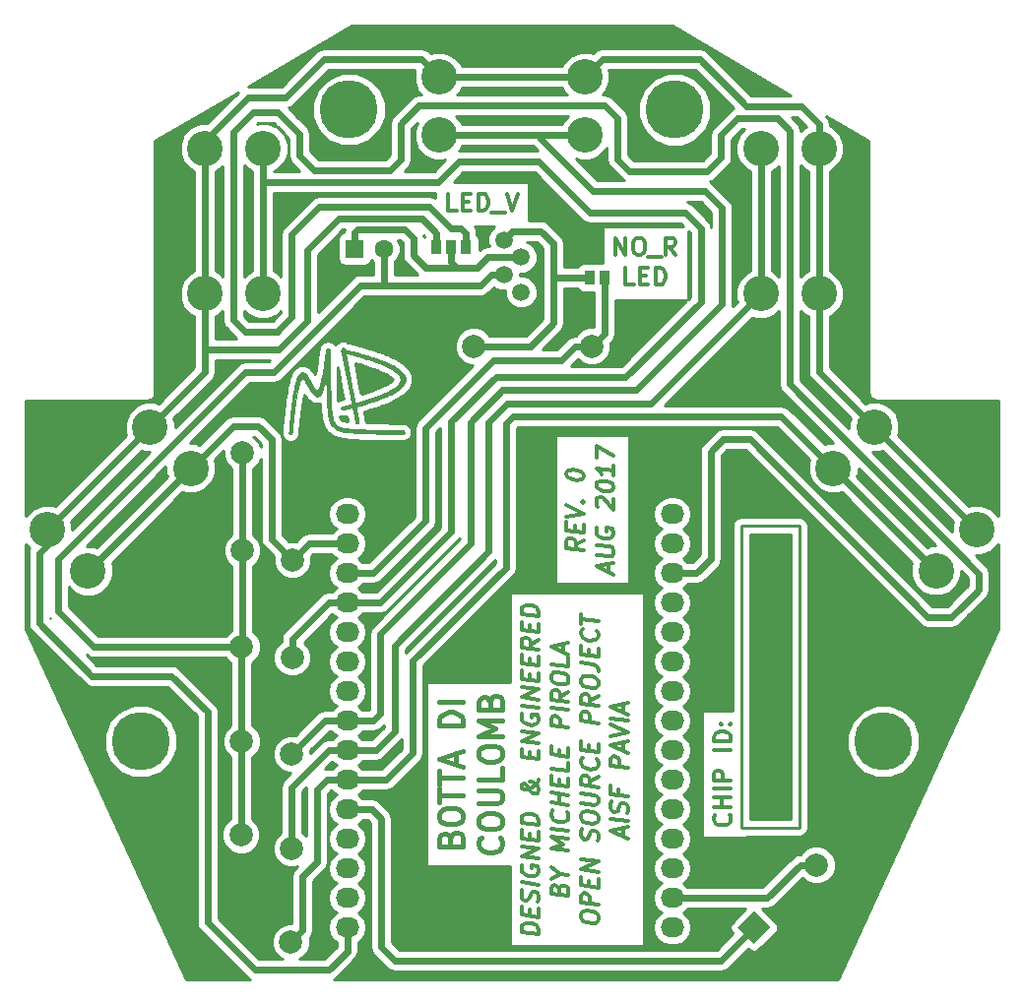
<source format=gbr>
G04 #@! TF.GenerationSoftware,KiCad,Pcbnew,no-vcs-found-91ed3e2~59~ubuntu17.04.1*
G04 #@! TF.CreationDate,2017-08-22T00:07:29+02:00*
G04 #@! TF.ProjectId,telecomando,74656C65636F6D616E646F2E6B696361,0*
G04 #@! TF.SameCoordinates,Original*
G04 #@! TF.FileFunction,Copper,L1,Top,Signal*
G04 #@! TF.FilePolarity,Positive*
%FSLAX46Y46*%
G04 Gerber Fmt 4.6, Leading zero omitted, Abs format (unit mm)*
G04 Created by KiCad (PCBNEW no-vcs-found-91ed3e2~59~ubuntu17.04.1) date Tue Aug 22 00:07:29 2017*
%MOMM*%
%LPD*%
G01*
G04 APERTURE LIST*
%ADD10C,0.300000*%
%ADD11C,0.400000*%
%ADD12C,0.010000*%
%ADD13C,1.998980*%
%ADD14C,3.048000*%
%ADD15O,2.032000X1.727200*%
%ADD16R,1.600000X1.600000*%
%ADD17C,1.600000*%
%ADD18R,0.970000X1.270000*%
%ADD19C,2.000000*%
%ADD20C,0.100000*%
%ADD21C,1.500000*%
%ADD22C,5.000000*%
%ADD23C,0.250000*%
%ADD24C,0.600000*%
%ADD25C,0.254000*%
G04 APERTURE END LIST*
D10*
X170655714Y-123784285D02*
X170727142Y-123855714D01*
X170798571Y-124070000D01*
X170798571Y-124212857D01*
X170727142Y-124427142D01*
X170584285Y-124570000D01*
X170441428Y-124641428D01*
X170155714Y-124712857D01*
X169941428Y-124712857D01*
X169655714Y-124641428D01*
X169512857Y-124570000D01*
X169370000Y-124427142D01*
X169298571Y-124212857D01*
X169298571Y-124070000D01*
X169370000Y-123855714D01*
X169441428Y-123784285D01*
X170798571Y-123141428D02*
X169298571Y-123141428D01*
X170012857Y-123141428D02*
X170012857Y-122284285D01*
X170798571Y-122284285D02*
X169298571Y-122284285D01*
X170798571Y-121570000D02*
X169298571Y-121570000D01*
X170798571Y-120855714D02*
X169298571Y-120855714D01*
X169298571Y-120284285D01*
X169370000Y-120141428D01*
X169441428Y-120070000D01*
X169584285Y-119998571D01*
X169798571Y-119998571D01*
X169941428Y-120070000D01*
X170012857Y-120141428D01*
X170084285Y-120284285D01*
X170084285Y-120855714D01*
X170798571Y-118212857D02*
X169298571Y-118212857D01*
X170798571Y-117498571D02*
X169298571Y-117498571D01*
X169298571Y-117141428D01*
X169370000Y-116927142D01*
X169512857Y-116784285D01*
X169655714Y-116712857D01*
X169941428Y-116641428D01*
X170155714Y-116641428D01*
X170441428Y-116712857D01*
X170584285Y-116784285D01*
X170727142Y-116927142D01*
X170798571Y-117141428D01*
X170798571Y-117498571D01*
X170655714Y-115998571D02*
X170727142Y-115927142D01*
X170798571Y-115998571D01*
X170727142Y-116070000D01*
X170655714Y-115998571D01*
X170798571Y-115998571D01*
X169870000Y-115998571D02*
X169941428Y-115927142D01*
X170012857Y-115998571D01*
X169941428Y-116070000D01*
X169870000Y-115998571D01*
X170012857Y-115998571D01*
X160884285Y-75673571D02*
X160884285Y-74173571D01*
X161741428Y-75673571D01*
X161741428Y-74173571D01*
X162741428Y-74173571D02*
X163027142Y-74173571D01*
X163170000Y-74245000D01*
X163312857Y-74387857D01*
X163384285Y-74673571D01*
X163384285Y-75173571D01*
X163312857Y-75459285D01*
X163170000Y-75602142D01*
X163027142Y-75673571D01*
X162741428Y-75673571D01*
X162598571Y-75602142D01*
X162455714Y-75459285D01*
X162384285Y-75173571D01*
X162384285Y-74673571D01*
X162455714Y-74387857D01*
X162598571Y-74245000D01*
X162741428Y-74173571D01*
X163670000Y-75816428D02*
X164812857Y-75816428D01*
X166027142Y-75673571D02*
X165527142Y-74959285D01*
X165170000Y-75673571D02*
X165170000Y-74173571D01*
X165741428Y-74173571D01*
X165884285Y-74245000D01*
X165955714Y-74316428D01*
X166027142Y-74459285D01*
X166027142Y-74673571D01*
X165955714Y-74816428D01*
X165884285Y-74887857D01*
X165741428Y-74959285D01*
X165170000Y-74959285D01*
X162455714Y-78223571D02*
X161741428Y-78223571D01*
X161741428Y-76723571D01*
X162955714Y-77437857D02*
X163455714Y-77437857D01*
X163670000Y-78223571D02*
X162955714Y-78223571D01*
X162955714Y-76723571D01*
X163670000Y-76723571D01*
X164312857Y-78223571D02*
X164312857Y-76723571D01*
X164670000Y-76723571D01*
X164884285Y-76795000D01*
X165027142Y-76937857D01*
X165098571Y-77080714D01*
X165170000Y-77366428D01*
X165170000Y-77580714D01*
X165098571Y-77866428D01*
X165027142Y-78009285D01*
X164884285Y-78152142D01*
X164670000Y-78223571D01*
X164312857Y-78223571D01*
X158153571Y-100169196D02*
X157439285Y-100579910D01*
X158153571Y-101026339D02*
X156653571Y-100838839D01*
X156653571Y-100267410D01*
X156725000Y-100133482D01*
X156796428Y-100070982D01*
X156939285Y-100017410D01*
X157153571Y-100044196D01*
X157296428Y-100133482D01*
X157367857Y-100213839D01*
X157439285Y-100365625D01*
X157439285Y-100937053D01*
X157367857Y-99428125D02*
X157367857Y-98928125D01*
X158153571Y-98812053D02*
X158153571Y-99526339D01*
X156653571Y-99338839D01*
X156653571Y-98624553D01*
X156653571Y-98195982D02*
X158153571Y-97883482D01*
X156653571Y-97195982D01*
X158010714Y-96865625D02*
X158082142Y-96803125D01*
X158153571Y-96883482D01*
X158082142Y-96945982D01*
X158010714Y-96865625D01*
X158153571Y-96883482D01*
X156653571Y-94553125D02*
X156653571Y-94410267D01*
X156725000Y-94276339D01*
X156796428Y-94213839D01*
X156939285Y-94160267D01*
X157225000Y-94124553D01*
X157582142Y-94169196D01*
X157867857Y-94276339D01*
X158010714Y-94365625D01*
X158082142Y-94445982D01*
X158153571Y-94597767D01*
X158153571Y-94740625D01*
X158082142Y-94874553D01*
X158010714Y-94937053D01*
X157867857Y-94990625D01*
X157582142Y-95026339D01*
X157225000Y-94981696D01*
X156939285Y-94874553D01*
X156796428Y-94785267D01*
X156725000Y-94704910D01*
X156653571Y-94553125D01*
X160275000Y-102937053D02*
X160275000Y-102222767D01*
X160703571Y-103133482D02*
X159203571Y-102445982D01*
X160703571Y-102133482D01*
X159203571Y-101445982D02*
X160417857Y-101597767D01*
X160560714Y-101544196D01*
X160632142Y-101481696D01*
X160703571Y-101347767D01*
X160703571Y-101062053D01*
X160632142Y-100910267D01*
X160560714Y-100829910D01*
X160417857Y-100740625D01*
X159203571Y-100588839D01*
X159275000Y-99097767D02*
X159203571Y-99231696D01*
X159203571Y-99445982D01*
X159275000Y-99669196D01*
X159417857Y-99829910D01*
X159560714Y-99919196D01*
X159846428Y-100026339D01*
X160060714Y-100053125D01*
X160346428Y-100017410D01*
X160489285Y-99963839D01*
X160632142Y-99838839D01*
X160703571Y-99633482D01*
X160703571Y-99490625D01*
X160632142Y-99267410D01*
X160560714Y-99187053D01*
X160060714Y-99124553D01*
X160060714Y-99410267D01*
X159346428Y-97320982D02*
X159275000Y-97240625D01*
X159203571Y-97088839D01*
X159203571Y-96731696D01*
X159275000Y-96597767D01*
X159346428Y-96535267D01*
X159489285Y-96481696D01*
X159632142Y-96499553D01*
X159846428Y-96597767D01*
X160703571Y-97562053D01*
X160703571Y-96633482D01*
X159203571Y-95517410D02*
X159203571Y-95374553D01*
X159275000Y-95240625D01*
X159346428Y-95178125D01*
X159489285Y-95124553D01*
X159775000Y-95088839D01*
X160132142Y-95133482D01*
X160417857Y-95240625D01*
X160560714Y-95329910D01*
X160632142Y-95410267D01*
X160703571Y-95562053D01*
X160703571Y-95704910D01*
X160632142Y-95838839D01*
X160560714Y-95901339D01*
X160417857Y-95954910D01*
X160132142Y-95990625D01*
X159775000Y-95945982D01*
X159489285Y-95838839D01*
X159346428Y-95749553D01*
X159275000Y-95669196D01*
X159203571Y-95517410D01*
X160703571Y-93776339D02*
X160703571Y-94633482D01*
X160703571Y-94204910D02*
X159203571Y-94017410D01*
X159417857Y-94187053D01*
X159560714Y-94347767D01*
X159632142Y-94499553D01*
X159203571Y-93088839D02*
X159203571Y-92088839D01*
X160703571Y-92919196D01*
X147211428Y-71858571D02*
X146497142Y-71858571D01*
X146497142Y-70358571D01*
X147711428Y-71072857D02*
X148211428Y-71072857D01*
X148425714Y-71858571D02*
X147711428Y-71858571D01*
X147711428Y-70358571D01*
X148425714Y-70358571D01*
X149068571Y-71858571D02*
X149068571Y-70358571D01*
X149425714Y-70358571D01*
X149640000Y-70430000D01*
X149782857Y-70572857D01*
X149854285Y-70715714D01*
X149925714Y-71001428D01*
X149925714Y-71215714D01*
X149854285Y-71501428D01*
X149782857Y-71644285D01*
X149640000Y-71787142D01*
X149425714Y-71858571D01*
X149068571Y-71858571D01*
X150211428Y-72001428D02*
X151354285Y-72001428D01*
X151497142Y-70358571D02*
X151997142Y-71858571D01*
X152497142Y-70358571D01*
X154273571Y-134090625D02*
X152773571Y-133903125D01*
X152773571Y-133545982D01*
X152845000Y-133340625D01*
X152987857Y-133215625D01*
X153130714Y-133162053D01*
X153416428Y-133126339D01*
X153630714Y-133153125D01*
X153916428Y-133260267D01*
X154059285Y-133349553D01*
X154202142Y-133510267D01*
X154273571Y-133733482D01*
X154273571Y-134090625D01*
X153487857Y-132492410D02*
X153487857Y-131992410D01*
X154273571Y-131876339D02*
X154273571Y-132590625D01*
X152773571Y-132403125D01*
X152773571Y-131688839D01*
X154202142Y-131295982D02*
X154273571Y-131090625D01*
X154273571Y-130733482D01*
X154202142Y-130581696D01*
X154130714Y-130501339D01*
X153987857Y-130412053D01*
X153845000Y-130394196D01*
X153702142Y-130447767D01*
X153630714Y-130510267D01*
X153559285Y-130644196D01*
X153487857Y-130920982D01*
X153416428Y-131054910D01*
X153345000Y-131117410D01*
X153202142Y-131170982D01*
X153059285Y-131153125D01*
X152916428Y-131063839D01*
X152845000Y-130983482D01*
X152773571Y-130831696D01*
X152773571Y-130474553D01*
X152845000Y-130269196D01*
X154273571Y-129804910D02*
X152773571Y-129617410D01*
X152845000Y-128126339D02*
X152773571Y-128260267D01*
X152773571Y-128474553D01*
X152845000Y-128697767D01*
X152987857Y-128858482D01*
X153130714Y-128947767D01*
X153416428Y-129054910D01*
X153630714Y-129081696D01*
X153916428Y-129045982D01*
X154059285Y-128992410D01*
X154202142Y-128867410D01*
X154273571Y-128662053D01*
X154273571Y-128519196D01*
X154202142Y-128295982D01*
X154130714Y-128215625D01*
X153630714Y-128153125D01*
X153630714Y-128438839D01*
X154273571Y-127590625D02*
X152773571Y-127403125D01*
X154273571Y-126733482D01*
X152773571Y-126545982D01*
X153487857Y-125920982D02*
X153487857Y-125420982D01*
X154273571Y-125304910D02*
X154273571Y-126019196D01*
X152773571Y-125831696D01*
X152773571Y-125117410D01*
X154273571Y-124662053D02*
X152773571Y-124474553D01*
X152773571Y-124117410D01*
X152845000Y-123912053D01*
X152987857Y-123787053D01*
X153130714Y-123733482D01*
X153416428Y-123697767D01*
X153630714Y-123724553D01*
X153916428Y-123831696D01*
X154059285Y-123920982D01*
X154202142Y-124081696D01*
X154273571Y-124304910D01*
X154273571Y-124662053D01*
X154273571Y-120804910D02*
X154273571Y-120876339D01*
X154202142Y-121010267D01*
X153987857Y-121197767D01*
X153559285Y-121501339D01*
X153345000Y-121617410D01*
X153130714Y-121662053D01*
X152987857Y-121644196D01*
X152845000Y-121554910D01*
X152773571Y-121403125D01*
X152773571Y-121331696D01*
X152845000Y-121197767D01*
X152987857Y-121144196D01*
X153059285Y-121153125D01*
X153202142Y-121242410D01*
X153273571Y-121322767D01*
X153559285Y-121787053D01*
X153630714Y-121867410D01*
X153773571Y-121956696D01*
X153987857Y-121983482D01*
X154130714Y-121929910D01*
X154202142Y-121867410D01*
X154273571Y-121733482D01*
X154273571Y-121519196D01*
X154202142Y-121367410D01*
X154130714Y-121287053D01*
X153845000Y-121037053D01*
X153630714Y-120938839D01*
X153487857Y-120920982D01*
X153487857Y-118920982D02*
X153487857Y-118420982D01*
X154273571Y-118304910D02*
X154273571Y-119019196D01*
X152773571Y-118831696D01*
X152773571Y-118117410D01*
X154273571Y-117662053D02*
X152773571Y-117474553D01*
X154273571Y-116804910D01*
X152773571Y-116617410D01*
X152845000Y-115126339D02*
X152773571Y-115260267D01*
X152773571Y-115474553D01*
X152845000Y-115697767D01*
X152987857Y-115858482D01*
X153130714Y-115947767D01*
X153416428Y-116054910D01*
X153630714Y-116081696D01*
X153916428Y-116045982D01*
X154059285Y-115992410D01*
X154202142Y-115867410D01*
X154273571Y-115662053D01*
X154273571Y-115519196D01*
X154202142Y-115295982D01*
X154130714Y-115215625D01*
X153630714Y-115153125D01*
X153630714Y-115438839D01*
X154273571Y-114590625D02*
X152773571Y-114403125D01*
X154273571Y-113876339D02*
X152773571Y-113688839D01*
X154273571Y-113019196D01*
X152773571Y-112831696D01*
X153487857Y-112206696D02*
X153487857Y-111706696D01*
X154273571Y-111590625D02*
X154273571Y-112304910D01*
X152773571Y-112117410D01*
X152773571Y-111403125D01*
X153487857Y-110849553D02*
X153487857Y-110349553D01*
X154273571Y-110233482D02*
X154273571Y-110947767D01*
X152773571Y-110760267D01*
X152773571Y-110045982D01*
X154273571Y-108733482D02*
X153559285Y-109144196D01*
X154273571Y-109590625D02*
X152773571Y-109403125D01*
X152773571Y-108831696D01*
X152845000Y-108697767D01*
X152916428Y-108635267D01*
X153059285Y-108581696D01*
X153273571Y-108608482D01*
X153416428Y-108697767D01*
X153487857Y-108778125D01*
X153559285Y-108929910D01*
X153559285Y-109501339D01*
X153487857Y-107992410D02*
X153487857Y-107492410D01*
X154273571Y-107376339D02*
X154273571Y-108090625D01*
X152773571Y-107903125D01*
X152773571Y-107188839D01*
X154273571Y-106733482D02*
X152773571Y-106545982D01*
X152773571Y-106188839D01*
X152845000Y-105983482D01*
X152987857Y-105858482D01*
X153130714Y-105804910D01*
X153416428Y-105769196D01*
X153630714Y-105795982D01*
X153916428Y-105903125D01*
X154059285Y-105992410D01*
X154202142Y-106153125D01*
X154273571Y-106376339D01*
X154273571Y-106733482D01*
X156037857Y-130206696D02*
X156109285Y-130001339D01*
X156180714Y-129938839D01*
X156323571Y-129885267D01*
X156537857Y-129912053D01*
X156680714Y-130001339D01*
X156752142Y-130081696D01*
X156823571Y-130233482D01*
X156823571Y-130804910D01*
X155323571Y-130617410D01*
X155323571Y-130117410D01*
X155395000Y-129983482D01*
X155466428Y-129920982D01*
X155609285Y-129867410D01*
X155752142Y-129885267D01*
X155895000Y-129974553D01*
X155966428Y-130054910D01*
X156037857Y-130206696D01*
X156037857Y-130706696D01*
X156109285Y-128929910D02*
X156823571Y-129019196D01*
X155323571Y-129331696D02*
X156109285Y-128929910D01*
X155323571Y-128331696D01*
X156823571Y-126876339D02*
X155323571Y-126688839D01*
X156395000Y-126322767D01*
X155323571Y-125688839D01*
X156823571Y-125876339D01*
X156823571Y-125162053D02*
X155323571Y-124974553D01*
X156680714Y-123572767D02*
X156752142Y-123653125D01*
X156823571Y-123876339D01*
X156823571Y-124019196D01*
X156752142Y-124224553D01*
X156609285Y-124349553D01*
X156466428Y-124403125D01*
X156180714Y-124438839D01*
X155966428Y-124412053D01*
X155680714Y-124304910D01*
X155537857Y-124215625D01*
X155395000Y-124054910D01*
X155323571Y-123831696D01*
X155323571Y-123688839D01*
X155395000Y-123483482D01*
X155466428Y-123420982D01*
X156823571Y-122947767D02*
X155323571Y-122760267D01*
X156037857Y-122849553D02*
X156037857Y-121992410D01*
X156823571Y-122090625D02*
X155323571Y-121903125D01*
X156037857Y-121278125D02*
X156037857Y-120778125D01*
X156823571Y-120662053D02*
X156823571Y-121376339D01*
X155323571Y-121188839D01*
X155323571Y-120474553D01*
X156823571Y-119304910D02*
X156823571Y-120019196D01*
X155323571Y-119831696D01*
X156037857Y-118706696D02*
X156037857Y-118206696D01*
X156823571Y-118090625D02*
X156823571Y-118804910D01*
X155323571Y-118617410D01*
X155323571Y-117903125D01*
X156823571Y-116304910D02*
X155323571Y-116117410D01*
X155323571Y-115545982D01*
X155395000Y-115412053D01*
X155466428Y-115349553D01*
X155609285Y-115295982D01*
X155823571Y-115322767D01*
X155966428Y-115412053D01*
X156037857Y-115492410D01*
X156109285Y-115644196D01*
X156109285Y-116215625D01*
X156823571Y-114804910D02*
X155323571Y-114617410D01*
X156823571Y-113233482D02*
X156109285Y-113644196D01*
X156823571Y-114090625D02*
X155323571Y-113903125D01*
X155323571Y-113331696D01*
X155395000Y-113197767D01*
X155466428Y-113135267D01*
X155609285Y-113081696D01*
X155823571Y-113108482D01*
X155966428Y-113197767D01*
X156037857Y-113278125D01*
X156109285Y-113429910D01*
X156109285Y-114001339D01*
X155323571Y-112117410D02*
X155323571Y-111831696D01*
X155395000Y-111697767D01*
X155537857Y-111572767D01*
X155823571Y-111537053D01*
X156323571Y-111599553D01*
X156609285Y-111706696D01*
X156752142Y-111867410D01*
X156823571Y-112019196D01*
X156823571Y-112304910D01*
X156752142Y-112438839D01*
X156609285Y-112563839D01*
X156323571Y-112599553D01*
X155823571Y-112537053D01*
X155537857Y-112429910D01*
X155395000Y-112269196D01*
X155323571Y-112117410D01*
X156823571Y-110304910D02*
X156823571Y-111019196D01*
X155323571Y-110831696D01*
X156395000Y-109822767D02*
X156395000Y-109108482D01*
X156823571Y-110019196D02*
X155323571Y-109331696D01*
X156823571Y-109019196D01*
X157873571Y-132653125D02*
X157873571Y-132367410D01*
X157945000Y-132233482D01*
X158087857Y-132108482D01*
X158373571Y-132072767D01*
X158873571Y-132135267D01*
X159159285Y-132242410D01*
X159302142Y-132403125D01*
X159373571Y-132554910D01*
X159373571Y-132840625D01*
X159302142Y-132974553D01*
X159159285Y-133099553D01*
X158873571Y-133135267D01*
X158373571Y-133072767D01*
X158087857Y-132965625D01*
X157945000Y-132804910D01*
X157873571Y-132653125D01*
X159373571Y-131554910D02*
X157873571Y-131367410D01*
X157873571Y-130795982D01*
X157945000Y-130662053D01*
X158016428Y-130599553D01*
X158159285Y-130545982D01*
X158373571Y-130572767D01*
X158516428Y-130662053D01*
X158587857Y-130742410D01*
X158659285Y-130894196D01*
X158659285Y-131465625D01*
X158587857Y-129956696D02*
X158587857Y-129456696D01*
X159373571Y-129340625D02*
X159373571Y-130054910D01*
X157873571Y-129867410D01*
X157873571Y-129153125D01*
X159373571Y-128697767D02*
X157873571Y-128510267D01*
X159373571Y-127840625D01*
X157873571Y-127653125D01*
X159302142Y-126045982D02*
X159373571Y-125840625D01*
X159373571Y-125483482D01*
X159302142Y-125331696D01*
X159230714Y-125251339D01*
X159087857Y-125162053D01*
X158945000Y-125144196D01*
X158802142Y-125197767D01*
X158730714Y-125260267D01*
X158659285Y-125394196D01*
X158587857Y-125670982D01*
X158516428Y-125804910D01*
X158445000Y-125867410D01*
X158302142Y-125920982D01*
X158159285Y-125903125D01*
X158016428Y-125813839D01*
X157945000Y-125733482D01*
X157873571Y-125581696D01*
X157873571Y-125224553D01*
X157945000Y-125019196D01*
X157873571Y-124081696D02*
X157873571Y-123795982D01*
X157945000Y-123662053D01*
X158087857Y-123537053D01*
X158373571Y-123501339D01*
X158873571Y-123563839D01*
X159159285Y-123670982D01*
X159302142Y-123831696D01*
X159373571Y-123983482D01*
X159373571Y-124269196D01*
X159302142Y-124403125D01*
X159159285Y-124528125D01*
X158873571Y-124563839D01*
X158373571Y-124501339D01*
X158087857Y-124394196D01*
X157945000Y-124233482D01*
X157873571Y-124081696D01*
X157873571Y-122795982D02*
X159087857Y-122947767D01*
X159230714Y-122894196D01*
X159302142Y-122831696D01*
X159373571Y-122697767D01*
X159373571Y-122412053D01*
X159302142Y-122260267D01*
X159230714Y-122179910D01*
X159087857Y-122090625D01*
X157873571Y-121938839D01*
X159373571Y-120554910D02*
X158659285Y-120965625D01*
X159373571Y-121412053D02*
X157873571Y-121224553D01*
X157873571Y-120653125D01*
X157945000Y-120519196D01*
X158016428Y-120456696D01*
X158159285Y-120403125D01*
X158373571Y-120429910D01*
X158516428Y-120519196D01*
X158587857Y-120599553D01*
X158659285Y-120751339D01*
X158659285Y-121322767D01*
X159230714Y-119037053D02*
X159302142Y-119117410D01*
X159373571Y-119340625D01*
X159373571Y-119483482D01*
X159302142Y-119688839D01*
X159159285Y-119813839D01*
X159016428Y-119867410D01*
X158730714Y-119903125D01*
X158516428Y-119876339D01*
X158230714Y-119769196D01*
X158087857Y-119679910D01*
X157945000Y-119519196D01*
X157873571Y-119295982D01*
X157873571Y-119153125D01*
X157945000Y-118947767D01*
X158016428Y-118885267D01*
X158587857Y-118313839D02*
X158587857Y-117813839D01*
X159373571Y-117697767D02*
X159373571Y-118412053D01*
X157873571Y-118224553D01*
X157873571Y-117510267D01*
X159373571Y-115912053D02*
X157873571Y-115724553D01*
X157873571Y-115153125D01*
X157945000Y-115019196D01*
X158016428Y-114956696D01*
X158159285Y-114903125D01*
X158373571Y-114929910D01*
X158516428Y-115019196D01*
X158587857Y-115099553D01*
X158659285Y-115251339D01*
X158659285Y-115822767D01*
X159373571Y-113554910D02*
X158659285Y-113965625D01*
X159373571Y-114412053D02*
X157873571Y-114224553D01*
X157873571Y-113653125D01*
X157945000Y-113519196D01*
X158016428Y-113456696D01*
X158159285Y-113403125D01*
X158373571Y-113429910D01*
X158516428Y-113519196D01*
X158587857Y-113599553D01*
X158659285Y-113751339D01*
X158659285Y-114322767D01*
X157873571Y-112438839D02*
X157873571Y-112153125D01*
X157945000Y-112019196D01*
X158087857Y-111894196D01*
X158373571Y-111858482D01*
X158873571Y-111920982D01*
X159159285Y-112028125D01*
X159302142Y-112188839D01*
X159373571Y-112340625D01*
X159373571Y-112626339D01*
X159302142Y-112760267D01*
X159159285Y-112885267D01*
X158873571Y-112920982D01*
X158373571Y-112858482D01*
X158087857Y-112751339D01*
X157945000Y-112590625D01*
X157873571Y-112438839D01*
X157873571Y-110724553D02*
X158945000Y-110858482D01*
X159159285Y-110956696D01*
X159302142Y-111117410D01*
X159373571Y-111340625D01*
X159373571Y-111483482D01*
X158587857Y-110099553D02*
X158587857Y-109599553D01*
X159373571Y-109483482D02*
X159373571Y-110197767D01*
X157873571Y-110010267D01*
X157873571Y-109295982D01*
X159230714Y-107965625D02*
X159302142Y-108045982D01*
X159373571Y-108269196D01*
X159373571Y-108412053D01*
X159302142Y-108617410D01*
X159159285Y-108742410D01*
X159016428Y-108795982D01*
X158730714Y-108831696D01*
X158516428Y-108804910D01*
X158230714Y-108697767D01*
X158087857Y-108608482D01*
X157945000Y-108447767D01*
X157873571Y-108224553D01*
X157873571Y-108081696D01*
X157945000Y-107876339D01*
X158016428Y-107813839D01*
X157873571Y-107367410D02*
X157873571Y-106510267D01*
X159373571Y-107126339D02*
X157873571Y-106938839D01*
X161495000Y-125644196D02*
X161495000Y-124929910D01*
X161923571Y-125840625D02*
X160423571Y-125153125D01*
X161923571Y-124840625D01*
X161923571Y-124340625D02*
X160423571Y-124153125D01*
X161852142Y-123688839D02*
X161923571Y-123483482D01*
X161923571Y-123126339D01*
X161852142Y-122974553D01*
X161780714Y-122894196D01*
X161637857Y-122804910D01*
X161495000Y-122787053D01*
X161352142Y-122840625D01*
X161280714Y-122903125D01*
X161209285Y-123037053D01*
X161137857Y-123313839D01*
X161066428Y-123447767D01*
X160995000Y-123510267D01*
X160852142Y-123563839D01*
X160709285Y-123545982D01*
X160566428Y-123456696D01*
X160495000Y-123376339D01*
X160423571Y-123224553D01*
X160423571Y-122867410D01*
X160495000Y-122662053D01*
X161137857Y-121599553D02*
X161137857Y-122099553D01*
X161923571Y-122197767D02*
X160423571Y-122010267D01*
X160423571Y-121295982D01*
X161923571Y-119769196D02*
X160423571Y-119581696D01*
X160423571Y-119010267D01*
X160495000Y-118876339D01*
X160566428Y-118813839D01*
X160709285Y-118760267D01*
X160923571Y-118787053D01*
X161066428Y-118876339D01*
X161137857Y-118956696D01*
X161209285Y-119108482D01*
X161209285Y-119679910D01*
X161495000Y-118287053D02*
X161495000Y-117572767D01*
X161923571Y-118483482D02*
X160423571Y-117795982D01*
X161923571Y-117483482D01*
X160423571Y-117010267D02*
X161923571Y-116697767D01*
X160423571Y-116010267D01*
X161923571Y-115697767D02*
X160423571Y-115510267D01*
X161495000Y-115001339D02*
X161495000Y-114287053D01*
X161923571Y-115197767D02*
X160423571Y-114510267D01*
X161923571Y-114197767D01*
D11*
X146667142Y-125833809D02*
X146762380Y-125548095D01*
X146857619Y-125452857D01*
X147048095Y-125357619D01*
X147333809Y-125357619D01*
X147524285Y-125452857D01*
X147619523Y-125548095D01*
X147714761Y-125738571D01*
X147714761Y-126500476D01*
X145714761Y-126500476D01*
X145714761Y-125833809D01*
X145810000Y-125643333D01*
X145905238Y-125548095D01*
X146095714Y-125452857D01*
X146286190Y-125452857D01*
X146476666Y-125548095D01*
X146571904Y-125643333D01*
X146667142Y-125833809D01*
X146667142Y-126500476D01*
X145714761Y-124119523D02*
X145714761Y-123738571D01*
X145810000Y-123548095D01*
X146000476Y-123357619D01*
X146381428Y-123262380D01*
X147048095Y-123262380D01*
X147429047Y-123357619D01*
X147619523Y-123548095D01*
X147714761Y-123738571D01*
X147714761Y-124119523D01*
X147619523Y-124310000D01*
X147429047Y-124500476D01*
X147048095Y-124595714D01*
X146381428Y-124595714D01*
X146000476Y-124500476D01*
X145810000Y-124310000D01*
X145714761Y-124119523D01*
X145714761Y-122690952D02*
X145714761Y-121548095D01*
X147714761Y-122119523D02*
X145714761Y-122119523D01*
X145714761Y-121167142D02*
X145714761Y-120024285D01*
X147714761Y-120595714D02*
X145714761Y-120595714D01*
X147143333Y-119452857D02*
X147143333Y-118500476D01*
X147714761Y-119643333D02*
X145714761Y-118976666D01*
X147714761Y-118310000D01*
X147714761Y-116119523D02*
X145714761Y-116119523D01*
X145714761Y-115643333D01*
X145810000Y-115357619D01*
X146000476Y-115167142D01*
X146190952Y-115071904D01*
X146571904Y-114976666D01*
X146857619Y-114976666D01*
X147238571Y-115071904D01*
X147429047Y-115167142D01*
X147619523Y-115357619D01*
X147714761Y-115643333D01*
X147714761Y-116119523D01*
X147714761Y-114119523D02*
X145714761Y-114119523D01*
X150924285Y-125786190D02*
X151019523Y-125881428D01*
X151114761Y-126167142D01*
X151114761Y-126357619D01*
X151019523Y-126643333D01*
X150829047Y-126833809D01*
X150638571Y-126929047D01*
X150257619Y-127024285D01*
X149971904Y-127024285D01*
X149590952Y-126929047D01*
X149400476Y-126833809D01*
X149210000Y-126643333D01*
X149114761Y-126357619D01*
X149114761Y-126167142D01*
X149210000Y-125881428D01*
X149305238Y-125786190D01*
X149114761Y-124548095D02*
X149114761Y-124167142D01*
X149210000Y-123976666D01*
X149400476Y-123786190D01*
X149781428Y-123690952D01*
X150448095Y-123690952D01*
X150829047Y-123786190D01*
X151019523Y-123976666D01*
X151114761Y-124167142D01*
X151114761Y-124548095D01*
X151019523Y-124738571D01*
X150829047Y-124929047D01*
X150448095Y-125024285D01*
X149781428Y-125024285D01*
X149400476Y-124929047D01*
X149210000Y-124738571D01*
X149114761Y-124548095D01*
X149114761Y-122833809D02*
X150733809Y-122833809D01*
X150924285Y-122738571D01*
X151019523Y-122643333D01*
X151114761Y-122452857D01*
X151114761Y-122071904D01*
X151019523Y-121881428D01*
X150924285Y-121786190D01*
X150733809Y-121690952D01*
X149114761Y-121690952D01*
X151114761Y-119786190D02*
X151114761Y-120738571D01*
X149114761Y-120738571D01*
X149114761Y-118738571D02*
X149114761Y-118357619D01*
X149210000Y-118167142D01*
X149400476Y-117976666D01*
X149781428Y-117881428D01*
X150448095Y-117881428D01*
X150829047Y-117976666D01*
X151019523Y-118167142D01*
X151114761Y-118357619D01*
X151114761Y-118738571D01*
X151019523Y-118929047D01*
X150829047Y-119119523D01*
X150448095Y-119214761D01*
X149781428Y-119214761D01*
X149400476Y-119119523D01*
X149210000Y-118929047D01*
X149114761Y-118738571D01*
X151114761Y-117024285D02*
X149114761Y-117024285D01*
X150543333Y-116357619D01*
X149114761Y-115690952D01*
X151114761Y-115690952D01*
X150067142Y-114071904D02*
X150162380Y-113786190D01*
X150257619Y-113690952D01*
X150448095Y-113595714D01*
X150733809Y-113595714D01*
X150924285Y-113690952D01*
X151019523Y-113786190D01*
X151114761Y-113976666D01*
X151114761Y-114738571D01*
X149114761Y-114738571D01*
X149114761Y-114071904D01*
X149210000Y-113881428D01*
X149305238Y-113786190D01*
X149495714Y-113690952D01*
X149686190Y-113690952D01*
X149876666Y-113786190D01*
X149971904Y-113881428D01*
X150067142Y-114071904D01*
X150067142Y-114738571D01*
D12*
G36*
X137481065Y-83649410D02*
X137513006Y-83662167D01*
X137534865Y-83685739D01*
X137558961Y-83721161D01*
X137562896Y-83728015D01*
X137589727Y-83776319D01*
X138167858Y-83923660D01*
X138639658Y-84047266D01*
X139086437Y-84171208D01*
X139507825Y-84295359D01*
X139903453Y-84419599D01*
X140272950Y-84543802D01*
X140615945Y-84667845D01*
X140932069Y-84791605D01*
X141220951Y-84914958D01*
X141430165Y-85012281D01*
X141675723Y-85136478D01*
X141894461Y-85258318D01*
X142087301Y-85378526D01*
X142255163Y-85497823D01*
X142398971Y-85616932D01*
X142519644Y-85736576D01*
X142618105Y-85857478D01*
X142695275Y-85980361D01*
X142715800Y-86020587D01*
X142755766Y-86110480D01*
X142781430Y-86187843D01*
X142795292Y-86262438D01*
X142799848Y-86344026D01*
X142799879Y-86349195D01*
X142786734Y-86479458D01*
X142746989Y-86612268D01*
X142681660Y-86746120D01*
X142591761Y-86879509D01*
X142478309Y-87010927D01*
X142342320Y-87138869D01*
X142184810Y-87261829D01*
X142183750Y-87262586D01*
X142089204Y-87326143D01*
X141973779Y-87397359D01*
X141842504Y-87473512D01*
X141700410Y-87551880D01*
X141552527Y-87629743D01*
X141403886Y-87704377D01*
X141259517Y-87773061D01*
X141148329Y-87822826D01*
X140892995Y-87928811D01*
X140611521Y-88037179D01*
X140305527Y-88147380D01*
X139976630Y-88258862D01*
X139626448Y-88371074D01*
X139256600Y-88483465D01*
X138930907Y-88577895D01*
X138818944Y-88609738D01*
X138730951Y-88635077D01*
X138664040Y-88655014D01*
X138615325Y-88670649D01*
X138581918Y-88683081D01*
X138560933Y-88693411D01*
X138549483Y-88702740D01*
X138544680Y-88712167D01*
X138543638Y-88722793D01*
X138543627Y-88725493D01*
X138546144Y-88747752D01*
X138553297Y-88793991D01*
X138564488Y-88860771D01*
X138579119Y-88944655D01*
X138596592Y-89042207D01*
X138616310Y-89149987D01*
X138633506Y-89242370D01*
X138665363Y-89412279D01*
X138692355Y-89556934D01*
X138714732Y-89678520D01*
X138732741Y-89779221D01*
X138746633Y-89861223D01*
X138756656Y-89926711D01*
X138763059Y-89977870D01*
X138766090Y-90016885D01*
X138765999Y-90045941D01*
X138763035Y-90067224D01*
X138757446Y-90082918D01*
X138749481Y-90095208D01*
X138739389Y-90106281D01*
X138732668Y-90112997D01*
X138687016Y-90141012D01*
X138632687Y-90149118D01*
X138579666Y-90137362D01*
X138543406Y-90112128D01*
X138535131Y-90101127D01*
X138526780Y-90084479D01*
X138517805Y-90059826D01*
X138507660Y-90024814D01*
X138495795Y-89977087D01*
X138481664Y-89914289D01*
X138464720Y-89834064D01*
X138444414Y-89734057D01*
X138420200Y-89611911D01*
X138391529Y-89465271D01*
X138383656Y-89424793D01*
X138256905Y-88772583D01*
X138222326Y-88777069D01*
X138198827Y-88781607D01*
X138152760Y-88791748D01*
X138088664Y-88806446D01*
X138011081Y-88824655D01*
X137924551Y-88845328D01*
X137894671Y-88852546D01*
X137790544Y-88877337D01*
X137707853Y-88895790D01*
X137641078Y-88908817D01*
X137584700Y-88917330D01*
X137533201Y-88922242D01*
X137481061Y-88924465D01*
X137457395Y-88924818D01*
X137391990Y-88924980D01*
X137348473Y-88923331D01*
X137320828Y-88918757D01*
X137303039Y-88910143D01*
X137289091Y-88896375D01*
X137286434Y-88893152D01*
X137264166Y-88846759D01*
X137262349Y-88795031D01*
X137280897Y-88749031D01*
X137287613Y-88740876D01*
X137300761Y-88729121D01*
X137319364Y-88717597D01*
X137346102Y-88705481D01*
X137383653Y-88691952D01*
X137434695Y-88676185D01*
X137501909Y-88657360D01*
X137587971Y-88634653D01*
X137695563Y-88607242D01*
X137827362Y-88574306D01*
X137842335Y-88570588D01*
X137957953Y-88541422D01*
X138048226Y-88517540D01*
X138115098Y-88498346D01*
X138160510Y-88483248D01*
X138186405Y-88471651D01*
X138194725Y-88462962D01*
X138194726Y-88462876D01*
X138192131Y-88447151D01*
X138184532Y-88405480D01*
X138172207Y-88339325D01*
X138155436Y-88250147D01*
X138134496Y-88139408D01*
X138109667Y-88008570D01*
X138081226Y-87859094D01*
X138049454Y-87692441D01*
X138014627Y-87510074D01*
X137977025Y-87313454D01*
X137936926Y-87104043D01*
X137894609Y-86883302D01*
X137850353Y-86652693D01*
X137804436Y-86413678D01*
X137769180Y-86230319D01*
X137357547Y-84090330D01*
X137656753Y-84090330D01*
X137657425Y-84103857D01*
X137663276Y-84143767D01*
X137674118Y-84209049D01*
X137689764Y-84298695D01*
X137710028Y-84411694D01*
X137734723Y-84547038D01*
X137763661Y-84703716D01*
X137796655Y-84880721D01*
X137833518Y-85077041D01*
X137874064Y-85291668D01*
X137918104Y-85523592D01*
X137965453Y-85771805D01*
X138015923Y-86035295D01*
X138050479Y-86215138D01*
X138105606Y-86501712D01*
X138155704Y-86762129D01*
X138201017Y-86997637D01*
X138241791Y-87209489D01*
X138278273Y-87398933D01*
X138310709Y-87567220D01*
X138339345Y-87715601D01*
X138364427Y-87845327D01*
X138386201Y-87957647D01*
X138404914Y-88053812D01*
X138420810Y-88135073D01*
X138434137Y-88202680D01*
X138445141Y-88257883D01*
X138454067Y-88301934D01*
X138461161Y-88336081D01*
X138466671Y-88361576D01*
X138470841Y-88379670D01*
X138473918Y-88391612D01*
X138476148Y-88398653D01*
X138477778Y-88402044D01*
X138479053Y-88403034D01*
X138480219Y-88402875D01*
X138481016Y-88402747D01*
X138495655Y-88399036D01*
X138533554Y-88388573D01*
X138591161Y-88372362D01*
X138664924Y-88351409D01*
X138751291Y-88326718D01*
X138846710Y-88299295D01*
X138847097Y-88299184D01*
X139280889Y-88170131D01*
X139686837Y-88040963D01*
X140065007Y-87911651D01*
X140415464Y-87782169D01*
X140738277Y-87652488D01*
X141033512Y-87522582D01*
X141301236Y-87392423D01*
X141541515Y-87261983D01*
X141754416Y-87131236D01*
X141857426Y-87060918D01*
X141994019Y-86954279D01*
X142113045Y-86841609D01*
X142211983Y-86725825D01*
X142288315Y-86609841D01*
X142335644Y-86507580D01*
X142360177Y-86420186D01*
X142365570Y-86338673D01*
X142351983Y-86252160D01*
X142340008Y-86209630D01*
X142289334Y-86091013D01*
X142210844Y-85971537D01*
X142104620Y-85851248D01*
X141970743Y-85730189D01*
X141809296Y-85608404D01*
X141620359Y-85485937D01*
X141404015Y-85362833D01*
X141160344Y-85239135D01*
X140889430Y-85114888D01*
X140591353Y-84990136D01*
X140266195Y-84864923D01*
X139914038Y-84739294D01*
X139534963Y-84613291D01*
X139185605Y-84504091D01*
X139072432Y-84470131D01*
X138948500Y-84433764D01*
X138816658Y-84395763D01*
X138679756Y-84356898D01*
X138540646Y-84317940D01*
X138402178Y-84279662D01*
X138267201Y-84242834D01*
X138138568Y-84208228D01*
X138019127Y-84176616D01*
X137911729Y-84148768D01*
X137819226Y-84125457D01*
X137744467Y-84107454D01*
X137690303Y-84095530D01*
X137659584Y-84090456D01*
X137656753Y-84090330D01*
X137357547Y-84090330D01*
X137343634Y-84018004D01*
X137300186Y-83977417D01*
X137272184Y-83947001D01*
X137261978Y-83919066D01*
X137263771Y-83884487D01*
X137275297Y-83828021D01*
X137293621Y-83769053D01*
X137315511Y-83715845D01*
X137337738Y-83676659D01*
X137350426Y-83662915D01*
X137385887Y-83649296D01*
X137433834Y-83644774D01*
X137481065Y-83649410D01*
X137481065Y-83649410D01*
G37*
X137481065Y-83649410D02*
X137513006Y-83662167D01*
X137534865Y-83685739D01*
X137558961Y-83721161D01*
X137562896Y-83728015D01*
X137589727Y-83776319D01*
X138167858Y-83923660D01*
X138639658Y-84047266D01*
X139086437Y-84171208D01*
X139507825Y-84295359D01*
X139903453Y-84419599D01*
X140272950Y-84543802D01*
X140615945Y-84667845D01*
X140932069Y-84791605D01*
X141220951Y-84914958D01*
X141430165Y-85012281D01*
X141675723Y-85136478D01*
X141894461Y-85258318D01*
X142087301Y-85378526D01*
X142255163Y-85497823D01*
X142398971Y-85616932D01*
X142519644Y-85736576D01*
X142618105Y-85857478D01*
X142695275Y-85980361D01*
X142715800Y-86020587D01*
X142755766Y-86110480D01*
X142781430Y-86187843D01*
X142795292Y-86262438D01*
X142799848Y-86344026D01*
X142799879Y-86349195D01*
X142786734Y-86479458D01*
X142746989Y-86612268D01*
X142681660Y-86746120D01*
X142591761Y-86879509D01*
X142478309Y-87010927D01*
X142342320Y-87138869D01*
X142184810Y-87261829D01*
X142183750Y-87262586D01*
X142089204Y-87326143D01*
X141973779Y-87397359D01*
X141842504Y-87473512D01*
X141700410Y-87551880D01*
X141552527Y-87629743D01*
X141403886Y-87704377D01*
X141259517Y-87773061D01*
X141148329Y-87822826D01*
X140892995Y-87928811D01*
X140611521Y-88037179D01*
X140305527Y-88147380D01*
X139976630Y-88258862D01*
X139626448Y-88371074D01*
X139256600Y-88483465D01*
X138930907Y-88577895D01*
X138818944Y-88609738D01*
X138730951Y-88635077D01*
X138664040Y-88655014D01*
X138615325Y-88670649D01*
X138581918Y-88683081D01*
X138560933Y-88693411D01*
X138549483Y-88702740D01*
X138544680Y-88712167D01*
X138543638Y-88722793D01*
X138543627Y-88725493D01*
X138546144Y-88747752D01*
X138553297Y-88793991D01*
X138564488Y-88860771D01*
X138579119Y-88944655D01*
X138596592Y-89042207D01*
X138616310Y-89149987D01*
X138633506Y-89242370D01*
X138665363Y-89412279D01*
X138692355Y-89556934D01*
X138714732Y-89678520D01*
X138732741Y-89779221D01*
X138746633Y-89861223D01*
X138756656Y-89926711D01*
X138763059Y-89977870D01*
X138766090Y-90016885D01*
X138765999Y-90045941D01*
X138763035Y-90067224D01*
X138757446Y-90082918D01*
X138749481Y-90095208D01*
X138739389Y-90106281D01*
X138732668Y-90112997D01*
X138687016Y-90141012D01*
X138632687Y-90149118D01*
X138579666Y-90137362D01*
X138543406Y-90112128D01*
X138535131Y-90101127D01*
X138526780Y-90084479D01*
X138517805Y-90059826D01*
X138507660Y-90024814D01*
X138495795Y-89977087D01*
X138481664Y-89914289D01*
X138464720Y-89834064D01*
X138444414Y-89734057D01*
X138420200Y-89611911D01*
X138391529Y-89465271D01*
X138383656Y-89424793D01*
X138256905Y-88772583D01*
X138222326Y-88777069D01*
X138198827Y-88781607D01*
X138152760Y-88791748D01*
X138088664Y-88806446D01*
X138011081Y-88824655D01*
X137924551Y-88845328D01*
X137894671Y-88852546D01*
X137790544Y-88877337D01*
X137707853Y-88895790D01*
X137641078Y-88908817D01*
X137584700Y-88917330D01*
X137533201Y-88922242D01*
X137481061Y-88924465D01*
X137457395Y-88924818D01*
X137391990Y-88924980D01*
X137348473Y-88923331D01*
X137320828Y-88918757D01*
X137303039Y-88910143D01*
X137289091Y-88896375D01*
X137286434Y-88893152D01*
X137264166Y-88846759D01*
X137262349Y-88795031D01*
X137280897Y-88749031D01*
X137287613Y-88740876D01*
X137300761Y-88729121D01*
X137319364Y-88717597D01*
X137346102Y-88705481D01*
X137383653Y-88691952D01*
X137434695Y-88676185D01*
X137501909Y-88657360D01*
X137587971Y-88634653D01*
X137695563Y-88607242D01*
X137827362Y-88574306D01*
X137842335Y-88570588D01*
X137957953Y-88541422D01*
X138048226Y-88517540D01*
X138115098Y-88498346D01*
X138160510Y-88483248D01*
X138186405Y-88471651D01*
X138194725Y-88462962D01*
X138194726Y-88462876D01*
X138192131Y-88447151D01*
X138184532Y-88405480D01*
X138172207Y-88339325D01*
X138155436Y-88250147D01*
X138134496Y-88139408D01*
X138109667Y-88008570D01*
X138081226Y-87859094D01*
X138049454Y-87692441D01*
X138014627Y-87510074D01*
X137977025Y-87313454D01*
X137936926Y-87104043D01*
X137894609Y-86883302D01*
X137850353Y-86652693D01*
X137804436Y-86413678D01*
X137769180Y-86230319D01*
X137357547Y-84090330D01*
X137656753Y-84090330D01*
X137657425Y-84103857D01*
X137663276Y-84143767D01*
X137674118Y-84209049D01*
X137689764Y-84298695D01*
X137710028Y-84411694D01*
X137734723Y-84547038D01*
X137763661Y-84703716D01*
X137796655Y-84880721D01*
X137833518Y-85077041D01*
X137874064Y-85291668D01*
X137918104Y-85523592D01*
X137965453Y-85771805D01*
X138015923Y-86035295D01*
X138050479Y-86215138D01*
X138105606Y-86501712D01*
X138155704Y-86762129D01*
X138201017Y-86997637D01*
X138241791Y-87209489D01*
X138278273Y-87398933D01*
X138310709Y-87567220D01*
X138339345Y-87715601D01*
X138364427Y-87845327D01*
X138386201Y-87957647D01*
X138404914Y-88053812D01*
X138420810Y-88135073D01*
X138434137Y-88202680D01*
X138445141Y-88257883D01*
X138454067Y-88301934D01*
X138461161Y-88336081D01*
X138466671Y-88361576D01*
X138470841Y-88379670D01*
X138473918Y-88391612D01*
X138476148Y-88398653D01*
X138477778Y-88402044D01*
X138479053Y-88403034D01*
X138480219Y-88402875D01*
X138481016Y-88402747D01*
X138495655Y-88399036D01*
X138533554Y-88388573D01*
X138591161Y-88372362D01*
X138664924Y-88351409D01*
X138751291Y-88326718D01*
X138846710Y-88299295D01*
X138847097Y-88299184D01*
X139280889Y-88170131D01*
X139686837Y-88040963D01*
X140065007Y-87911651D01*
X140415464Y-87782169D01*
X140738277Y-87652488D01*
X141033512Y-87522582D01*
X141301236Y-87392423D01*
X141541515Y-87261983D01*
X141754416Y-87131236D01*
X141857426Y-87060918D01*
X141994019Y-86954279D01*
X142113045Y-86841609D01*
X142211983Y-86725825D01*
X142288315Y-86609841D01*
X142335644Y-86507580D01*
X142360177Y-86420186D01*
X142365570Y-86338673D01*
X142351983Y-86252160D01*
X142340008Y-86209630D01*
X142289334Y-86091013D01*
X142210844Y-85971537D01*
X142104620Y-85851248D01*
X141970743Y-85730189D01*
X141809296Y-85608404D01*
X141620359Y-85485937D01*
X141404015Y-85362833D01*
X141160344Y-85239135D01*
X140889430Y-85114888D01*
X140591353Y-84990136D01*
X140266195Y-84864923D01*
X139914038Y-84739294D01*
X139534963Y-84613291D01*
X139185605Y-84504091D01*
X139072432Y-84470131D01*
X138948500Y-84433764D01*
X138816658Y-84395763D01*
X138679756Y-84356898D01*
X138540646Y-84317940D01*
X138402178Y-84279662D01*
X138267201Y-84242834D01*
X138138568Y-84208228D01*
X138019127Y-84176616D01*
X137911729Y-84148768D01*
X137819226Y-84125457D01*
X137744467Y-84107454D01*
X137690303Y-84095530D01*
X137659584Y-84090456D01*
X137656753Y-84090330D01*
X137357547Y-84090330D01*
X137343634Y-84018004D01*
X137300186Y-83977417D01*
X137272184Y-83947001D01*
X137261978Y-83919066D01*
X137263771Y-83884487D01*
X137275297Y-83828021D01*
X137293621Y-83769053D01*
X137315511Y-83715845D01*
X137337738Y-83676659D01*
X137350426Y-83662915D01*
X137385887Y-83649296D01*
X137433834Y-83644774D01*
X137481065Y-83649410D01*
G36*
X136185043Y-83682943D02*
X136233905Y-83716013D01*
X136264379Y-83769639D01*
X136267572Y-83780556D01*
X136269895Y-83802501D01*
X136272476Y-83850096D01*
X136275258Y-83921083D01*
X136278186Y-84013203D01*
X136281202Y-84124196D01*
X136284249Y-84251803D01*
X136287271Y-84393765D01*
X136290211Y-84547823D01*
X136293011Y-84711716D01*
X136295616Y-84883187D01*
X136296047Y-84913737D01*
X136301688Y-85308072D01*
X136307269Y-85675751D01*
X136312835Y-86018027D01*
X136318426Y-86336157D01*
X136324085Y-86631394D01*
X136329855Y-86904994D01*
X136335778Y-87158211D01*
X136341896Y-87392302D01*
X136348252Y-87608519D01*
X136354888Y-87808119D01*
X136361846Y-87992356D01*
X136369169Y-88162485D01*
X136376898Y-88319762D01*
X136385077Y-88465440D01*
X136393748Y-88600776D01*
X136402953Y-88727023D01*
X136412734Y-88845437D01*
X136423135Y-88957273D01*
X136434196Y-89063785D01*
X136436949Y-89088651D01*
X136460310Y-89279291D01*
X136485243Y-89445590D01*
X136512577Y-89591108D01*
X136543144Y-89719408D01*
X136577775Y-89834050D01*
X136617301Y-89938595D01*
X136654237Y-90019879D01*
X136688002Y-90083372D01*
X136725670Y-90142713D01*
X136768227Y-90198057D01*
X136816654Y-90249558D01*
X136871936Y-90297372D01*
X136935055Y-90341652D01*
X137006995Y-90382554D01*
X137088739Y-90420232D01*
X137181270Y-90454840D01*
X137285571Y-90486534D01*
X137402626Y-90515468D01*
X137533417Y-90541797D01*
X137678929Y-90565676D01*
X137840143Y-90587258D01*
X138018044Y-90606699D01*
X138213615Y-90624154D01*
X138427838Y-90639777D01*
X138661698Y-90653723D01*
X138916176Y-90666146D01*
X139192258Y-90677201D01*
X139490924Y-90687043D01*
X139813160Y-90695826D01*
X140159948Y-90703705D01*
X140532271Y-90710836D01*
X140931112Y-90717371D01*
X141104561Y-90719944D01*
X141281456Y-90722587D01*
X141455649Y-90725358D01*
X141624298Y-90728202D01*
X141784562Y-90731064D01*
X141933598Y-90733888D01*
X142068567Y-90736619D01*
X142186624Y-90739201D01*
X142284930Y-90741581D01*
X142360643Y-90743701D01*
X142405956Y-90745293D01*
X142501741Y-90749605D01*
X142573316Y-90754604D01*
X142624362Y-90762031D01*
X142658560Y-90773623D01*
X142679593Y-90791119D01*
X142691142Y-90816260D01*
X142696888Y-90850783D01*
X142699614Y-90884001D01*
X142701949Y-90930767D01*
X142698149Y-90959849D01*
X142684802Y-90981342D01*
X142658667Y-91005199D01*
X142611813Y-91044739D01*
X141579066Y-91035744D01*
X141173354Y-91031692D01*
X140793883Y-91026810D01*
X140438993Y-91021052D01*
X140107025Y-91014372D01*
X139796318Y-91006724D01*
X139505213Y-90998063D01*
X139232050Y-90988341D01*
X138975168Y-90977514D01*
X138732909Y-90965535D01*
X138503612Y-90952358D01*
X138452912Y-90949178D01*
X138178765Y-90929569D01*
X137930769Y-90907095D01*
X137707268Y-90881256D01*
X137506601Y-90851552D01*
X137327110Y-90817482D01*
X137167135Y-90778546D01*
X137025017Y-90734244D01*
X136899098Y-90684075D01*
X136787718Y-90627539D01*
X136689219Y-90564137D01*
X136601940Y-90493367D01*
X136524224Y-90414729D01*
X136472537Y-90352017D01*
X136424859Y-90284986D01*
X136380596Y-90212194D01*
X136339598Y-90132468D01*
X136301717Y-90044637D01*
X136266804Y-89947528D01*
X136234710Y-89839969D01*
X136205286Y-89720787D01*
X136178382Y-89588810D01*
X136153851Y-89442866D01*
X136131543Y-89281782D01*
X136111309Y-89104386D01*
X136093001Y-88909507D01*
X136076468Y-88695970D01*
X136061563Y-88462605D01*
X136048137Y-88208239D01*
X136036040Y-87931699D01*
X136025124Y-87631814D01*
X136015240Y-87307410D01*
X136006238Y-86957316D01*
X135998852Y-86623352D01*
X135982693Y-85841813D01*
X135929949Y-86141868D01*
X135881790Y-86404002D01*
X135834037Y-86639558D01*
X135786307Y-86849859D01*
X135738214Y-87036228D01*
X135689373Y-87199987D01*
X135639400Y-87342460D01*
X135587909Y-87464968D01*
X135534515Y-87568837D01*
X135497247Y-87629014D01*
X135422784Y-87723493D01*
X135344933Y-87790357D01*
X135263994Y-87829655D01*
X135180268Y-87841440D01*
X135094053Y-87825764D01*
X135005649Y-87782676D01*
X134915355Y-87712230D01*
X134823470Y-87614476D01*
X134736360Y-87498382D01*
X134707440Y-87453410D01*
X134668178Y-87388395D01*
X134621251Y-87307982D01*
X134569337Y-87216820D01*
X134515112Y-87119553D01*
X134461398Y-87021099D01*
X134367709Y-86850108D01*
X134284202Y-86703765D01*
X134210136Y-86581032D01*
X134144769Y-86480872D01*
X134087359Y-86402247D01*
X134037165Y-86344119D01*
X133993446Y-86305451D01*
X133955460Y-86285205D01*
X133932912Y-86281429D01*
X133892343Y-86295111D01*
X133849572Y-86335312D01*
X133805045Y-86400764D01*
X133759206Y-86490200D01*
X133712502Y-86602354D01*
X133665376Y-86735957D01*
X133618275Y-86889742D01*
X133571645Y-87062442D01*
X133525929Y-87252789D01*
X133481574Y-87459516D01*
X133439025Y-87681356D01*
X133436912Y-87693047D01*
X133395699Y-87932530D01*
X133354687Y-88192573D01*
X133313754Y-88474140D01*
X133272777Y-88778196D01*
X133231633Y-89105703D01*
X133190200Y-89457626D01*
X133148355Y-89834928D01*
X133105975Y-90238574D01*
X133079471Y-90501549D01*
X133065150Y-90643337D01*
X133052700Y-90759868D01*
X133041633Y-90853698D01*
X133031461Y-90927382D01*
X133021696Y-90983475D01*
X133011849Y-91024534D01*
X133001434Y-91053112D01*
X132989962Y-91071767D01*
X132976945Y-91083053D01*
X132967562Y-91087595D01*
X132933363Y-91094461D01*
X132891283Y-91095472D01*
X132854955Y-91090847D01*
X132841774Y-91085583D01*
X132805873Y-91046153D01*
X132785558Y-90987288D01*
X132779841Y-90915219D01*
X132781405Y-90867188D01*
X132785881Y-90794061D01*
X132793014Y-90698473D01*
X132802549Y-90583062D01*
X132814230Y-90450462D01*
X132827804Y-90303310D01*
X132843014Y-90144241D01*
X132859606Y-89975891D01*
X132877325Y-89800897D01*
X132895916Y-89621894D01*
X132915123Y-89441517D01*
X132934692Y-89262404D01*
X132954368Y-89087189D01*
X132968916Y-88960989D01*
X133017525Y-88561616D01*
X133067053Y-88188708D01*
X133117470Y-87842410D01*
X133168748Y-87522870D01*
X133220858Y-87230235D01*
X133273771Y-86964652D01*
X133327458Y-86726267D01*
X133381890Y-86515227D01*
X133437039Y-86331679D01*
X133492874Y-86175770D01*
X133538616Y-86069781D01*
X133605318Y-85949498D01*
X133678378Y-85855061D01*
X133756736Y-85786738D01*
X133839334Y-85744797D01*
X133925111Y-85729505D01*
X134013006Y-85741132D01*
X134101962Y-85779944D01*
X134190917Y-85846210D01*
X134238058Y-85892940D01*
X134279703Y-85940571D01*
X134321889Y-85994691D01*
X134366401Y-86058131D01*
X134415019Y-86133720D01*
X134469528Y-86224289D01*
X134531709Y-86332668D01*
X134603346Y-86461688D01*
X134648958Y-86545299D01*
X134726423Y-86687125D01*
X134792843Y-86806579D01*
X134849785Y-86906187D01*
X134898818Y-86988476D01*
X134941509Y-87055973D01*
X134979428Y-87111205D01*
X135014143Y-87156698D01*
X135047221Y-87194980D01*
X135061638Y-87210165D01*
X135111640Y-87255784D01*
X135155152Y-87281210D01*
X135194526Y-87285322D01*
X135232112Y-87267000D01*
X135270261Y-87225124D01*
X135311326Y-87158573D01*
X135355902Y-87069945D01*
X135410458Y-86941102D01*
X135464053Y-86787300D01*
X135516742Y-86608253D01*
X135568580Y-86403675D01*
X135619622Y-86173282D01*
X135669923Y-85916786D01*
X135719538Y-85633903D01*
X135768521Y-85324348D01*
X135816929Y-84987834D01*
X135864815Y-84624076D01*
X135912234Y-84232788D01*
X135927769Y-84097757D01*
X135939248Y-84002530D01*
X135950996Y-83915457D01*
X135962323Y-83840934D01*
X135972540Y-83783358D01*
X135980957Y-83747123D01*
X135984050Y-83738803D01*
X136012803Y-83700026D01*
X136053235Y-83678775D01*
X136112093Y-83671705D01*
X136119453Y-83671649D01*
X136185043Y-83682943D01*
X136185043Y-83682943D01*
G37*
X136185043Y-83682943D02*
X136233905Y-83716013D01*
X136264379Y-83769639D01*
X136267572Y-83780556D01*
X136269895Y-83802501D01*
X136272476Y-83850096D01*
X136275258Y-83921083D01*
X136278186Y-84013203D01*
X136281202Y-84124196D01*
X136284249Y-84251803D01*
X136287271Y-84393765D01*
X136290211Y-84547823D01*
X136293011Y-84711716D01*
X136295616Y-84883187D01*
X136296047Y-84913737D01*
X136301688Y-85308072D01*
X136307269Y-85675751D01*
X136312835Y-86018027D01*
X136318426Y-86336157D01*
X136324085Y-86631394D01*
X136329855Y-86904994D01*
X136335778Y-87158211D01*
X136341896Y-87392302D01*
X136348252Y-87608519D01*
X136354888Y-87808119D01*
X136361846Y-87992356D01*
X136369169Y-88162485D01*
X136376898Y-88319762D01*
X136385077Y-88465440D01*
X136393748Y-88600776D01*
X136402953Y-88727023D01*
X136412734Y-88845437D01*
X136423135Y-88957273D01*
X136434196Y-89063785D01*
X136436949Y-89088651D01*
X136460310Y-89279291D01*
X136485243Y-89445590D01*
X136512577Y-89591108D01*
X136543144Y-89719408D01*
X136577775Y-89834050D01*
X136617301Y-89938595D01*
X136654237Y-90019879D01*
X136688002Y-90083372D01*
X136725670Y-90142713D01*
X136768227Y-90198057D01*
X136816654Y-90249558D01*
X136871936Y-90297372D01*
X136935055Y-90341652D01*
X137006995Y-90382554D01*
X137088739Y-90420232D01*
X137181270Y-90454840D01*
X137285571Y-90486534D01*
X137402626Y-90515468D01*
X137533417Y-90541797D01*
X137678929Y-90565676D01*
X137840143Y-90587258D01*
X138018044Y-90606699D01*
X138213615Y-90624154D01*
X138427838Y-90639777D01*
X138661698Y-90653723D01*
X138916176Y-90666146D01*
X139192258Y-90677201D01*
X139490924Y-90687043D01*
X139813160Y-90695826D01*
X140159948Y-90703705D01*
X140532271Y-90710836D01*
X140931112Y-90717371D01*
X141104561Y-90719944D01*
X141281456Y-90722587D01*
X141455649Y-90725358D01*
X141624298Y-90728202D01*
X141784562Y-90731064D01*
X141933598Y-90733888D01*
X142068567Y-90736619D01*
X142186624Y-90739201D01*
X142284930Y-90741581D01*
X142360643Y-90743701D01*
X142405956Y-90745293D01*
X142501741Y-90749605D01*
X142573316Y-90754604D01*
X142624362Y-90762031D01*
X142658560Y-90773623D01*
X142679593Y-90791119D01*
X142691142Y-90816260D01*
X142696888Y-90850783D01*
X142699614Y-90884001D01*
X142701949Y-90930767D01*
X142698149Y-90959849D01*
X142684802Y-90981342D01*
X142658667Y-91005199D01*
X142611813Y-91044739D01*
X141579066Y-91035744D01*
X141173354Y-91031692D01*
X140793883Y-91026810D01*
X140438993Y-91021052D01*
X140107025Y-91014372D01*
X139796318Y-91006724D01*
X139505213Y-90998063D01*
X139232050Y-90988341D01*
X138975168Y-90977514D01*
X138732909Y-90965535D01*
X138503612Y-90952358D01*
X138452912Y-90949178D01*
X138178765Y-90929569D01*
X137930769Y-90907095D01*
X137707268Y-90881256D01*
X137506601Y-90851552D01*
X137327110Y-90817482D01*
X137167135Y-90778546D01*
X137025017Y-90734244D01*
X136899098Y-90684075D01*
X136787718Y-90627539D01*
X136689219Y-90564137D01*
X136601940Y-90493367D01*
X136524224Y-90414729D01*
X136472537Y-90352017D01*
X136424859Y-90284986D01*
X136380596Y-90212194D01*
X136339598Y-90132468D01*
X136301717Y-90044637D01*
X136266804Y-89947528D01*
X136234710Y-89839969D01*
X136205286Y-89720787D01*
X136178382Y-89588810D01*
X136153851Y-89442866D01*
X136131543Y-89281782D01*
X136111309Y-89104386D01*
X136093001Y-88909507D01*
X136076468Y-88695970D01*
X136061563Y-88462605D01*
X136048137Y-88208239D01*
X136036040Y-87931699D01*
X136025124Y-87631814D01*
X136015240Y-87307410D01*
X136006238Y-86957316D01*
X135998852Y-86623352D01*
X135982693Y-85841813D01*
X135929949Y-86141868D01*
X135881790Y-86404002D01*
X135834037Y-86639558D01*
X135786307Y-86849859D01*
X135738214Y-87036228D01*
X135689373Y-87199987D01*
X135639400Y-87342460D01*
X135587909Y-87464968D01*
X135534515Y-87568837D01*
X135497247Y-87629014D01*
X135422784Y-87723493D01*
X135344933Y-87790357D01*
X135263994Y-87829655D01*
X135180268Y-87841440D01*
X135094053Y-87825764D01*
X135005649Y-87782676D01*
X134915355Y-87712230D01*
X134823470Y-87614476D01*
X134736360Y-87498382D01*
X134707440Y-87453410D01*
X134668178Y-87388395D01*
X134621251Y-87307982D01*
X134569337Y-87216820D01*
X134515112Y-87119553D01*
X134461398Y-87021099D01*
X134367709Y-86850108D01*
X134284202Y-86703765D01*
X134210136Y-86581032D01*
X134144769Y-86480872D01*
X134087359Y-86402247D01*
X134037165Y-86344119D01*
X133993446Y-86305451D01*
X133955460Y-86285205D01*
X133932912Y-86281429D01*
X133892343Y-86295111D01*
X133849572Y-86335312D01*
X133805045Y-86400764D01*
X133759206Y-86490200D01*
X133712502Y-86602354D01*
X133665376Y-86735957D01*
X133618275Y-86889742D01*
X133571645Y-87062442D01*
X133525929Y-87252789D01*
X133481574Y-87459516D01*
X133439025Y-87681356D01*
X133436912Y-87693047D01*
X133395699Y-87932530D01*
X133354687Y-88192573D01*
X133313754Y-88474140D01*
X133272777Y-88778196D01*
X133231633Y-89105703D01*
X133190200Y-89457626D01*
X133148355Y-89834928D01*
X133105975Y-90238574D01*
X133079471Y-90501549D01*
X133065150Y-90643337D01*
X133052700Y-90759868D01*
X133041633Y-90853698D01*
X133031461Y-90927382D01*
X133021696Y-90983475D01*
X133011849Y-91024534D01*
X133001434Y-91053112D01*
X132989962Y-91071767D01*
X132976945Y-91083053D01*
X132967562Y-91087595D01*
X132933363Y-91094461D01*
X132891283Y-91095472D01*
X132854955Y-91090847D01*
X132841774Y-91085583D01*
X132805873Y-91046153D01*
X132785558Y-90987288D01*
X132779841Y-90915219D01*
X132781405Y-90867188D01*
X132785881Y-90794061D01*
X132793014Y-90698473D01*
X132802549Y-90583062D01*
X132814230Y-90450462D01*
X132827804Y-90303310D01*
X132843014Y-90144241D01*
X132859606Y-89975891D01*
X132877325Y-89800897D01*
X132895916Y-89621894D01*
X132915123Y-89441517D01*
X132934692Y-89262404D01*
X132954368Y-89087189D01*
X132968916Y-88960989D01*
X133017525Y-88561616D01*
X133067053Y-88188708D01*
X133117470Y-87842410D01*
X133168748Y-87522870D01*
X133220858Y-87230235D01*
X133273771Y-86964652D01*
X133327458Y-86726267D01*
X133381890Y-86515227D01*
X133437039Y-86331679D01*
X133492874Y-86175770D01*
X133538616Y-86069781D01*
X133605318Y-85949498D01*
X133678378Y-85855061D01*
X133756736Y-85786738D01*
X133839334Y-85744797D01*
X133925111Y-85729505D01*
X134013006Y-85741132D01*
X134101962Y-85779944D01*
X134190917Y-85846210D01*
X134238058Y-85892940D01*
X134279703Y-85940571D01*
X134321889Y-85994691D01*
X134366401Y-86058131D01*
X134415019Y-86133720D01*
X134469528Y-86224289D01*
X134531709Y-86332668D01*
X134603346Y-86461688D01*
X134648958Y-86545299D01*
X134726423Y-86687125D01*
X134792843Y-86806579D01*
X134849785Y-86906187D01*
X134898818Y-86988476D01*
X134941509Y-87055973D01*
X134979428Y-87111205D01*
X135014143Y-87156698D01*
X135047221Y-87194980D01*
X135061638Y-87210165D01*
X135111640Y-87255784D01*
X135155152Y-87281210D01*
X135194526Y-87285322D01*
X135232112Y-87267000D01*
X135270261Y-87225124D01*
X135311326Y-87158573D01*
X135355902Y-87069945D01*
X135410458Y-86941102D01*
X135464053Y-86787300D01*
X135516742Y-86608253D01*
X135568580Y-86403675D01*
X135619622Y-86173282D01*
X135669923Y-85916786D01*
X135719538Y-85633903D01*
X135768521Y-85324348D01*
X135816929Y-84987834D01*
X135864815Y-84624076D01*
X135912234Y-84232788D01*
X135927769Y-84097757D01*
X135939248Y-84002530D01*
X135950996Y-83915457D01*
X135962323Y-83840934D01*
X135972540Y-83783358D01*
X135980957Y-83747123D01*
X135984050Y-83738803D01*
X136012803Y-83700026D01*
X136053235Y-83678775D01*
X136112093Y-83671705D01*
X136119453Y-83671649D01*
X136185043Y-83682943D01*
D13*
X133080000Y-101890000D03*
X128786198Y-92681913D03*
D14*
X188414466Y-102825534D03*
X191950000Y-99290000D03*
X179575631Y-93986699D03*
X183111165Y-90451165D03*
X124350000Y-93990000D03*
X120814466Y-90454466D03*
X115511165Y-102828835D03*
X111975631Y-99293301D03*
D15*
X165730000Y-97930000D03*
X165730000Y-100470000D03*
X165730000Y-103010000D03*
X165730000Y-105550000D03*
X165730000Y-108090000D03*
X165730000Y-110630000D03*
X165730000Y-113170000D03*
X165730000Y-115710000D03*
X165730000Y-118250000D03*
X165730000Y-120790000D03*
X165730000Y-123330000D03*
X165730000Y-125870000D03*
X165730000Y-128410000D03*
X165730000Y-130950000D03*
X165730000Y-133490000D03*
X137790000Y-97930000D03*
X137790000Y-128410000D03*
X137790000Y-130950000D03*
X137790000Y-125870000D03*
X137790000Y-110630000D03*
X137790000Y-108090000D03*
X137790000Y-113170000D03*
X137790000Y-133490000D03*
X137790000Y-118250000D03*
X137790000Y-115710000D03*
X137790000Y-120790000D03*
X137790000Y-123330000D03*
X137790000Y-103010000D03*
X137790000Y-105550000D03*
X137790000Y-100470000D03*
D16*
X138430000Y-75130000D03*
D17*
X140930000Y-75130000D03*
D14*
X125550000Y-78990000D03*
X130550000Y-78990000D03*
X125550000Y-66490000D03*
X130550000Y-66490000D03*
D18*
X158630000Y-77610000D03*
X159910000Y-77610000D03*
D13*
X148660000Y-83500000D03*
X158820000Y-83500000D03*
D19*
X172770000Y-133490000D03*
D20*
G36*
X172770000Y-134904214D02*
X171355786Y-133490000D01*
X172770000Y-132075786D01*
X174184214Y-133490000D01*
X172770000Y-134904214D01*
X172770000Y-134904214D01*
G37*
D19*
X178144012Y-128115988D03*
D14*
X178350000Y-66490000D03*
X173350000Y-66490000D03*
X178350000Y-78990000D03*
X173350000Y-78990000D03*
D13*
X128756198Y-101071913D03*
X133050000Y-110280000D03*
D14*
X158200000Y-65340000D03*
X158200000Y-60340000D03*
X145700000Y-65340000D03*
X145700000Y-60340000D03*
D13*
X128656198Y-125541913D03*
X132950000Y-134750000D03*
X128696198Y-117481913D03*
X132990000Y-126690000D03*
X133010000Y-118580000D03*
X128716198Y-109371913D03*
D18*
X148010000Y-74980000D03*
X146740000Y-74980000D03*
X145470000Y-74980000D03*
D21*
X151250000Y-74340000D03*
X152750000Y-75840000D03*
X151250000Y-77340000D03*
X152750000Y-78840000D03*
D22*
X183890000Y-117500000D03*
X137950000Y-63150000D03*
X165970000Y-63160000D03*
X120030000Y-117500000D03*
D23*
X176670000Y-98920000D02*
X171670000Y-98920000D01*
X176670000Y-124920000D02*
X176670000Y-98920000D01*
X171670000Y-124920000D02*
X176670000Y-124920000D01*
X171670000Y-98920000D02*
X171670000Y-124920000D01*
D24*
X131455620Y-85700000D02*
X129050000Y-85700000D01*
X129050000Y-85700000D02*
X112910000Y-101840000D01*
X112910000Y-101840000D02*
X112910000Y-106270000D01*
X112910000Y-106270000D02*
X116011913Y-109371913D01*
X116011913Y-109371913D02*
X128716198Y-109371913D01*
X138914966Y-78240654D02*
X131455620Y-85700000D01*
X128696198Y-117481913D02*
X128696198Y-125501913D01*
X128696198Y-125501913D02*
X128656198Y-125541913D01*
X128716198Y-109371913D02*
X128716198Y-117461913D01*
X128716198Y-117461913D02*
X128696198Y-117481913D01*
X128756198Y-101071913D02*
X128756198Y-109331913D01*
X128756198Y-109331913D02*
X128716198Y-109371913D01*
X140930000Y-78240654D02*
X138914966Y-78240654D01*
X128786198Y-92681913D02*
X128786198Y-101041913D01*
X128786198Y-101041913D02*
X128756198Y-101071913D01*
X140930000Y-78240654D02*
X142909284Y-78240654D01*
X140930000Y-75130000D02*
X140930000Y-76261370D01*
X140930000Y-76261370D02*
X140930000Y-78240654D01*
X150189340Y-77340000D02*
X149480000Y-78049340D01*
X142909284Y-78240654D02*
X149288686Y-78240654D01*
X149288686Y-78240654D02*
X149480000Y-78049340D01*
X151250000Y-77340000D02*
X150189340Y-77340000D01*
X111290000Y-107290000D02*
X115850000Y-111850000D01*
X111975631Y-100624369D02*
X111290000Y-101310000D01*
X111290000Y-101310000D02*
X111290000Y-107290000D01*
X111975631Y-99293301D02*
X111975631Y-100624369D01*
X136200000Y-137150000D02*
X137790000Y-135560000D01*
X125770000Y-114910000D02*
X125770000Y-133070000D01*
X115850000Y-111850000D02*
X122710000Y-111850000D01*
X122710000Y-111850000D02*
X125770000Y-114910000D01*
X125770000Y-133070000D02*
X129850000Y-137150000D01*
X129850000Y-137150000D02*
X136200000Y-137150000D01*
X137790000Y-135560000D02*
X137790000Y-133490000D01*
X125550000Y-83750000D02*
X125550710Y-83750710D01*
X125550710Y-83750710D02*
X131900000Y-83750710D01*
X131900000Y-83750710D02*
X134310000Y-81340710D01*
X144217411Y-72492411D02*
X145470000Y-73745000D01*
X134310000Y-81340710D02*
X134310000Y-75228879D01*
X134310000Y-75228879D02*
X137046468Y-72492411D01*
X137046468Y-72492411D02*
X144217411Y-72492411D01*
X145470000Y-73745000D02*
X145470000Y-74980000D01*
X145470000Y-74980000D02*
X145470000Y-74830000D01*
X125550000Y-85718932D02*
X125550000Y-83750000D01*
X125550000Y-83750000D02*
X125550000Y-83260000D01*
X178350000Y-78990000D02*
X178350000Y-85690000D01*
X178350000Y-85690000D02*
X183111165Y-90451165D01*
X129290000Y-62089600D02*
X125550000Y-65829600D01*
X129290000Y-62089600D02*
X132516401Y-62089600D01*
X125550000Y-65829600D02*
X125550000Y-66490000D01*
X145700000Y-60340000D02*
X144176001Y-58816001D01*
X132516401Y-62089600D02*
X135790000Y-58816001D01*
X144176001Y-58816001D02*
X135790000Y-58816001D01*
X123448932Y-87820000D02*
X125550000Y-85718932D01*
X120814466Y-90454466D02*
X123448932Y-87820000D01*
X158200000Y-60340000D02*
X159723999Y-58816001D01*
X159723999Y-58816001D02*
X168096001Y-58816001D01*
X176814000Y-62830000D02*
X178350000Y-64366000D01*
X178350000Y-64366000D02*
X178350000Y-66490000D01*
X168096001Y-58816001D02*
X172110000Y-62830000D01*
X172110000Y-62830000D02*
X176814000Y-62830000D01*
X125550000Y-83260000D02*
X125550000Y-82090000D01*
X125550000Y-82090000D02*
X125550000Y-78990000D01*
X131270000Y-91480000D02*
X131270000Y-100080000D01*
X131270000Y-100080000D02*
X133080000Y-101890000D01*
X130150000Y-90360000D02*
X131270000Y-91480000D01*
X127980000Y-90360000D02*
X130090000Y-90360000D01*
X130090000Y-90360000D02*
X130150000Y-90360000D01*
X124350000Y-93990000D02*
X127980000Y-90360000D01*
X137790000Y-100470000D02*
X134670000Y-100470000D01*
X134670000Y-100470000D02*
X134500000Y-100470000D01*
X134500000Y-100470000D02*
X133080000Y-101890000D01*
X130550000Y-69370000D02*
X145630000Y-69370000D01*
X145630000Y-69370000D02*
X147360000Y-67640000D01*
X147360000Y-67640000D02*
X154275927Y-67640000D01*
X154275927Y-67640000D02*
X158650000Y-72014073D01*
X158650000Y-72014073D02*
X166843985Y-72014073D01*
X168180878Y-79675738D02*
X161728175Y-86128441D01*
X140650000Y-105550000D02*
X137790000Y-105550000D01*
X166843985Y-72014073D02*
X168180878Y-73350966D01*
X161728175Y-86128441D02*
X150602779Y-86128441D01*
X150602779Y-86128441D02*
X146750000Y-89981220D01*
X168180878Y-73350966D02*
X168180878Y-79675738D01*
X146750000Y-89981220D02*
X146750000Y-99450000D01*
X146750000Y-99450000D02*
X140650000Y-105550000D01*
X137790000Y-105550000D02*
X136174000Y-105550000D01*
X136174000Y-105550000D02*
X133050000Y-108674000D01*
X133050000Y-108674000D02*
X133050000Y-110280000D01*
X130550000Y-66490000D02*
X130550000Y-69370000D01*
X130550000Y-69370000D02*
X130550000Y-69950000D01*
X130550000Y-69950000D02*
X130550000Y-72165000D01*
X140596840Y-115140000D02*
X140026840Y-115710000D01*
X148425000Y-100450000D02*
X148425000Y-90006414D01*
X140596840Y-115140000D02*
X140596840Y-108278160D01*
X140596840Y-108278160D02*
X148425000Y-100450000D01*
X140026840Y-115710000D02*
X137790000Y-115710000D01*
X137790000Y-115710000D02*
X135880000Y-115710000D01*
X135880000Y-115710000D02*
X133010000Y-118580000D01*
X170032797Y-71612791D02*
X168596007Y-70176001D01*
X154390000Y-65626001D02*
X154390000Y-65340000D01*
X148425000Y-90006414D02*
X151149270Y-87282144D01*
X151149270Y-87282144D02*
X162658252Y-87282144D01*
X162658252Y-87282144D02*
X170032797Y-79907599D01*
X170032797Y-79907599D02*
X170032797Y-71612791D01*
X168596007Y-70176001D02*
X158940000Y-70176001D01*
X158940000Y-70176001D02*
X154390000Y-65626001D01*
X154390000Y-65340000D02*
X158200000Y-65340000D01*
X152640000Y-65340000D02*
X154390000Y-65340000D01*
X147824000Y-65340000D02*
X152640000Y-65340000D01*
X137790000Y-118250000D02*
X140240000Y-118250000D01*
X140240000Y-118250000D02*
X141850000Y-116640000D01*
X163920000Y-88420000D02*
X173350000Y-78990000D01*
X141850000Y-116640000D02*
X141850000Y-109220000D01*
X141850000Y-109220000D02*
X149970000Y-101100000D01*
X149970000Y-101100000D02*
X149970000Y-90010000D01*
X149970000Y-90010000D02*
X151560000Y-88420000D01*
X151560000Y-88420000D02*
X163920000Y-88420000D01*
X137790000Y-118250000D02*
X136174000Y-118250000D01*
X136174000Y-118250000D02*
X132990000Y-121434000D01*
X132990000Y-121434000D02*
X132990000Y-126690000D01*
X173350000Y-70290000D02*
X173350000Y-70030000D01*
X173350000Y-70030000D02*
X173350000Y-66490000D01*
X173350000Y-75440000D02*
X173350000Y-70290000D01*
X137790000Y-120790000D02*
X141130000Y-120790000D01*
X141130000Y-120790000D02*
X143420000Y-118500000D01*
X175098932Y-89510000D02*
X179575631Y-93986699D01*
X143420000Y-118500000D02*
X143420000Y-110560000D01*
X143420000Y-110560000D02*
X151440000Y-102540000D01*
X151440000Y-90140000D02*
X152070000Y-89510000D01*
X151440000Y-102540000D02*
X151440000Y-90140000D01*
X152070000Y-89510000D02*
X175098932Y-89510000D01*
X135170000Y-121640000D02*
X136020000Y-120790000D01*
X136020000Y-120790000D02*
X137790000Y-120790000D01*
X135170000Y-127880000D02*
X135170000Y-121640000D01*
X133949489Y-129100511D02*
X135170000Y-127880000D01*
X132950000Y-134750000D02*
X133949489Y-133750511D01*
X133949489Y-133750511D02*
X133949489Y-129100511D01*
X179575631Y-93986699D02*
X188414466Y-102825534D01*
X183111165Y-90451165D02*
X184259505Y-91599505D01*
X184259505Y-91599505D02*
X191950000Y-99290000D01*
X178350000Y-66490000D02*
X178350000Y-68614000D01*
X178350000Y-68614000D02*
X178350000Y-78990000D01*
X145700000Y-60340000D02*
X158200000Y-60340000D01*
X125550000Y-78990000D02*
X125550000Y-66490000D01*
X111975631Y-99293301D02*
X120814466Y-90454466D01*
X115511165Y-102828835D02*
X124350000Y-93990000D01*
X130550000Y-72165000D02*
X130550000Y-78990000D01*
X145700000Y-65340000D02*
X147824000Y-65340000D01*
X173350000Y-76770000D02*
X173350000Y-75440000D01*
X173350000Y-76770000D02*
X173350000Y-78990000D01*
X173350000Y-76260000D02*
X173350000Y-76770000D01*
X165730000Y-103010000D02*
X167820000Y-103010000D01*
X174798616Y-63910000D02*
X171360000Y-63910000D01*
X167820000Y-103010000D02*
X169040000Y-101790000D01*
X169040000Y-101790000D02*
X169040000Y-92550000D01*
X141450000Y-68380000D02*
X134970000Y-68380000D01*
X175830000Y-86770000D02*
X175830000Y-64941384D01*
X142400000Y-67430000D02*
X141450000Y-68380000D01*
X169040000Y-92550000D02*
X170070000Y-91520000D01*
X187730000Y-106800000D02*
X189740000Y-106800000D01*
X190458467Y-106101533D02*
X192110000Y-104450000D01*
X170070000Y-91520000D02*
X172450000Y-91520000D01*
X172450000Y-91520000D02*
X187730000Y-106800000D01*
X189740000Y-106800000D02*
X190438467Y-106101533D01*
X131840000Y-63390000D02*
X129710000Y-63390000D01*
X190438467Y-106101533D02*
X190458467Y-106101533D01*
X192110000Y-104450000D02*
X192110000Y-103050000D01*
X142400000Y-64350000D02*
X142400000Y-67430000D01*
X168760000Y-68450000D02*
X162080000Y-68450000D01*
X169950000Y-65320000D02*
X169950000Y-67260000D01*
X192110000Y-103050000D02*
X175830000Y-86770000D01*
X133680000Y-65230000D02*
X131840000Y-63390000D01*
X175830000Y-64941384D02*
X174798616Y-63910000D01*
X171360000Y-63910000D02*
X169950000Y-65320000D01*
X169950000Y-67260000D02*
X168760000Y-68450000D01*
X162080000Y-68450000D02*
X161030000Y-67400000D01*
X161030000Y-67400000D02*
X161030000Y-63900000D01*
X129710000Y-63390000D02*
X128020000Y-65080000D01*
X161030000Y-63900000D02*
X159920000Y-62790000D01*
X131800000Y-82235391D02*
X131800000Y-82191526D01*
X133030000Y-80961526D02*
X133030000Y-73874578D01*
X159920000Y-62790000D02*
X143960000Y-62790000D01*
X143960000Y-62790000D02*
X142400000Y-64350000D01*
X128020000Y-81270000D02*
X128023118Y-81270000D01*
X134970000Y-68380000D02*
X133680000Y-67090000D01*
X133680000Y-67090000D02*
X133680000Y-65230000D01*
X128020000Y-65080000D02*
X128020000Y-81270000D01*
X128988509Y-82235391D02*
X131800000Y-82235391D01*
X128023118Y-81270000D02*
X128988509Y-82235391D01*
X131800000Y-82191526D02*
X133030000Y-80961526D01*
X133030000Y-73874578D02*
X135403011Y-71501567D01*
X135403011Y-71501567D02*
X144867520Y-71501567D01*
X144867520Y-71501567D02*
X146700953Y-73335000D01*
X146700953Y-73335000D02*
X147600000Y-73335000D01*
X147600000Y-73335000D02*
X148010000Y-73745000D01*
X148010000Y-73745000D02*
X148010000Y-74980000D01*
X172770000Y-133490000D02*
X169930000Y-136330000D01*
X169930000Y-136330000D02*
X141890000Y-136330000D01*
X141890000Y-136330000D02*
X140720000Y-135160000D01*
X140720000Y-135160000D02*
X140720000Y-124150000D01*
X140720000Y-124150000D02*
X139900000Y-123330000D01*
X139900000Y-123330000D02*
X137790000Y-123330000D01*
X178144012Y-128115988D02*
X176729799Y-128115988D01*
X176729799Y-128115988D02*
X173895787Y-130950000D01*
X173895787Y-130950000D02*
X167346000Y-130950000D01*
X165730000Y-130950000D02*
X167346000Y-130950000D01*
X143470815Y-75639465D02*
X144539439Y-76708089D01*
X144539439Y-76708089D02*
X147233089Y-76708089D01*
X143470815Y-74199287D02*
X143470815Y-75639465D01*
X142724057Y-73452529D02*
X143470815Y-74199287D01*
X138707471Y-73452529D02*
X142724057Y-73452529D01*
X138430000Y-75130000D02*
X138430000Y-73730000D01*
X138430000Y-73730000D02*
X138707471Y-73452529D01*
X149013233Y-76708089D02*
X149881322Y-75840000D01*
X149881322Y-75840000D02*
X152750000Y-75840000D01*
X147233089Y-76708089D02*
X149013233Y-76708089D01*
X146740000Y-74980000D02*
X146740000Y-76215000D01*
X146740000Y-76215000D02*
X147233089Y-76708089D01*
X155541438Y-77610000D02*
X155541438Y-81510332D01*
X155541438Y-81510332D02*
X153551770Y-83500000D01*
X153551770Y-83500000D02*
X148660000Y-83500000D01*
X155541438Y-76979778D02*
X155541438Y-77610000D01*
X157545000Y-77610000D02*
X155541438Y-77610000D01*
X158630000Y-77610000D02*
X157545000Y-77610000D01*
X155541438Y-74672372D02*
X155541438Y-76979778D01*
X154459067Y-73590001D02*
X155541438Y-74672372D01*
X151250000Y-74340000D02*
X151999999Y-73590001D01*
X151999999Y-73590001D02*
X154459067Y-73590001D01*
X158820000Y-83500000D02*
X157406508Y-83500000D01*
X144502158Y-90529979D02*
X144502158Y-98534682D01*
X144502158Y-98534682D02*
X140026840Y-103010000D01*
X157406508Y-83500000D02*
X156194265Y-84712243D01*
X156194265Y-84712243D02*
X150319894Y-84712243D01*
X150319894Y-84712243D02*
X144502158Y-90529979D01*
X140026840Y-103010000D02*
X137790000Y-103010000D01*
X159910000Y-77610000D02*
X159910000Y-82410000D01*
X159910000Y-82410000D02*
X158820000Y-83500000D01*
D25*
G36*
X187068855Y-107461145D02*
X187372191Y-107663827D01*
X187730000Y-107735000D01*
X189740000Y-107735000D01*
X190097809Y-107663827D01*
X190401145Y-107461145D01*
X191059336Y-106802953D01*
X191119612Y-106762678D01*
X192771145Y-105111145D01*
X192973827Y-104807809D01*
X193045000Y-104450000D01*
X193045000Y-103050000D01*
X192973827Y-102692191D01*
X192771145Y-102388855D01*
X191831187Y-101448897D01*
X192377567Y-101449374D01*
X193171377Y-101121378D01*
X193760000Y-100533782D01*
X193760000Y-107815243D01*
X179954125Y-137980000D01*
X136608435Y-137980000D01*
X136861145Y-137811145D01*
X138451145Y-136221145D01*
X138617490Y-135972191D01*
X138653827Y-135917809D01*
X138702194Y-135674655D01*
X138725001Y-135560000D01*
X138725000Y-135559995D01*
X138725000Y-134756415D01*
X139034415Y-134549670D01*
X139359271Y-134063489D01*
X139473345Y-133490000D01*
X139359271Y-132916511D01*
X139034415Y-132430330D01*
X138719634Y-132220000D01*
X139034415Y-132009670D01*
X139359271Y-131523489D01*
X139473345Y-130950000D01*
X139359271Y-130376511D01*
X139034415Y-129890330D01*
X138719634Y-129680000D01*
X139034415Y-129469670D01*
X139359271Y-128983489D01*
X139473345Y-128410000D01*
X139359271Y-127836511D01*
X139034415Y-127350330D01*
X138719634Y-127140000D01*
X139034415Y-126929670D01*
X139359271Y-126443489D01*
X139473345Y-125870000D01*
X139359271Y-125296511D01*
X139034415Y-124810330D01*
X138719634Y-124600000D01*
X139034415Y-124389670D01*
X139117717Y-124265000D01*
X139512710Y-124265000D01*
X139785000Y-124537290D01*
X139785000Y-135160000D01*
X139856173Y-135517809D01*
X140058855Y-135821145D01*
X141228855Y-136991145D01*
X141532191Y-137193827D01*
X141890000Y-137265000D01*
X169930000Y-137265000D01*
X170287809Y-137193827D01*
X170591145Y-136991145D01*
X172266229Y-135316061D01*
X172312191Y-135362023D01*
X172522235Y-135502371D01*
X172770000Y-135551654D01*
X173017765Y-135502371D01*
X173227809Y-135362023D01*
X174642023Y-133947809D01*
X174782371Y-133737765D01*
X174831654Y-133490000D01*
X174782371Y-133242235D01*
X174642023Y-133032191D01*
X173494832Y-131885000D01*
X173895787Y-131885000D01*
X174253596Y-131813827D01*
X174556932Y-131611145D01*
X176941970Y-129226107D01*
X177216649Y-129501266D01*
X177817364Y-129750704D01*
X178467807Y-129751272D01*
X179068955Y-129502882D01*
X179529290Y-129043351D01*
X179778728Y-128442636D01*
X179779296Y-127792193D01*
X179530906Y-127191045D01*
X179071375Y-126730710D01*
X178470660Y-126481272D01*
X177820217Y-126480704D01*
X177219069Y-126729094D01*
X176766384Y-127180988D01*
X176729799Y-127180988D01*
X176371990Y-127252161D01*
X176068654Y-127454843D01*
X173508497Y-130015000D01*
X167057717Y-130015000D01*
X166974415Y-129890330D01*
X166659634Y-129680000D01*
X166974415Y-129469670D01*
X167299271Y-128983489D01*
X167413345Y-128410000D01*
X167299271Y-127836511D01*
X166974415Y-127350330D01*
X166659634Y-127140000D01*
X166974415Y-126929670D01*
X167299271Y-126443489D01*
X167413345Y-125870000D01*
X167299271Y-125296511D01*
X166974415Y-124810330D01*
X166659634Y-124600000D01*
X166974415Y-124389670D01*
X167299271Y-123903489D01*
X167413345Y-123330000D01*
X167299271Y-122756511D01*
X166974415Y-122270330D01*
X166659634Y-122060000D01*
X166974415Y-121849670D01*
X167299271Y-121363489D01*
X167413345Y-120790000D01*
X167299271Y-120216511D01*
X166974415Y-119730330D01*
X166659634Y-119520000D01*
X166974415Y-119309670D01*
X167299271Y-118823489D01*
X167413345Y-118250000D01*
X167299271Y-117676511D01*
X166974415Y-117190330D01*
X166659634Y-116980000D01*
X166974415Y-116769670D01*
X167299271Y-116283489D01*
X167413345Y-115710000D01*
X167299271Y-115136511D01*
X167112126Y-114856428D01*
X168330000Y-114856428D01*
X168330000Y-125783571D01*
X172150000Y-125783571D01*
X172150000Y-125680000D01*
X176670000Y-125680000D01*
X176960839Y-125622148D01*
X177207401Y-125457401D01*
X177372148Y-125210839D01*
X177430000Y-124920000D01*
X177430000Y-118120854D01*
X180754457Y-118120854D01*
X181230727Y-119273515D01*
X182111847Y-120156174D01*
X183263674Y-120634454D01*
X184510854Y-120635543D01*
X185663515Y-120159273D01*
X186546174Y-119278153D01*
X187024454Y-118126326D01*
X187025543Y-116879146D01*
X186549273Y-115726485D01*
X185668153Y-114843826D01*
X184516326Y-114365546D01*
X183269146Y-114364457D01*
X182116485Y-114840727D01*
X181233826Y-115721847D01*
X180755546Y-116873674D01*
X180754457Y-118120854D01*
X177430000Y-118120854D01*
X177430000Y-98920000D01*
X177372148Y-98629161D01*
X177207401Y-98382599D01*
X176960839Y-98217852D01*
X176670000Y-98160000D01*
X171670000Y-98160000D01*
X171379161Y-98217852D01*
X171132599Y-98382599D01*
X170967852Y-98629161D01*
X170910000Y-98920000D01*
X170910000Y-114856428D01*
X168330000Y-114856428D01*
X167112126Y-114856428D01*
X166974415Y-114650330D01*
X166659634Y-114440000D01*
X166974415Y-114229670D01*
X167299271Y-113743489D01*
X167413345Y-113170000D01*
X167299271Y-112596511D01*
X166974415Y-112110330D01*
X166659634Y-111900000D01*
X166974415Y-111689670D01*
X167299271Y-111203489D01*
X167413345Y-110630000D01*
X167299271Y-110056511D01*
X166974415Y-109570330D01*
X166659634Y-109360000D01*
X166974415Y-109149670D01*
X167299271Y-108663489D01*
X167413345Y-108090000D01*
X167299271Y-107516511D01*
X166974415Y-107030330D01*
X166659634Y-106820000D01*
X166974415Y-106609670D01*
X167299271Y-106123489D01*
X167413345Y-105550000D01*
X167299271Y-104976511D01*
X166974415Y-104490330D01*
X166659634Y-104280000D01*
X166974415Y-104069670D01*
X167057717Y-103945000D01*
X167820000Y-103945000D01*
X168177809Y-103873827D01*
X168481145Y-103671145D01*
X169701145Y-102451145D01*
X169838886Y-102245000D01*
X169903827Y-102147809D01*
X169939474Y-101968600D01*
X169975001Y-101790000D01*
X169975000Y-101789995D01*
X169975000Y-92937290D01*
X170457290Y-92455000D01*
X172062710Y-92455000D01*
X187068855Y-107461145D01*
X187068855Y-107461145D01*
G37*
X187068855Y-107461145D02*
X187372191Y-107663827D01*
X187730000Y-107735000D01*
X189740000Y-107735000D01*
X190097809Y-107663827D01*
X190401145Y-107461145D01*
X191059336Y-106802953D01*
X191119612Y-106762678D01*
X192771145Y-105111145D01*
X192973827Y-104807809D01*
X193045000Y-104450000D01*
X193045000Y-103050000D01*
X192973827Y-102692191D01*
X192771145Y-102388855D01*
X191831187Y-101448897D01*
X192377567Y-101449374D01*
X193171377Y-101121378D01*
X193760000Y-100533782D01*
X193760000Y-107815243D01*
X179954125Y-137980000D01*
X136608435Y-137980000D01*
X136861145Y-137811145D01*
X138451145Y-136221145D01*
X138617490Y-135972191D01*
X138653827Y-135917809D01*
X138702194Y-135674655D01*
X138725001Y-135560000D01*
X138725000Y-135559995D01*
X138725000Y-134756415D01*
X139034415Y-134549670D01*
X139359271Y-134063489D01*
X139473345Y-133490000D01*
X139359271Y-132916511D01*
X139034415Y-132430330D01*
X138719634Y-132220000D01*
X139034415Y-132009670D01*
X139359271Y-131523489D01*
X139473345Y-130950000D01*
X139359271Y-130376511D01*
X139034415Y-129890330D01*
X138719634Y-129680000D01*
X139034415Y-129469670D01*
X139359271Y-128983489D01*
X139473345Y-128410000D01*
X139359271Y-127836511D01*
X139034415Y-127350330D01*
X138719634Y-127140000D01*
X139034415Y-126929670D01*
X139359271Y-126443489D01*
X139473345Y-125870000D01*
X139359271Y-125296511D01*
X139034415Y-124810330D01*
X138719634Y-124600000D01*
X139034415Y-124389670D01*
X139117717Y-124265000D01*
X139512710Y-124265000D01*
X139785000Y-124537290D01*
X139785000Y-135160000D01*
X139856173Y-135517809D01*
X140058855Y-135821145D01*
X141228855Y-136991145D01*
X141532191Y-137193827D01*
X141890000Y-137265000D01*
X169930000Y-137265000D01*
X170287809Y-137193827D01*
X170591145Y-136991145D01*
X172266229Y-135316061D01*
X172312191Y-135362023D01*
X172522235Y-135502371D01*
X172770000Y-135551654D01*
X173017765Y-135502371D01*
X173227809Y-135362023D01*
X174642023Y-133947809D01*
X174782371Y-133737765D01*
X174831654Y-133490000D01*
X174782371Y-133242235D01*
X174642023Y-133032191D01*
X173494832Y-131885000D01*
X173895787Y-131885000D01*
X174253596Y-131813827D01*
X174556932Y-131611145D01*
X176941970Y-129226107D01*
X177216649Y-129501266D01*
X177817364Y-129750704D01*
X178467807Y-129751272D01*
X179068955Y-129502882D01*
X179529290Y-129043351D01*
X179778728Y-128442636D01*
X179779296Y-127792193D01*
X179530906Y-127191045D01*
X179071375Y-126730710D01*
X178470660Y-126481272D01*
X177820217Y-126480704D01*
X177219069Y-126729094D01*
X176766384Y-127180988D01*
X176729799Y-127180988D01*
X176371990Y-127252161D01*
X176068654Y-127454843D01*
X173508497Y-130015000D01*
X167057717Y-130015000D01*
X166974415Y-129890330D01*
X166659634Y-129680000D01*
X166974415Y-129469670D01*
X167299271Y-128983489D01*
X167413345Y-128410000D01*
X167299271Y-127836511D01*
X166974415Y-127350330D01*
X166659634Y-127140000D01*
X166974415Y-126929670D01*
X167299271Y-126443489D01*
X167413345Y-125870000D01*
X167299271Y-125296511D01*
X166974415Y-124810330D01*
X166659634Y-124600000D01*
X166974415Y-124389670D01*
X167299271Y-123903489D01*
X167413345Y-123330000D01*
X167299271Y-122756511D01*
X166974415Y-122270330D01*
X166659634Y-122060000D01*
X166974415Y-121849670D01*
X167299271Y-121363489D01*
X167413345Y-120790000D01*
X167299271Y-120216511D01*
X166974415Y-119730330D01*
X166659634Y-119520000D01*
X166974415Y-119309670D01*
X167299271Y-118823489D01*
X167413345Y-118250000D01*
X167299271Y-117676511D01*
X166974415Y-117190330D01*
X166659634Y-116980000D01*
X166974415Y-116769670D01*
X167299271Y-116283489D01*
X167413345Y-115710000D01*
X167299271Y-115136511D01*
X167112126Y-114856428D01*
X168330000Y-114856428D01*
X168330000Y-125783571D01*
X172150000Y-125783571D01*
X172150000Y-125680000D01*
X176670000Y-125680000D01*
X176960839Y-125622148D01*
X177207401Y-125457401D01*
X177372148Y-125210839D01*
X177430000Y-124920000D01*
X177430000Y-118120854D01*
X180754457Y-118120854D01*
X181230727Y-119273515D01*
X182111847Y-120156174D01*
X183263674Y-120634454D01*
X184510854Y-120635543D01*
X185663515Y-120159273D01*
X186546174Y-119278153D01*
X187024454Y-118126326D01*
X187025543Y-116879146D01*
X186549273Y-115726485D01*
X185668153Y-114843826D01*
X184516326Y-114365546D01*
X183269146Y-114364457D01*
X182116485Y-114840727D01*
X181233826Y-115721847D01*
X180755546Y-116873674D01*
X180754457Y-118120854D01*
X177430000Y-118120854D01*
X177430000Y-98920000D01*
X177372148Y-98629161D01*
X177207401Y-98382599D01*
X176960839Y-98217852D01*
X176670000Y-98160000D01*
X171670000Y-98160000D01*
X171379161Y-98217852D01*
X171132599Y-98382599D01*
X170967852Y-98629161D01*
X170910000Y-98920000D01*
X170910000Y-114856428D01*
X168330000Y-114856428D01*
X167112126Y-114856428D01*
X166974415Y-114650330D01*
X166659634Y-114440000D01*
X166974415Y-114229670D01*
X167299271Y-113743489D01*
X167413345Y-113170000D01*
X167299271Y-112596511D01*
X166974415Y-112110330D01*
X166659634Y-111900000D01*
X166974415Y-111689670D01*
X167299271Y-111203489D01*
X167413345Y-110630000D01*
X167299271Y-110056511D01*
X166974415Y-109570330D01*
X166659634Y-109360000D01*
X166974415Y-109149670D01*
X167299271Y-108663489D01*
X167413345Y-108090000D01*
X167299271Y-107516511D01*
X166974415Y-107030330D01*
X166659634Y-106820000D01*
X166974415Y-106609670D01*
X167299271Y-106123489D01*
X167413345Y-105550000D01*
X167299271Y-104976511D01*
X166974415Y-104490330D01*
X166659634Y-104280000D01*
X166974415Y-104069670D01*
X167057717Y-103945000D01*
X167820000Y-103945000D01*
X168177809Y-103873827D01*
X168481145Y-103671145D01*
X169701145Y-102451145D01*
X169838886Y-102245000D01*
X169903827Y-102147809D01*
X169939474Y-101968600D01*
X169975001Y-101790000D01*
X169975000Y-101789995D01*
X169975000Y-92937290D01*
X170457290Y-92455000D01*
X172062710Y-92455000D01*
X187068855Y-107461145D01*
G36*
X175910000Y-124160000D02*
X172430000Y-124160000D01*
X172430000Y-99680000D01*
X175910000Y-99680000D01*
X175910000Y-124160000D01*
X175910000Y-124160000D01*
G37*
X175910000Y-124160000D02*
X172430000Y-124160000D01*
X172430000Y-99680000D01*
X175910000Y-99680000D01*
X175910000Y-124160000D01*
G36*
X110488254Y-100859280D02*
X110426173Y-100952191D01*
X110355000Y-101310000D01*
X110355000Y-107290000D01*
X110426173Y-107647809D01*
X110628855Y-107951145D01*
X115188855Y-112511145D01*
X115492191Y-112713827D01*
X115850000Y-112785000D01*
X122322710Y-112785000D01*
X124835000Y-115297289D01*
X124835000Y-133070000D01*
X124906173Y-133427809D01*
X125108855Y-133731145D01*
X129188855Y-137811145D01*
X129441565Y-137980000D01*
X123956011Y-137980000D01*
X114873297Y-118120854D01*
X116894457Y-118120854D01*
X117370727Y-119273515D01*
X118251847Y-120156174D01*
X119403674Y-120634454D01*
X120650854Y-120635543D01*
X121803515Y-120159273D01*
X122686174Y-119278153D01*
X123164454Y-118126326D01*
X123165543Y-116879146D01*
X122689273Y-115726485D01*
X121808153Y-114843826D01*
X120656326Y-114365546D01*
X119409146Y-114364457D01*
X118256485Y-114840727D01*
X117373826Y-115721847D01*
X116895546Y-116873674D01*
X116894457Y-118120854D01*
X114873297Y-118120854D01*
X110160000Y-107815341D01*
X110160000Y-100530453D01*
X110488254Y-100859280D01*
X110488254Y-100859280D01*
G37*
X110488254Y-100859280D02*
X110426173Y-100952191D01*
X110355000Y-101310000D01*
X110355000Y-107290000D01*
X110426173Y-107647809D01*
X110628855Y-107951145D01*
X115188855Y-112511145D01*
X115492191Y-112713827D01*
X115850000Y-112785000D01*
X122322710Y-112785000D01*
X124835000Y-115297289D01*
X124835000Y-133070000D01*
X124906173Y-133427809D01*
X125108855Y-133731145D01*
X129188855Y-137811145D01*
X129441565Y-137980000D01*
X123956011Y-137980000D01*
X114873297Y-118120854D01*
X116894457Y-118120854D01*
X117370727Y-119273515D01*
X118251847Y-120156174D01*
X119403674Y-120634454D01*
X120650854Y-120635543D01*
X121803515Y-120159273D01*
X122686174Y-119278153D01*
X123164454Y-118126326D01*
X123165543Y-116879146D01*
X122689273Y-115726485D01*
X121808153Y-114843826D01*
X120656326Y-114365546D01*
X119409146Y-114364457D01*
X118256485Y-114840727D01*
X117373826Y-115721847D01*
X116895546Y-116873674D01*
X116894457Y-118120854D01*
X114873297Y-118120854D01*
X110160000Y-107815341D01*
X110160000Y-100530453D01*
X110488254Y-100859280D01*
G36*
X130335000Y-100080000D02*
X130406173Y-100437809D01*
X130608855Y-100741145D01*
X131445781Y-101578071D01*
X131445226Y-102213694D01*
X131693538Y-102814655D01*
X132152927Y-103274846D01*
X132753453Y-103524206D01*
X133403694Y-103524774D01*
X134004655Y-103276462D01*
X134464846Y-102817073D01*
X134714206Y-102216547D01*
X134714764Y-101577526D01*
X134887290Y-101405000D01*
X136462283Y-101405000D01*
X136545585Y-101529670D01*
X136860366Y-101740000D01*
X136545585Y-101950330D01*
X136220729Y-102436511D01*
X136106655Y-103010000D01*
X136220729Y-103583489D01*
X136545585Y-104069670D01*
X136860366Y-104280000D01*
X136545585Y-104490330D01*
X136462283Y-104615000D01*
X136174000Y-104615000D01*
X135816191Y-104686173D01*
X135512855Y-104888855D01*
X132388855Y-108012855D01*
X132186173Y-108316191D01*
X132115000Y-108674000D01*
X132115000Y-108903865D01*
X131665154Y-109352927D01*
X131415794Y-109953453D01*
X131415226Y-110603694D01*
X131663538Y-111204655D01*
X132122927Y-111664846D01*
X132723453Y-111914206D01*
X133373694Y-111914774D01*
X133974655Y-111666462D01*
X134434846Y-111207073D01*
X134684206Y-110606547D01*
X134684774Y-109956306D01*
X134436462Y-109355345D01*
X134064029Y-108982261D01*
X136501940Y-106544350D01*
X136545585Y-106609670D01*
X136860366Y-106820000D01*
X136545585Y-107030330D01*
X136220729Y-107516511D01*
X136106655Y-108090000D01*
X136220729Y-108663489D01*
X136545585Y-109149670D01*
X136860366Y-109360000D01*
X136545585Y-109570330D01*
X136220729Y-110056511D01*
X136106655Y-110630000D01*
X136220729Y-111203489D01*
X136545585Y-111689670D01*
X136860366Y-111900000D01*
X136545585Y-112110330D01*
X136220729Y-112596511D01*
X136106655Y-113170000D01*
X136220729Y-113743489D01*
X136545585Y-114229670D01*
X136860366Y-114440000D01*
X136545585Y-114650330D01*
X136462283Y-114775000D01*
X135880000Y-114775000D01*
X135522191Y-114846173D01*
X135218855Y-115048855D01*
X133321929Y-116945781D01*
X132686306Y-116945226D01*
X132085345Y-117193538D01*
X131625154Y-117652927D01*
X131375794Y-118253453D01*
X131375226Y-118903694D01*
X131623538Y-119504655D01*
X132082927Y-119964846D01*
X132683453Y-120214206D01*
X132887326Y-120214384D01*
X132328855Y-120772855D01*
X132126173Y-121076191D01*
X132055000Y-121434000D01*
X132055000Y-125313865D01*
X131605154Y-125762927D01*
X131355794Y-126363453D01*
X131355226Y-127013694D01*
X131603538Y-127614655D01*
X132062927Y-128074846D01*
X132663453Y-128324206D01*
X133313694Y-128324774D01*
X133465774Y-128261936D01*
X133288344Y-128439366D01*
X133085662Y-128742702D01*
X133014489Y-129100511D01*
X133014489Y-133115565D01*
X132626306Y-133115226D01*
X132025345Y-133363538D01*
X131565154Y-133822927D01*
X131315794Y-134423453D01*
X131315226Y-135073694D01*
X131563538Y-135674655D01*
X132022927Y-136134846D01*
X132215959Y-136215000D01*
X130237290Y-136215000D01*
X126705000Y-132682710D01*
X126705000Y-114910005D01*
X126705001Y-114910000D01*
X126633827Y-114552192D01*
X126633827Y-114552191D01*
X126431145Y-114248855D01*
X126431142Y-114248853D01*
X123371145Y-111188855D01*
X123067809Y-110986173D01*
X122710000Y-110915000D01*
X116237290Y-110915000D01*
X115364571Y-110042281D01*
X115654104Y-110235740D01*
X116011913Y-110306913D01*
X127340063Y-110306913D01*
X127781198Y-110748818D01*
X127781198Y-116091462D01*
X127771543Y-116095451D01*
X127311352Y-116554840D01*
X127061992Y-117155366D01*
X127061424Y-117805607D01*
X127309736Y-118406568D01*
X127761198Y-118858818D01*
X127761198Y-124143198D01*
X127731543Y-124155451D01*
X127271352Y-124614840D01*
X127021992Y-125215366D01*
X127021424Y-125865607D01*
X127269736Y-126466568D01*
X127729125Y-126926759D01*
X128329651Y-127176119D01*
X128979892Y-127176687D01*
X129580853Y-126928375D01*
X130041044Y-126468986D01*
X130290404Y-125868460D01*
X130290972Y-125218219D01*
X130042660Y-124617258D01*
X129631198Y-124205078D01*
X129631198Y-118858048D01*
X130081044Y-118408986D01*
X130330404Y-117808460D01*
X130330972Y-117158219D01*
X130082660Y-116557258D01*
X129651198Y-116125043D01*
X129651198Y-110748048D01*
X130101044Y-110298986D01*
X130350404Y-109698460D01*
X130350972Y-109048219D01*
X130102660Y-108447258D01*
X129691198Y-108035078D01*
X129691198Y-102448048D01*
X130141044Y-101998986D01*
X130390404Y-101398460D01*
X130390972Y-100748219D01*
X130142660Y-100147258D01*
X129721198Y-99725060D01*
X129721198Y-94058048D01*
X130171044Y-93608986D01*
X130335000Y-93214136D01*
X130335000Y-100080000D01*
X130335000Y-100080000D01*
G37*
X130335000Y-100080000D02*
X130406173Y-100437809D01*
X130608855Y-100741145D01*
X131445781Y-101578071D01*
X131445226Y-102213694D01*
X131693538Y-102814655D01*
X132152927Y-103274846D01*
X132753453Y-103524206D01*
X133403694Y-103524774D01*
X134004655Y-103276462D01*
X134464846Y-102817073D01*
X134714206Y-102216547D01*
X134714764Y-101577526D01*
X134887290Y-101405000D01*
X136462283Y-101405000D01*
X136545585Y-101529670D01*
X136860366Y-101740000D01*
X136545585Y-101950330D01*
X136220729Y-102436511D01*
X136106655Y-103010000D01*
X136220729Y-103583489D01*
X136545585Y-104069670D01*
X136860366Y-104280000D01*
X136545585Y-104490330D01*
X136462283Y-104615000D01*
X136174000Y-104615000D01*
X135816191Y-104686173D01*
X135512855Y-104888855D01*
X132388855Y-108012855D01*
X132186173Y-108316191D01*
X132115000Y-108674000D01*
X132115000Y-108903865D01*
X131665154Y-109352927D01*
X131415794Y-109953453D01*
X131415226Y-110603694D01*
X131663538Y-111204655D01*
X132122927Y-111664846D01*
X132723453Y-111914206D01*
X133373694Y-111914774D01*
X133974655Y-111666462D01*
X134434846Y-111207073D01*
X134684206Y-110606547D01*
X134684774Y-109956306D01*
X134436462Y-109355345D01*
X134064029Y-108982261D01*
X136501940Y-106544350D01*
X136545585Y-106609670D01*
X136860366Y-106820000D01*
X136545585Y-107030330D01*
X136220729Y-107516511D01*
X136106655Y-108090000D01*
X136220729Y-108663489D01*
X136545585Y-109149670D01*
X136860366Y-109360000D01*
X136545585Y-109570330D01*
X136220729Y-110056511D01*
X136106655Y-110630000D01*
X136220729Y-111203489D01*
X136545585Y-111689670D01*
X136860366Y-111900000D01*
X136545585Y-112110330D01*
X136220729Y-112596511D01*
X136106655Y-113170000D01*
X136220729Y-113743489D01*
X136545585Y-114229670D01*
X136860366Y-114440000D01*
X136545585Y-114650330D01*
X136462283Y-114775000D01*
X135880000Y-114775000D01*
X135522191Y-114846173D01*
X135218855Y-115048855D01*
X133321929Y-116945781D01*
X132686306Y-116945226D01*
X132085345Y-117193538D01*
X131625154Y-117652927D01*
X131375794Y-118253453D01*
X131375226Y-118903694D01*
X131623538Y-119504655D01*
X132082927Y-119964846D01*
X132683453Y-120214206D01*
X132887326Y-120214384D01*
X132328855Y-120772855D01*
X132126173Y-121076191D01*
X132055000Y-121434000D01*
X132055000Y-125313865D01*
X131605154Y-125762927D01*
X131355794Y-126363453D01*
X131355226Y-127013694D01*
X131603538Y-127614655D01*
X132062927Y-128074846D01*
X132663453Y-128324206D01*
X133313694Y-128324774D01*
X133465774Y-128261936D01*
X133288344Y-128439366D01*
X133085662Y-128742702D01*
X133014489Y-129100511D01*
X133014489Y-133115565D01*
X132626306Y-133115226D01*
X132025345Y-133363538D01*
X131565154Y-133822927D01*
X131315794Y-134423453D01*
X131315226Y-135073694D01*
X131563538Y-135674655D01*
X132022927Y-136134846D01*
X132215959Y-136215000D01*
X130237290Y-136215000D01*
X126705000Y-132682710D01*
X126705000Y-114910005D01*
X126705001Y-114910000D01*
X126633827Y-114552192D01*
X126633827Y-114552191D01*
X126431145Y-114248855D01*
X126431142Y-114248853D01*
X123371145Y-111188855D01*
X123067809Y-110986173D01*
X122710000Y-110915000D01*
X116237290Y-110915000D01*
X115364571Y-110042281D01*
X115654104Y-110235740D01*
X116011913Y-110306913D01*
X127340063Y-110306913D01*
X127781198Y-110748818D01*
X127781198Y-116091462D01*
X127771543Y-116095451D01*
X127311352Y-116554840D01*
X127061992Y-117155366D01*
X127061424Y-117805607D01*
X127309736Y-118406568D01*
X127761198Y-118858818D01*
X127761198Y-124143198D01*
X127731543Y-124155451D01*
X127271352Y-124614840D01*
X127021992Y-125215366D01*
X127021424Y-125865607D01*
X127269736Y-126466568D01*
X127729125Y-126926759D01*
X128329651Y-127176119D01*
X128979892Y-127176687D01*
X129580853Y-126928375D01*
X130041044Y-126468986D01*
X130290404Y-125868460D01*
X130290972Y-125218219D01*
X130042660Y-124617258D01*
X129631198Y-124205078D01*
X129631198Y-118858048D01*
X130081044Y-118408986D01*
X130330404Y-117808460D01*
X130330972Y-117158219D01*
X130082660Y-116557258D01*
X129651198Y-116125043D01*
X129651198Y-110748048D01*
X130101044Y-110298986D01*
X130350404Y-109698460D01*
X130350972Y-109048219D01*
X130102660Y-108447258D01*
X129691198Y-108035078D01*
X129691198Y-102448048D01*
X130141044Y-101998986D01*
X130390404Y-101398460D01*
X130390972Y-100748219D01*
X130142660Y-100147258D01*
X129721198Y-99725060D01*
X129721198Y-94058048D01*
X130171044Y-93608986D01*
X130335000Y-93214136D01*
X130335000Y-100080000D01*
G36*
X136545585Y-121849670D02*
X136860366Y-122060000D01*
X136545585Y-122270330D01*
X136220729Y-122756511D01*
X136106655Y-123330000D01*
X136220729Y-123903489D01*
X136545585Y-124389670D01*
X136860366Y-124600000D01*
X136545585Y-124810330D01*
X136220729Y-125296511D01*
X136106655Y-125870000D01*
X136220729Y-126443489D01*
X136545585Y-126929670D01*
X136860366Y-127140000D01*
X136545585Y-127350330D01*
X136220729Y-127836511D01*
X136106655Y-128410000D01*
X136220729Y-128983489D01*
X136545585Y-129469670D01*
X136860366Y-129680000D01*
X136545585Y-129890330D01*
X136220729Y-130376511D01*
X136106655Y-130950000D01*
X136220729Y-131523489D01*
X136545585Y-132009670D01*
X136860366Y-132220000D01*
X136545585Y-132430330D01*
X136220729Y-132916511D01*
X136106655Y-133490000D01*
X136220729Y-134063489D01*
X136545585Y-134549670D01*
X136855000Y-134756415D01*
X136855000Y-135172710D01*
X135812710Y-136215000D01*
X133684579Y-136215000D01*
X133874655Y-136136462D01*
X134334846Y-135677073D01*
X134584206Y-135076547D01*
X134584764Y-134437526D01*
X134610634Y-134411656D01*
X134813316Y-134108320D01*
X134884489Y-133750511D01*
X134884489Y-129487801D01*
X135831145Y-128541145D01*
X136033827Y-128237809D01*
X136105000Y-127880000D01*
X136105000Y-122027290D01*
X136407290Y-121725000D01*
X136462283Y-121725000D01*
X136545585Y-121849670D01*
X136545585Y-121849670D01*
G37*
X136545585Y-121849670D02*
X136860366Y-122060000D01*
X136545585Y-122270330D01*
X136220729Y-122756511D01*
X136106655Y-123330000D01*
X136220729Y-123903489D01*
X136545585Y-124389670D01*
X136860366Y-124600000D01*
X136545585Y-124810330D01*
X136220729Y-125296511D01*
X136106655Y-125870000D01*
X136220729Y-126443489D01*
X136545585Y-126929670D01*
X136860366Y-127140000D01*
X136545585Y-127350330D01*
X136220729Y-127836511D01*
X136106655Y-128410000D01*
X136220729Y-128983489D01*
X136545585Y-129469670D01*
X136860366Y-129680000D01*
X136545585Y-129890330D01*
X136220729Y-130376511D01*
X136106655Y-130950000D01*
X136220729Y-131523489D01*
X136545585Y-132009670D01*
X136860366Y-132220000D01*
X136545585Y-132430330D01*
X136220729Y-132916511D01*
X136106655Y-133490000D01*
X136220729Y-134063489D01*
X136545585Y-134549670D01*
X136855000Y-134756415D01*
X136855000Y-135172710D01*
X135812710Y-136215000D01*
X133684579Y-136215000D01*
X133874655Y-136136462D01*
X134334846Y-135677073D01*
X134584206Y-135076547D01*
X134584764Y-134437526D01*
X134610634Y-134411656D01*
X134813316Y-134108320D01*
X134884489Y-133750511D01*
X134884489Y-129487801D01*
X135831145Y-128541145D01*
X136033827Y-128237809D01*
X136105000Y-127880000D01*
X136105000Y-122027290D01*
X136407290Y-121725000D01*
X136462283Y-121725000D01*
X136545585Y-121849670D01*
G36*
X177535835Y-93269193D02*
X177417007Y-93555363D01*
X177416257Y-94414266D01*
X177744253Y-95208076D01*
X178351059Y-95815943D01*
X179144295Y-96145323D01*
X180003198Y-96146073D01*
X180292980Y-96026338D01*
X186374670Y-102108028D01*
X186255842Y-102394198D01*
X186255092Y-103253101D01*
X186583088Y-104046911D01*
X187189894Y-104654778D01*
X187983130Y-104984158D01*
X188842033Y-104984908D01*
X189635843Y-104656912D01*
X190243710Y-104050106D01*
X190573090Y-103256870D01*
X190573458Y-102835748D01*
X191175000Y-103437290D01*
X191175000Y-104062710D01*
X189837595Y-105400115D01*
X189777322Y-105440388D01*
X189777320Y-105440391D01*
X189352710Y-105865000D01*
X188117290Y-105865000D01*
X173111145Y-90858855D01*
X172807809Y-90656173D01*
X172450000Y-90585000D01*
X170070000Y-90585000D01*
X169712191Y-90656173D01*
X169408855Y-90858855D01*
X168378855Y-91888855D01*
X168176173Y-92192191D01*
X168105000Y-92550000D01*
X168105000Y-101402710D01*
X167432710Y-102075000D01*
X167057717Y-102075000D01*
X166974415Y-101950330D01*
X166659634Y-101740000D01*
X166974415Y-101529670D01*
X167299271Y-101043489D01*
X167413345Y-100470000D01*
X167299271Y-99896511D01*
X166974415Y-99410330D01*
X166659634Y-99200000D01*
X166974415Y-98989670D01*
X167299271Y-98503489D01*
X167413345Y-97930000D01*
X167299271Y-97356511D01*
X166974415Y-96870330D01*
X166488234Y-96545474D01*
X165914745Y-96431400D01*
X165545255Y-96431400D01*
X164971766Y-96545474D01*
X164485585Y-96870330D01*
X164160729Y-97356511D01*
X164046655Y-97930000D01*
X164160729Y-98503489D01*
X164485585Y-98989670D01*
X164800366Y-99200000D01*
X164485585Y-99410330D01*
X164160729Y-99896511D01*
X164046655Y-100470000D01*
X164160729Y-101043489D01*
X164485585Y-101529670D01*
X164800366Y-101740000D01*
X164485585Y-101950330D01*
X164160729Y-102436511D01*
X164046655Y-103010000D01*
X164160729Y-103583489D01*
X164485585Y-104069670D01*
X164800366Y-104280000D01*
X164485585Y-104490330D01*
X164160729Y-104976511D01*
X164046655Y-105550000D01*
X164160729Y-106123489D01*
X164485585Y-106609670D01*
X164800366Y-106820000D01*
X164485585Y-107030330D01*
X164160729Y-107516511D01*
X164046655Y-108090000D01*
X164160729Y-108663489D01*
X164485585Y-109149670D01*
X164800366Y-109360000D01*
X164485585Y-109570330D01*
X164160729Y-110056511D01*
X164046655Y-110630000D01*
X164160729Y-111203489D01*
X164485585Y-111689670D01*
X164800366Y-111900000D01*
X164485585Y-112110330D01*
X164160729Y-112596511D01*
X164046655Y-113170000D01*
X164160729Y-113743489D01*
X164485585Y-114229670D01*
X164800366Y-114440000D01*
X164485585Y-114650330D01*
X164160729Y-115136511D01*
X164046655Y-115710000D01*
X164160729Y-116283489D01*
X164485585Y-116769670D01*
X164800366Y-116980000D01*
X164485585Y-117190330D01*
X164160729Y-117676511D01*
X164046655Y-118250000D01*
X164160729Y-118823489D01*
X164485585Y-119309670D01*
X164800366Y-119520000D01*
X164485585Y-119730330D01*
X164160729Y-120216511D01*
X164046655Y-120790000D01*
X164160729Y-121363489D01*
X164485585Y-121849670D01*
X164800366Y-122060000D01*
X164485585Y-122270330D01*
X164160729Y-122756511D01*
X164046655Y-123330000D01*
X164160729Y-123903489D01*
X164485585Y-124389670D01*
X164800366Y-124600000D01*
X164485585Y-124810330D01*
X164160729Y-125296511D01*
X164046655Y-125870000D01*
X164160729Y-126443489D01*
X164485585Y-126929670D01*
X164800366Y-127140000D01*
X164485585Y-127350330D01*
X164160729Y-127836511D01*
X164046655Y-128410000D01*
X164160729Y-128983489D01*
X164485585Y-129469670D01*
X164800366Y-129680000D01*
X164485585Y-129890330D01*
X164160729Y-130376511D01*
X164046655Y-130950000D01*
X164160729Y-131523489D01*
X164485585Y-132009670D01*
X164800366Y-132220000D01*
X164485585Y-132430330D01*
X164160729Y-132916511D01*
X164046655Y-133490000D01*
X164160729Y-134063489D01*
X164485585Y-134549670D01*
X164971766Y-134874526D01*
X165545255Y-134988600D01*
X165914745Y-134988600D01*
X166488234Y-134874526D01*
X166974415Y-134549670D01*
X167299271Y-134063489D01*
X167413345Y-133490000D01*
X167299271Y-132916511D01*
X166974415Y-132430330D01*
X166659634Y-132220000D01*
X166974415Y-132009670D01*
X167057717Y-131885000D01*
X172045168Y-131885000D01*
X170897977Y-133032191D01*
X170757629Y-133242235D01*
X170708346Y-133490000D01*
X170757629Y-133737765D01*
X170897977Y-133947809D01*
X170943939Y-133993771D01*
X169542710Y-135395000D01*
X142277290Y-135395000D01*
X141655000Y-134772710D01*
X141655000Y-124150000D01*
X141583827Y-123792191D01*
X141381145Y-123488855D01*
X140561145Y-122668855D01*
X140257809Y-122466173D01*
X139900000Y-122395000D01*
X139117717Y-122395000D01*
X139034415Y-122270330D01*
X138719634Y-122060000D01*
X139034415Y-121849670D01*
X139117717Y-121725000D01*
X141130000Y-121725000D01*
X141487809Y-121653827D01*
X141791145Y-121451145D01*
X144081145Y-119161145D01*
X144283827Y-118857809D01*
X144355000Y-118500000D01*
X144355000Y-112379762D01*
X144635000Y-112379762D01*
X144635000Y-128240238D01*
X151805000Y-128240238D01*
X151805000Y-135123571D01*
X163275000Y-135123571D01*
X163275000Y-104696428D01*
X151805000Y-104696428D01*
X151805000Y-112379762D01*
X144635000Y-112379762D01*
X144355000Y-112379762D01*
X144355000Y-110947290D01*
X152101145Y-103201145D01*
X152303827Y-102897809D01*
X152375000Y-102540000D01*
X152375000Y-91167857D01*
X155685000Y-91167857D01*
X155685000Y-103952143D01*
X162055000Y-103952143D01*
X162055000Y-91167857D01*
X155685000Y-91167857D01*
X152375000Y-91167857D01*
X152375000Y-90527290D01*
X152457290Y-90445000D01*
X174711642Y-90445000D01*
X177535835Y-93269193D01*
X177535835Y-93269193D01*
G37*
X177535835Y-93269193D02*
X177417007Y-93555363D01*
X177416257Y-94414266D01*
X177744253Y-95208076D01*
X178351059Y-95815943D01*
X179144295Y-96145323D01*
X180003198Y-96146073D01*
X180292980Y-96026338D01*
X186374670Y-102108028D01*
X186255842Y-102394198D01*
X186255092Y-103253101D01*
X186583088Y-104046911D01*
X187189894Y-104654778D01*
X187983130Y-104984158D01*
X188842033Y-104984908D01*
X189635843Y-104656912D01*
X190243710Y-104050106D01*
X190573090Y-103256870D01*
X190573458Y-102835748D01*
X191175000Y-103437290D01*
X191175000Y-104062710D01*
X189837595Y-105400115D01*
X189777322Y-105440388D01*
X189777320Y-105440391D01*
X189352710Y-105865000D01*
X188117290Y-105865000D01*
X173111145Y-90858855D01*
X172807809Y-90656173D01*
X172450000Y-90585000D01*
X170070000Y-90585000D01*
X169712191Y-90656173D01*
X169408855Y-90858855D01*
X168378855Y-91888855D01*
X168176173Y-92192191D01*
X168105000Y-92550000D01*
X168105000Y-101402710D01*
X167432710Y-102075000D01*
X167057717Y-102075000D01*
X166974415Y-101950330D01*
X166659634Y-101740000D01*
X166974415Y-101529670D01*
X167299271Y-101043489D01*
X167413345Y-100470000D01*
X167299271Y-99896511D01*
X166974415Y-99410330D01*
X166659634Y-99200000D01*
X166974415Y-98989670D01*
X167299271Y-98503489D01*
X167413345Y-97930000D01*
X167299271Y-97356511D01*
X166974415Y-96870330D01*
X166488234Y-96545474D01*
X165914745Y-96431400D01*
X165545255Y-96431400D01*
X164971766Y-96545474D01*
X164485585Y-96870330D01*
X164160729Y-97356511D01*
X164046655Y-97930000D01*
X164160729Y-98503489D01*
X164485585Y-98989670D01*
X164800366Y-99200000D01*
X164485585Y-99410330D01*
X164160729Y-99896511D01*
X164046655Y-100470000D01*
X164160729Y-101043489D01*
X164485585Y-101529670D01*
X164800366Y-101740000D01*
X164485585Y-101950330D01*
X164160729Y-102436511D01*
X164046655Y-103010000D01*
X164160729Y-103583489D01*
X164485585Y-104069670D01*
X164800366Y-104280000D01*
X164485585Y-104490330D01*
X164160729Y-104976511D01*
X164046655Y-105550000D01*
X164160729Y-106123489D01*
X164485585Y-106609670D01*
X164800366Y-106820000D01*
X164485585Y-107030330D01*
X164160729Y-107516511D01*
X164046655Y-108090000D01*
X164160729Y-108663489D01*
X164485585Y-109149670D01*
X164800366Y-109360000D01*
X164485585Y-109570330D01*
X164160729Y-110056511D01*
X164046655Y-110630000D01*
X164160729Y-111203489D01*
X164485585Y-111689670D01*
X164800366Y-111900000D01*
X164485585Y-112110330D01*
X164160729Y-112596511D01*
X164046655Y-113170000D01*
X164160729Y-113743489D01*
X164485585Y-114229670D01*
X164800366Y-114440000D01*
X164485585Y-114650330D01*
X164160729Y-115136511D01*
X164046655Y-115710000D01*
X164160729Y-116283489D01*
X164485585Y-116769670D01*
X164800366Y-116980000D01*
X164485585Y-117190330D01*
X164160729Y-117676511D01*
X164046655Y-118250000D01*
X164160729Y-118823489D01*
X164485585Y-119309670D01*
X164800366Y-119520000D01*
X164485585Y-119730330D01*
X164160729Y-120216511D01*
X164046655Y-120790000D01*
X164160729Y-121363489D01*
X164485585Y-121849670D01*
X164800366Y-122060000D01*
X164485585Y-122270330D01*
X164160729Y-122756511D01*
X164046655Y-123330000D01*
X164160729Y-123903489D01*
X164485585Y-124389670D01*
X164800366Y-124600000D01*
X164485585Y-124810330D01*
X164160729Y-125296511D01*
X164046655Y-125870000D01*
X164160729Y-126443489D01*
X164485585Y-126929670D01*
X164800366Y-127140000D01*
X164485585Y-127350330D01*
X164160729Y-127836511D01*
X164046655Y-128410000D01*
X164160729Y-128983489D01*
X164485585Y-129469670D01*
X164800366Y-129680000D01*
X164485585Y-129890330D01*
X164160729Y-130376511D01*
X164046655Y-130950000D01*
X164160729Y-131523489D01*
X164485585Y-132009670D01*
X164800366Y-132220000D01*
X164485585Y-132430330D01*
X164160729Y-132916511D01*
X164046655Y-133490000D01*
X164160729Y-134063489D01*
X164485585Y-134549670D01*
X164971766Y-134874526D01*
X165545255Y-134988600D01*
X165914745Y-134988600D01*
X166488234Y-134874526D01*
X166974415Y-134549670D01*
X167299271Y-134063489D01*
X167413345Y-133490000D01*
X167299271Y-132916511D01*
X166974415Y-132430330D01*
X166659634Y-132220000D01*
X166974415Y-132009670D01*
X167057717Y-131885000D01*
X172045168Y-131885000D01*
X170897977Y-133032191D01*
X170757629Y-133242235D01*
X170708346Y-133490000D01*
X170757629Y-133737765D01*
X170897977Y-133947809D01*
X170943939Y-133993771D01*
X169542710Y-135395000D01*
X142277290Y-135395000D01*
X141655000Y-134772710D01*
X141655000Y-124150000D01*
X141583827Y-123792191D01*
X141381145Y-123488855D01*
X140561145Y-122668855D01*
X140257809Y-122466173D01*
X139900000Y-122395000D01*
X139117717Y-122395000D01*
X139034415Y-122270330D01*
X138719634Y-122060000D01*
X139034415Y-121849670D01*
X139117717Y-121725000D01*
X141130000Y-121725000D01*
X141487809Y-121653827D01*
X141791145Y-121451145D01*
X144081145Y-119161145D01*
X144283827Y-118857809D01*
X144355000Y-118500000D01*
X144355000Y-112379762D01*
X144635000Y-112379762D01*
X144635000Y-128240238D01*
X151805000Y-128240238D01*
X151805000Y-135123571D01*
X163275000Y-135123571D01*
X163275000Y-104696428D01*
X151805000Y-104696428D01*
X151805000Y-112379762D01*
X144635000Y-112379762D01*
X144355000Y-112379762D01*
X144355000Y-110947290D01*
X152101145Y-103201145D01*
X152303827Y-102897809D01*
X152375000Y-102540000D01*
X152375000Y-91167857D01*
X155685000Y-91167857D01*
X155685000Y-103952143D01*
X162055000Y-103952143D01*
X162055000Y-91167857D01*
X155685000Y-91167857D01*
X152375000Y-91167857D01*
X152375000Y-90527290D01*
X152457290Y-90445000D01*
X174711642Y-90445000D01*
X177535835Y-93269193D01*
G36*
X134235000Y-121640000D02*
X134235000Y-125623636D01*
X133925000Y-125313095D01*
X133925000Y-121821290D01*
X134266959Y-121479331D01*
X134235000Y-121640000D01*
X134235000Y-121640000D01*
G37*
X134235000Y-121640000D02*
X134235000Y-125623636D01*
X133925000Y-125313095D01*
X133925000Y-121821290D01*
X134266959Y-121479331D01*
X134235000Y-121640000D01*
G36*
X136545585Y-119309670D02*
X136860366Y-119520000D01*
X136545585Y-119730330D01*
X136462283Y-119855000D01*
X136020005Y-119855000D01*
X136020000Y-119854999D01*
X135859331Y-119886959D01*
X136501940Y-119244350D01*
X136545585Y-119309670D01*
X136545585Y-119309670D01*
G37*
X136545585Y-119309670D02*
X136860366Y-119520000D01*
X136545585Y-119730330D01*
X136462283Y-119855000D01*
X136020005Y-119855000D01*
X136020000Y-119854999D01*
X135859331Y-119886959D01*
X136501940Y-119244350D01*
X136545585Y-119309670D01*
G36*
X142485000Y-118112710D02*
X140742710Y-119855000D01*
X139117717Y-119855000D01*
X139034415Y-119730330D01*
X138719634Y-119520000D01*
X139034415Y-119309670D01*
X139117717Y-119185000D01*
X140240000Y-119185000D01*
X140597809Y-119113827D01*
X140901145Y-118911145D01*
X142485000Y-117327290D01*
X142485000Y-118112710D01*
X142485000Y-118112710D01*
G37*
X142485000Y-118112710D02*
X140742710Y-119855000D01*
X139117717Y-119855000D01*
X139034415Y-119730330D01*
X138719634Y-119520000D01*
X139034415Y-119309670D01*
X139117717Y-119185000D01*
X140240000Y-119185000D01*
X140597809Y-119113827D01*
X140901145Y-118911145D01*
X142485000Y-117327290D01*
X142485000Y-118112710D01*
G36*
X136545585Y-116769670D02*
X136860366Y-116980000D01*
X136545585Y-117190330D01*
X136462283Y-117315000D01*
X136174000Y-117315000D01*
X135816191Y-117386173D01*
X135512855Y-117588855D01*
X134644599Y-118457111D01*
X134644764Y-118267526D01*
X136267290Y-116645000D01*
X136462283Y-116645000D01*
X136545585Y-116769670D01*
X136545585Y-116769670D01*
G37*
X136545585Y-116769670D02*
X136860366Y-116980000D01*
X136545585Y-117190330D01*
X136462283Y-117315000D01*
X136174000Y-117315000D01*
X135816191Y-117386173D01*
X135512855Y-117588855D01*
X134644599Y-118457111D01*
X134644764Y-118267526D01*
X136267290Y-116645000D01*
X136462283Y-116645000D01*
X136545585Y-116769670D01*
G36*
X140915000Y-116252710D02*
X139852710Y-117315000D01*
X139117717Y-117315000D01*
X139034415Y-117190330D01*
X138719634Y-116980000D01*
X139034415Y-116769670D01*
X139117717Y-116645000D01*
X140026840Y-116645000D01*
X140384649Y-116573827D01*
X140687985Y-116371145D01*
X140915000Y-116144130D01*
X140915000Y-116252710D01*
X140915000Y-116252710D01*
G37*
X140915000Y-116252710D02*
X139852710Y-117315000D01*
X139117717Y-117315000D01*
X139034415Y-117190330D01*
X138719634Y-116980000D01*
X139034415Y-116769670D01*
X139117717Y-116645000D01*
X140026840Y-116645000D01*
X140384649Y-116573827D01*
X140687985Y-116371145D01*
X140915000Y-116144130D01*
X140915000Y-116252710D01*
G36*
X147490000Y-100062710D02*
X139935695Y-107617015D01*
X139733013Y-107920351D01*
X139661840Y-108278160D01*
X139661840Y-114752710D01*
X139639550Y-114775000D01*
X139117717Y-114775000D01*
X139034415Y-114650330D01*
X138719634Y-114440000D01*
X139034415Y-114229670D01*
X139359271Y-113743489D01*
X139473345Y-113170000D01*
X139359271Y-112596511D01*
X139034415Y-112110330D01*
X138719634Y-111900000D01*
X139034415Y-111689670D01*
X139359271Y-111203489D01*
X139473345Y-110630000D01*
X139359271Y-110056511D01*
X139034415Y-109570330D01*
X138719634Y-109360000D01*
X139034415Y-109149670D01*
X139359271Y-108663489D01*
X139473345Y-108090000D01*
X139359271Y-107516511D01*
X139034415Y-107030330D01*
X138719634Y-106820000D01*
X139034415Y-106609670D01*
X139117717Y-106485000D01*
X140650000Y-106485000D01*
X141007809Y-106413827D01*
X141311145Y-106211145D01*
X147411145Y-100111145D01*
X147490000Y-99993130D01*
X147490000Y-100062710D01*
X147490000Y-100062710D01*
G37*
X147490000Y-100062710D02*
X139935695Y-107617015D01*
X139733013Y-107920351D01*
X139661840Y-108278160D01*
X139661840Y-114752710D01*
X139639550Y-114775000D01*
X139117717Y-114775000D01*
X139034415Y-114650330D01*
X138719634Y-114440000D01*
X139034415Y-114229670D01*
X139359271Y-113743489D01*
X139473345Y-113170000D01*
X139359271Y-112596511D01*
X139034415Y-112110330D01*
X138719634Y-111900000D01*
X139034415Y-111689670D01*
X139359271Y-111203489D01*
X139473345Y-110630000D01*
X139359271Y-110056511D01*
X139034415Y-109570330D01*
X138719634Y-109360000D01*
X139034415Y-109149670D01*
X139359271Y-108663489D01*
X139473345Y-108090000D01*
X139359271Y-107516511D01*
X139034415Y-107030330D01*
X138719634Y-106820000D01*
X139034415Y-106609670D01*
X139117717Y-106485000D01*
X140650000Y-106485000D01*
X141007809Y-106413827D01*
X141311145Y-106211145D01*
X147411145Y-100111145D01*
X147490000Y-99993130D01*
X147490000Y-100062710D01*
G36*
X150505000Y-102152710D02*
X142785000Y-109872710D01*
X142785000Y-109607290D01*
X150505000Y-101887290D01*
X150505000Y-102152710D01*
X150505000Y-102152710D01*
G37*
X150505000Y-102152710D02*
X142785000Y-109872710D01*
X142785000Y-109607290D01*
X150505000Y-101887290D01*
X150505000Y-102152710D01*
G36*
X127151424Y-93005607D02*
X127399736Y-93606568D01*
X127851198Y-94058818D01*
X127851198Y-99677330D01*
X127831543Y-99685451D01*
X127371352Y-100144840D01*
X127121992Y-100745366D01*
X127121424Y-101395607D01*
X127369736Y-101996568D01*
X127821198Y-102448818D01*
X127821198Y-107973198D01*
X127791543Y-107985451D01*
X127339293Y-108436913D01*
X116399203Y-108436913D01*
X113845000Y-105882710D01*
X113845000Y-104215714D01*
X114286593Y-104658079D01*
X115079829Y-104987459D01*
X115938732Y-104988209D01*
X116732542Y-104660213D01*
X117340409Y-104053407D01*
X117669789Y-103260171D01*
X117670539Y-102401268D01*
X117550804Y-102111486D01*
X123632494Y-96029796D01*
X123918664Y-96148624D01*
X124777567Y-96149374D01*
X125571377Y-95821378D01*
X126179244Y-95214572D01*
X126508624Y-94421336D01*
X126509374Y-93562433D01*
X126389639Y-93272651D01*
X127151857Y-92510433D01*
X127151424Y-93005607D01*
X127151424Y-93005607D01*
G37*
X127151424Y-93005607D02*
X127399736Y-93606568D01*
X127851198Y-94058818D01*
X127851198Y-99677330D01*
X127831543Y-99685451D01*
X127371352Y-100144840D01*
X127121992Y-100745366D01*
X127121424Y-101395607D01*
X127369736Y-101996568D01*
X127821198Y-102448818D01*
X127821198Y-107973198D01*
X127791543Y-107985451D01*
X127339293Y-108436913D01*
X116399203Y-108436913D01*
X113845000Y-105882710D01*
X113845000Y-104215714D01*
X114286593Y-104658079D01*
X115079829Y-104987459D01*
X115938732Y-104988209D01*
X116732542Y-104660213D01*
X117340409Y-104053407D01*
X117669789Y-103260171D01*
X117670539Y-102401268D01*
X117550804Y-102111486D01*
X123632494Y-96029796D01*
X123918664Y-96148624D01*
X124777567Y-96149374D01*
X125571377Y-95821378D01*
X126179244Y-95214572D01*
X126508624Y-94421336D01*
X126509374Y-93562433D01*
X126389639Y-93272651D01*
X127151857Y-92510433D01*
X127151424Y-93005607D01*
G36*
X112239632Y-106917342D02*
X112225000Y-106902710D01*
X112225000Y-106895443D01*
X112239632Y-106917342D01*
X112239632Y-106917342D01*
G37*
X112239632Y-106917342D02*
X112225000Y-106902710D01*
X112225000Y-106895443D01*
X112239632Y-106917342D01*
G36*
X145815000Y-99062710D02*
X140262710Y-104615000D01*
X139117717Y-104615000D01*
X139034415Y-104490330D01*
X138719634Y-104280000D01*
X139034415Y-104069670D01*
X139117717Y-103945000D01*
X140026840Y-103945000D01*
X140384649Y-103873827D01*
X140687985Y-103671145D01*
X145163303Y-99195827D01*
X145365985Y-98892491D01*
X145437158Y-98534682D01*
X145437158Y-90917269D01*
X145815000Y-90539427D01*
X145815000Y-99062710D01*
X145815000Y-99062710D01*
G37*
X145815000Y-99062710D02*
X140262710Y-104615000D01*
X139117717Y-104615000D01*
X139034415Y-104490330D01*
X138719634Y-104280000D01*
X139034415Y-104069670D01*
X139117717Y-103945000D01*
X140026840Y-103945000D01*
X140384649Y-103873827D01*
X140687985Y-103671145D01*
X145163303Y-99195827D01*
X145365985Y-98892491D01*
X145437158Y-98534682D01*
X145437158Y-90917269D01*
X145815000Y-90539427D01*
X145815000Y-99062710D01*
G36*
X154606438Y-75059662D02*
X154606438Y-81123042D01*
X153164480Y-82565000D01*
X150036135Y-82565000D01*
X149587073Y-82115154D01*
X148986547Y-81865794D01*
X148336306Y-81865226D01*
X147735345Y-82113538D01*
X147275154Y-82572927D01*
X147025794Y-83173453D01*
X147025226Y-83823694D01*
X147273538Y-84424655D01*
X147732927Y-84884846D01*
X148333453Y-85134206D01*
X148575430Y-85134417D01*
X143841013Y-89868834D01*
X143638331Y-90172170D01*
X143567158Y-90529979D01*
X143567158Y-98147392D01*
X139639550Y-102075000D01*
X139117717Y-102075000D01*
X139034415Y-101950330D01*
X138719634Y-101740000D01*
X139034415Y-101529670D01*
X139359271Y-101043489D01*
X139473345Y-100470000D01*
X139359271Y-99896511D01*
X139034415Y-99410330D01*
X138719634Y-99200000D01*
X139034415Y-98989670D01*
X139359271Y-98503489D01*
X139473345Y-97930000D01*
X139359271Y-97356511D01*
X139034415Y-96870330D01*
X138548234Y-96545474D01*
X137974745Y-96431400D01*
X137605255Y-96431400D01*
X137031766Y-96545474D01*
X136545585Y-96870330D01*
X136220729Y-97356511D01*
X136106655Y-97930000D01*
X136220729Y-98503489D01*
X136545585Y-98989670D01*
X136860366Y-99200000D01*
X136545585Y-99410330D01*
X136462283Y-99535000D01*
X134500000Y-99535000D01*
X134142191Y-99606173D01*
X133838855Y-99808855D01*
X133391929Y-100255781D01*
X132767526Y-100255236D01*
X132205000Y-99692710D01*
X132205000Y-91480000D01*
X132133827Y-91122191D01*
X131981616Y-90894390D01*
X132140180Y-90894390D01*
X132146064Y-90929991D01*
X132141845Y-90965829D01*
X132147562Y-91037898D01*
X132169595Y-91115834D01*
X132180572Y-91196076D01*
X132200887Y-91254941D01*
X132203118Y-91258761D01*
X132203777Y-91263133D01*
X132265999Y-91366411D01*
X132326838Y-91470565D01*
X132330361Y-91473240D01*
X132332643Y-91477028D01*
X132368544Y-91516458D01*
X132384090Y-91527933D01*
X132395029Y-91543861D01*
X132484042Y-91601711D01*
X132496021Y-91610553D01*
X132537324Y-91646464D01*
X132550769Y-91650964D01*
X132569455Y-91664757D01*
X132588209Y-91669409D01*
X132604411Y-91679939D01*
X132617591Y-91685203D01*
X132697275Y-91700000D01*
X132774128Y-91725723D01*
X132810455Y-91730347D01*
X132846967Y-91727797D01*
X132863109Y-91730795D01*
X132871102Y-91729099D01*
X132906655Y-91735287D01*
X132948735Y-91734276D01*
X132991566Y-91724681D01*
X133004739Y-91726514D01*
X133022069Y-91722006D01*
X133059340Y-91721940D01*
X133093538Y-91715074D01*
X133141894Y-91694943D01*
X133179236Y-91690242D01*
X133208668Y-91673470D01*
X133246412Y-91663653D01*
X133255796Y-91659110D01*
X133289924Y-91633318D01*
X133324074Y-91619101D01*
X133342500Y-91600609D01*
X133365334Y-91590126D01*
X133376993Y-91577552D01*
X133396198Y-91566609D01*
X133409215Y-91555324D01*
X133432058Y-91525900D01*
X133455017Y-91508549D01*
X133464916Y-91491691D01*
X133473112Y-91485686D01*
X133493865Y-91451518D01*
X133535128Y-91407020D01*
X133546600Y-91388365D01*
X133553697Y-91369220D01*
X133562350Y-91358074D01*
X133571991Y-91322890D01*
X133602746Y-91272255D01*
X133613161Y-91243677D01*
X133618782Y-91207258D01*
X133634201Y-91173790D01*
X133644048Y-91132731D01*
X133644846Y-91112307D01*
X133652213Y-91093239D01*
X133661978Y-91037146D01*
X133661704Y-91025710D01*
X133665448Y-91014903D01*
X133675620Y-90941219D01*
X133675239Y-90934791D01*
X133677227Y-90928665D01*
X133688294Y-90834835D01*
X133688012Y-90831270D01*
X133689078Y-90827858D01*
X133701528Y-90711327D01*
X133701359Y-90709452D01*
X133701910Y-90707652D01*
X133716231Y-90565864D01*
X133716224Y-90565794D01*
X133716245Y-90565726D01*
X133742624Y-90303995D01*
X133784653Y-89903694D01*
X133826073Y-89530221D01*
X133866945Y-89183066D01*
X133907434Y-88860771D01*
X133947579Y-88562894D01*
X133987467Y-88288508D01*
X134027193Y-88036623D01*
X134067178Y-87804273D01*
X134068213Y-87798550D01*
X134092532Y-87671756D01*
X134115417Y-87710972D01*
X134118661Y-87714636D01*
X134120325Y-87719239D01*
X134159587Y-87784253D01*
X134165773Y-87791033D01*
X134169137Y-87799575D01*
X134198057Y-87844547D01*
X134214318Y-87861390D01*
X134224444Y-87882493D01*
X134311553Y-87998587D01*
X134338193Y-88022463D01*
X134357139Y-88052809D01*
X134449024Y-88150563D01*
X134489329Y-88179336D01*
X134521677Y-88216826D01*
X134611971Y-88287273D01*
X134671867Y-88317411D01*
X134725247Y-88357980D01*
X134813651Y-88401068D01*
X134898227Y-88423311D01*
X134979562Y-88455440D01*
X135065778Y-88471116D01*
X135167702Y-88469435D01*
X135269473Y-88475193D01*
X135353199Y-88463408D01*
X135419492Y-88440242D01*
X135422453Y-88496339D01*
X135423340Y-88499827D01*
X135422864Y-88503399D01*
X135437769Y-88736764D01*
X135438900Y-88741013D01*
X135438378Y-88745374D01*
X135454911Y-88958911D01*
X135456355Y-88964055D01*
X135455807Y-88969369D01*
X135474115Y-89164247D01*
X135475968Y-89170456D01*
X135475432Y-89176915D01*
X135495666Y-89354311D01*
X135498052Y-89361763D01*
X135497593Y-89369576D01*
X135519901Y-89530659D01*
X135522985Y-89539549D01*
X135522705Y-89548952D01*
X135547236Y-89694896D01*
X135551226Y-89705404D01*
X135551279Y-89716647D01*
X135578183Y-89848624D01*
X135583334Y-89860895D01*
X135583942Y-89874186D01*
X135613366Y-89993368D01*
X135619973Y-90007462D01*
X135621429Y-90022963D01*
X135653523Y-90130522D01*
X135661891Y-90146351D01*
X135664545Y-90164055D01*
X135699458Y-90261163D01*
X135709832Y-90278412D01*
X135714045Y-90298096D01*
X135751926Y-90385928D01*
X135764398Y-90404021D01*
X135770442Y-90425148D01*
X135811440Y-90504875D01*
X135825828Y-90522986D01*
X135833758Y-90544712D01*
X135878021Y-90617504D01*
X135893785Y-90634675D01*
X135903330Y-90655941D01*
X135951008Y-90722972D01*
X135967763Y-90738775D01*
X135978663Y-90759066D01*
X136030350Y-90821778D01*
X136052947Y-90840243D01*
X136069015Y-90864601D01*
X136146731Y-90943239D01*
X136176155Y-90963151D01*
X136198856Y-90990482D01*
X136286135Y-91061252D01*
X136317404Y-91077729D01*
X136342820Y-91102289D01*
X136441319Y-91165691D01*
X136472058Y-91177811D01*
X136498039Y-91198228D01*
X136609419Y-91254764D01*
X136637634Y-91262675D01*
X136662217Y-91278623D01*
X136788135Y-91328792D01*
X136812652Y-91333324D01*
X136834551Y-91345246D01*
X136976669Y-91389548D01*
X136997129Y-91391721D01*
X137015785Y-91400393D01*
X137175760Y-91439329D01*
X137192358Y-91440033D01*
X137207760Y-91446255D01*
X137387251Y-91480325D01*
X137400454Y-91480209D01*
X137412885Y-91484653D01*
X137613553Y-91514357D01*
X137623903Y-91513845D01*
X137633767Y-91517021D01*
X137857268Y-91542860D01*
X137865288Y-91542207D01*
X137873007Y-91544483D01*
X138121003Y-91566957D01*
X138127146Y-91566304D01*
X138133104Y-91567938D01*
X138407251Y-91587547D01*
X138410086Y-91587191D01*
X138412849Y-91587923D01*
X138463549Y-91591103D01*
X138465241Y-91590875D01*
X138466894Y-91591304D01*
X138696190Y-91604481D01*
X138698773Y-91604120D01*
X138701301Y-91604754D01*
X138943561Y-91616733D01*
X138945910Y-91616385D01*
X138948217Y-91616946D01*
X139205099Y-91627773D01*
X139207208Y-91627445D01*
X139209287Y-91627936D01*
X139482450Y-91637658D01*
X139484327Y-91637354D01*
X139486180Y-91637780D01*
X139777285Y-91646441D01*
X139778936Y-91646163D01*
X139780569Y-91646530D01*
X140091276Y-91654178D01*
X140092719Y-91653928D01*
X140094149Y-91654242D01*
X140426117Y-91660922D01*
X140427367Y-91660699D01*
X140428611Y-91660968D01*
X140783501Y-91666726D01*
X140784579Y-91666530D01*
X140785650Y-91666757D01*
X141165121Y-91671639D01*
X141166044Y-91671468D01*
X141166962Y-91671660D01*
X141572674Y-91675712D01*
X141573083Y-91675635D01*
X141573492Y-91675720D01*
X142606239Y-91684715D01*
X142705544Y-91665860D01*
X142805979Y-91654575D01*
X142827461Y-91642711D01*
X142851571Y-91638133D01*
X142936090Y-91582717D01*
X143024573Y-91533850D01*
X143071426Y-91494310D01*
X143079317Y-91484421D01*
X143090146Y-91477878D01*
X143116281Y-91454022D01*
X143168419Y-91383198D01*
X143228498Y-91318973D01*
X143241845Y-91297480D01*
X143245629Y-91287407D01*
X143252716Y-91279310D01*
X143259368Y-91259652D01*
X143264323Y-91252921D01*
X143271530Y-91223708D01*
X143288944Y-91172244D01*
X143304710Y-91145893D01*
X143308536Y-91119957D01*
X143329664Y-91063717D01*
X143329305Y-91052965D01*
X143332755Y-91042770D01*
X143336554Y-91013688D01*
X143332719Y-90956028D01*
X143341153Y-90898852D01*
X143338818Y-90852086D01*
X143336281Y-90841994D01*
X143337470Y-90831656D01*
X143334744Y-90798438D01*
X143327358Y-90772581D01*
X143328203Y-90745707D01*
X143322457Y-90711184D01*
X143292433Y-90631726D01*
X143272715Y-90549103D01*
X143261166Y-90523962D01*
X143250954Y-90509866D01*
X143246011Y-90493174D01*
X143234890Y-90479438D01*
X143234191Y-90477589D01*
X143228398Y-90471420D01*
X143178033Y-90409214D01*
X143114660Y-90321740D01*
X143099830Y-90312625D01*
X143088876Y-90299095D01*
X143067843Y-90281599D01*
X142969839Y-90228377D01*
X142951860Y-90212172D01*
X142924883Y-90202604D01*
X142864016Y-90167498D01*
X142829819Y-90155906D01*
X142771729Y-90148284D01*
X142716509Y-90128699D01*
X142665463Y-90121272D01*
X142641274Y-90122528D01*
X142617906Y-90116159D01*
X142546332Y-90111160D01*
X142538341Y-90112177D01*
X142530523Y-90110253D01*
X142434738Y-90105941D01*
X142431559Y-90106426D01*
X142428428Y-90105688D01*
X142383115Y-90104096D01*
X142380822Y-90104469D01*
X142378557Y-90103952D01*
X142302843Y-90101832D01*
X142301627Y-90102039D01*
X142300420Y-90101768D01*
X142202114Y-90099388D01*
X142201361Y-90099519D01*
X142200618Y-90099354D01*
X142082561Y-90096772D01*
X142082036Y-90096865D01*
X142081515Y-90096750D01*
X141946545Y-90094019D01*
X141946132Y-90094092D01*
X141945723Y-90094003D01*
X141796687Y-90091179D01*
X141796338Y-90091242D01*
X141795990Y-90091166D01*
X141635725Y-90088304D01*
X141635406Y-90088362D01*
X141635089Y-90088293D01*
X141466440Y-90085449D01*
X141466133Y-90085505D01*
X141465829Y-90085439D01*
X141291636Y-90082668D01*
X141291327Y-90082724D01*
X141291017Y-90082658D01*
X141114122Y-90080015D01*
X141114088Y-90080021D01*
X141114054Y-90080014D01*
X140940769Y-90077443D01*
X140543804Y-90070939D01*
X140173281Y-90063843D01*
X139829035Y-90056021D01*
X139510284Y-90047333D01*
X139406009Y-90043897D01*
X139406087Y-90018890D01*
X139401071Y-89993252D01*
X139404167Y-89967314D01*
X139401136Y-89928299D01*
X139397009Y-89913608D01*
X139398104Y-89898388D01*
X139391701Y-89847229D01*
X139388893Y-89838780D01*
X139389289Y-89829886D01*
X139379266Y-89764398D01*
X139377494Y-89759516D01*
X139377642Y-89754323D01*
X139363750Y-89672321D01*
X139362688Y-89669535D01*
X139362746Y-89666554D01*
X139344737Y-89565852D01*
X139344137Y-89564321D01*
X139344161Y-89562678D01*
X139321784Y-89441092D01*
X139321486Y-89440343D01*
X139321496Y-89439539D01*
X139294504Y-89294884D01*
X139294399Y-89294621D01*
X139294402Y-89294338D01*
X139266754Y-89146878D01*
X139434819Y-89098150D01*
X139438527Y-89096227D01*
X139442684Y-89095815D01*
X139812532Y-88983424D01*
X139816864Y-88981106D01*
X139821747Y-88980548D01*
X140171929Y-88868336D01*
X140176687Y-88865697D01*
X140182081Y-88864989D01*
X140510978Y-88753507D01*
X140516303Y-88750436D01*
X140522383Y-88749521D01*
X140828377Y-88639320D01*
X140834465Y-88635654D01*
X140841469Y-88634443D01*
X141122942Y-88526075D01*
X141130075Y-88521565D01*
X141138351Y-88519912D01*
X141393686Y-88413927D01*
X141401094Y-88408969D01*
X141409784Y-88406985D01*
X141520972Y-88357220D01*
X141527139Y-88352844D01*
X141534468Y-88350990D01*
X141678838Y-88282306D01*
X141684392Y-88278167D01*
X141691067Y-88276327D01*
X141839708Y-88201693D01*
X141844666Y-88197832D01*
X141850694Y-88196044D01*
X141998577Y-88118180D01*
X142003477Y-88114210D01*
X142009493Y-88112298D01*
X142151587Y-88033930D01*
X142156978Y-88029386D01*
X142163646Y-88027107D01*
X142294921Y-87950954D01*
X142301552Y-87945114D01*
X142309835Y-87942030D01*
X142425260Y-87870814D01*
X142434549Y-87862175D01*
X142446257Y-87857287D01*
X142540803Y-87793730D01*
X142547299Y-87787197D01*
X142555696Y-87783409D01*
X142556756Y-87782651D01*
X142566249Y-87772549D01*
X142578634Y-87766312D01*
X142736144Y-87643352D01*
X142755602Y-87620787D01*
X142780867Y-87604998D01*
X142916856Y-87477057D01*
X142936323Y-87449761D01*
X142962758Y-87429148D01*
X143076211Y-87297730D01*
X143095179Y-87264277D01*
X143122480Y-87237193D01*
X143212378Y-87103804D01*
X143229685Y-87062488D01*
X143256812Y-87026834D01*
X143322141Y-86892982D01*
X143335531Y-86842180D01*
X143360122Y-86795756D01*
X143399867Y-86662945D01*
X143405627Y-86602130D01*
X143423500Y-86543715D01*
X143436645Y-86413451D01*
X143433352Y-86379171D01*
X143439867Y-86345357D01*
X143439836Y-86340188D01*
X143436587Y-86324351D01*
X143438852Y-86308343D01*
X143434296Y-86226755D01*
X143423999Y-86186785D01*
X143424520Y-86145508D01*
X143410658Y-86070914D01*
X143394322Y-86030024D01*
X143388878Y-85986332D01*
X143363214Y-85908968D01*
X143347553Y-85881403D01*
X143340573Y-85850478D01*
X143300607Y-85760585D01*
X143290599Y-85746408D01*
X143285879Y-85729709D01*
X143265354Y-85689483D01*
X143247521Y-85666889D01*
X143237263Y-85639995D01*
X143160093Y-85517112D01*
X143132896Y-85488331D01*
X143114360Y-85453335D01*
X143015898Y-85332433D01*
X142989444Y-85310555D01*
X142970250Y-85282094D01*
X142849577Y-85162450D01*
X142825460Y-85146484D01*
X142807209Y-85124040D01*
X142663401Y-85004931D01*
X142642340Y-84993552D01*
X142625910Y-84976146D01*
X142458049Y-84856850D01*
X142440156Y-84848827D01*
X142425858Y-84835406D01*
X142233018Y-84715198D01*
X142218068Y-84709553D01*
X142205895Y-84699204D01*
X141987157Y-84577364D01*
X141974798Y-84573380D01*
X141964575Y-84565370D01*
X141719017Y-84441173D01*
X141708726Y-84438304D01*
X141700105Y-84431995D01*
X141490891Y-84334672D01*
X141480830Y-84332220D01*
X141472279Y-84326371D01*
X141183396Y-84203018D01*
X141173714Y-84200983D01*
X141165381Y-84195647D01*
X140849258Y-84071888D01*
X140840884Y-84070392D01*
X140833603Y-84065994D01*
X140490608Y-83941951D01*
X140483292Y-83940840D01*
X140476868Y-83937157D01*
X140107371Y-83812955D01*
X140100913Y-83812124D01*
X140095201Y-83808999D01*
X139699573Y-83684759D01*
X139693822Y-83684136D01*
X139688697Y-83681449D01*
X139267310Y-83557298D01*
X139262148Y-83556831D01*
X139257520Y-83554498D01*
X138810741Y-83430556D01*
X138806069Y-83430208D01*
X138801856Y-83428160D01*
X138330056Y-83304554D01*
X138327880Y-83304424D01*
X138325914Y-83303484D01*
X137964979Y-83211497D01*
X137959762Y-83203900D01*
X137901870Y-83166273D01*
X137886000Y-83150665D01*
X137865338Y-83142307D01*
X137780029Y-83080532D01*
X137764109Y-83076737D01*
X137750385Y-83067817D01*
X137718444Y-83055061D01*
X137633642Y-83039311D01*
X137622150Y-83033107D01*
X137606333Y-83031483D01*
X137543584Y-83012471D01*
X137496353Y-83007835D01*
X137475345Y-83009911D01*
X137472927Y-83009462D01*
X137466856Y-83010750D01*
X137435037Y-83013895D01*
X137410994Y-83011426D01*
X137402533Y-83009513D01*
X137398731Y-83010167D01*
X137373741Y-83007601D01*
X137325794Y-83012124D01*
X137262960Y-83030901D01*
X137247849Y-83032394D01*
X137237586Y-83037884D01*
X137156431Y-83051843D01*
X137120971Y-83065462D01*
X137102888Y-83076876D01*
X137082100Y-83081881D01*
X136997879Y-83143156D01*
X136983902Y-83151978D01*
X136944266Y-83171902D01*
X136934597Y-83183099D01*
X136909802Y-83198749D01*
X136897464Y-83216213D01*
X136880173Y-83228793D01*
X136867485Y-83242537D01*
X136829109Y-83305253D01*
X136781056Y-83360899D01*
X136772899Y-83375280D01*
X136768148Y-83363615D01*
X136695029Y-83289622D01*
X136626975Y-83210943D01*
X136607745Y-83201296D01*
X136592624Y-83185994D01*
X136543762Y-83152924D01*
X136534240Y-83148913D01*
X136526745Y-83141796D01*
X136419496Y-83100584D01*
X136313627Y-83055993D01*
X136303293Y-83055932D01*
X136293647Y-83052225D01*
X136228057Y-83040931D01*
X136170819Y-83042410D01*
X136114583Y-83031668D01*
X136107224Y-83031724D01*
X136071817Y-83039047D01*
X136035765Y-83036273D01*
X135976907Y-83043343D01*
X135866666Y-83079374D01*
X135755476Y-83112260D01*
X135715044Y-83133511D01*
X135700878Y-83144972D01*
X135683722Y-83151113D01*
X135604276Y-83223133D01*
X135520913Y-83290582D01*
X135512212Y-83306592D01*
X135498712Y-83318830D01*
X135469959Y-83357607D01*
X135462974Y-83372380D01*
X135460425Y-83374771D01*
X135431122Y-83439587D01*
X135384162Y-83515792D01*
X135381069Y-83524112D01*
X135375827Y-83556685D01*
X135363215Y-83583357D01*
X135362861Y-83590576D01*
X135357555Y-83602313D01*
X135349138Y-83638548D01*
X135348593Y-83655623D01*
X135342385Y-83671536D01*
X135332168Y-83729111D01*
X135332335Y-83737176D01*
X135329590Y-83744763D01*
X135318263Y-83819286D01*
X135318511Y-83824729D01*
X135316743Y-83829883D01*
X135304995Y-83916956D01*
X135305282Y-83921557D01*
X135303848Y-83925937D01*
X135292369Y-84021164D01*
X135292504Y-84022926D01*
X135291963Y-84024609D01*
X135276661Y-84157612D01*
X135229860Y-84543802D01*
X135182896Y-84900560D01*
X135135685Y-85228751D01*
X135088240Y-85528586D01*
X135040649Y-85799932D01*
X135020762Y-85901337D01*
X135020178Y-85900667D01*
X135017875Y-85894266D01*
X134963366Y-85803697D01*
X134956845Y-85796528D01*
X134953292Y-85787508D01*
X134904674Y-85711920D01*
X134895587Y-85702510D01*
X134890306Y-85690539D01*
X134845794Y-85627099D01*
X134833988Y-85615819D01*
X134826655Y-85601230D01*
X134784469Y-85547111D01*
X134770632Y-85535161D01*
X134761513Y-85519312D01*
X134719868Y-85471681D01*
X134701548Y-85457580D01*
X134688620Y-85438414D01*
X134641480Y-85391685D01*
X134603647Y-85366645D01*
X134573252Y-85332966D01*
X134484297Y-85266700D01*
X134418089Y-85235214D01*
X134357898Y-85193346D01*
X134268942Y-85154534D01*
X134181586Y-85135452D01*
X134096936Y-85106659D01*
X134009041Y-85095032D01*
X133911006Y-85101397D01*
X133812785Y-85099439D01*
X133727008Y-85114731D01*
X133639764Y-85148848D01*
X133549574Y-85174149D01*
X133466976Y-85216090D01*
X133404771Y-85264988D01*
X133336132Y-85304356D01*
X133257773Y-85372680D01*
X133219471Y-85422302D01*
X133172179Y-85463446D01*
X133099119Y-85557883D01*
X133077277Y-85601735D01*
X133045617Y-85639120D01*
X132978915Y-85759403D01*
X132969160Y-85789859D01*
X132951004Y-85816184D01*
X132905262Y-85922172D01*
X132900945Y-85942320D01*
X132890347Y-85959990D01*
X132834512Y-86115899D01*
X132832029Y-86132602D01*
X132824108Y-86147517D01*
X132768959Y-86331065D01*
X132767736Y-86343831D01*
X132762171Y-86355387D01*
X132707739Y-86566427D01*
X132707176Y-86576465D01*
X132703096Y-86585653D01*
X132649409Y-86824039D01*
X132649205Y-86832126D01*
X132646107Y-86839600D01*
X132593194Y-87105183D01*
X132593192Y-87111838D01*
X132590770Y-87118035D01*
X132538660Y-87410669D01*
X132538772Y-87416241D01*
X132536833Y-87421464D01*
X132485555Y-87741004D01*
X132485731Y-87745739D01*
X132484147Y-87750205D01*
X132433730Y-88096503D01*
X132433941Y-88100580D01*
X132432624Y-88104446D01*
X132383096Y-88477354D01*
X132383325Y-88480907D01*
X132382213Y-88484290D01*
X132333604Y-88883663D01*
X132333760Y-88885729D01*
X132333127Y-88887697D01*
X132318579Y-89013897D01*
X132318657Y-89014854D01*
X132318366Y-89015769D01*
X132298690Y-89190983D01*
X132298773Y-89191959D01*
X132298478Y-89192894D01*
X132278909Y-89372007D01*
X132278987Y-89372898D01*
X132278721Y-89373751D01*
X132259514Y-89554128D01*
X132259590Y-89554971D01*
X132259340Y-89555780D01*
X132240749Y-89734783D01*
X132240827Y-89735620D01*
X132240581Y-89736423D01*
X132222862Y-89911418D01*
X132222945Y-89912285D01*
X132222692Y-89913119D01*
X132206100Y-90081469D01*
X132206193Y-90082413D01*
X132205920Y-90083322D01*
X132190710Y-90242392D01*
X132190820Y-90243478D01*
X132190510Y-90244523D01*
X132176936Y-90391675D01*
X132177076Y-90393010D01*
X132176699Y-90394300D01*
X132165018Y-90526901D01*
X132165210Y-90528662D01*
X132164722Y-90530366D01*
X132155187Y-90645777D01*
X132155482Y-90648352D01*
X132154789Y-90650847D01*
X132147656Y-90746435D01*
X132148185Y-90750754D01*
X132147077Y-90754961D01*
X132142601Y-90828088D01*
X132143854Y-90837302D01*
X132141744Y-90846360D01*
X132140180Y-90894390D01*
X131981616Y-90894390D01*
X131931145Y-90818855D01*
X130811145Y-89698855D01*
X130507809Y-89496173D01*
X130150000Y-89425000D01*
X127980000Y-89425000D01*
X127622191Y-89496173D01*
X127318855Y-89698855D01*
X125067506Y-91950204D01*
X124781336Y-91831376D01*
X124241385Y-91830905D01*
X129437290Y-86635000D01*
X131455620Y-86635000D01*
X131813429Y-86563827D01*
X132116765Y-86361145D01*
X139302256Y-79175654D01*
X149288686Y-79175654D01*
X149646495Y-79104481D01*
X149949831Y-78901799D01*
X150401358Y-78450272D01*
X150464436Y-78513461D01*
X150973298Y-78724759D01*
X151357370Y-78725094D01*
X151364969Y-78874598D01*
X151364760Y-79114285D01*
X151378891Y-79148485D01*
X151380770Y-79185448D01*
X151537540Y-79563923D01*
X151552263Y-79568077D01*
X151575169Y-79623515D01*
X151964436Y-80013461D01*
X152021793Y-80037278D01*
X152026077Y-80052460D01*
X152251932Y-80132840D01*
X152473298Y-80224759D01*
X152510302Y-80224791D01*
X152545171Y-80237201D01*
X152784598Y-80225031D01*
X153024285Y-80225240D01*
X153058485Y-80211109D01*
X153095448Y-80209230D01*
X153473923Y-80052460D01*
X153478077Y-80037737D01*
X153533515Y-80014831D01*
X153923461Y-79625564D01*
X153947278Y-79568207D01*
X153962460Y-79563923D01*
X154042840Y-79338068D01*
X154134759Y-79116702D01*
X154134791Y-79079698D01*
X154147201Y-79044829D01*
X154135031Y-78805402D01*
X154135240Y-78565715D01*
X154121109Y-78531515D01*
X154119230Y-78494552D01*
X153962460Y-78116077D01*
X153947737Y-78111923D01*
X153924831Y-78056485D01*
X153535564Y-77666539D01*
X153478207Y-77642722D01*
X153473923Y-77627540D01*
X153248068Y-77547160D01*
X153026702Y-77455241D01*
X152989698Y-77455209D01*
X152954829Y-77442799D01*
X152715402Y-77454969D01*
X152634900Y-77454899D01*
X152635101Y-77224900D01*
X153024285Y-77225240D01*
X153533515Y-77014831D01*
X153923461Y-76625564D01*
X154134759Y-76116702D01*
X154135240Y-75565715D01*
X153924831Y-75056485D01*
X153535564Y-74666539D01*
X153194703Y-74525001D01*
X154071777Y-74525001D01*
X154606438Y-75059662D01*
X154606438Y-75059662D01*
G37*
X154606438Y-75059662D02*
X154606438Y-81123042D01*
X153164480Y-82565000D01*
X150036135Y-82565000D01*
X149587073Y-82115154D01*
X148986547Y-81865794D01*
X148336306Y-81865226D01*
X147735345Y-82113538D01*
X147275154Y-82572927D01*
X147025794Y-83173453D01*
X147025226Y-83823694D01*
X147273538Y-84424655D01*
X147732927Y-84884846D01*
X148333453Y-85134206D01*
X148575430Y-85134417D01*
X143841013Y-89868834D01*
X143638331Y-90172170D01*
X143567158Y-90529979D01*
X143567158Y-98147392D01*
X139639550Y-102075000D01*
X139117717Y-102075000D01*
X139034415Y-101950330D01*
X138719634Y-101740000D01*
X139034415Y-101529670D01*
X139359271Y-101043489D01*
X139473345Y-100470000D01*
X139359271Y-99896511D01*
X139034415Y-99410330D01*
X138719634Y-99200000D01*
X139034415Y-98989670D01*
X139359271Y-98503489D01*
X139473345Y-97930000D01*
X139359271Y-97356511D01*
X139034415Y-96870330D01*
X138548234Y-96545474D01*
X137974745Y-96431400D01*
X137605255Y-96431400D01*
X137031766Y-96545474D01*
X136545585Y-96870330D01*
X136220729Y-97356511D01*
X136106655Y-97930000D01*
X136220729Y-98503489D01*
X136545585Y-98989670D01*
X136860366Y-99200000D01*
X136545585Y-99410330D01*
X136462283Y-99535000D01*
X134500000Y-99535000D01*
X134142191Y-99606173D01*
X133838855Y-99808855D01*
X133391929Y-100255781D01*
X132767526Y-100255236D01*
X132205000Y-99692710D01*
X132205000Y-91480000D01*
X132133827Y-91122191D01*
X131981616Y-90894390D01*
X132140180Y-90894390D01*
X132146064Y-90929991D01*
X132141845Y-90965829D01*
X132147562Y-91037898D01*
X132169595Y-91115834D01*
X132180572Y-91196076D01*
X132200887Y-91254941D01*
X132203118Y-91258761D01*
X132203777Y-91263133D01*
X132265999Y-91366411D01*
X132326838Y-91470565D01*
X132330361Y-91473240D01*
X132332643Y-91477028D01*
X132368544Y-91516458D01*
X132384090Y-91527933D01*
X132395029Y-91543861D01*
X132484042Y-91601711D01*
X132496021Y-91610553D01*
X132537324Y-91646464D01*
X132550769Y-91650964D01*
X132569455Y-91664757D01*
X132588209Y-91669409D01*
X132604411Y-91679939D01*
X132617591Y-91685203D01*
X132697275Y-91700000D01*
X132774128Y-91725723D01*
X132810455Y-91730347D01*
X132846967Y-91727797D01*
X132863109Y-91730795D01*
X132871102Y-91729099D01*
X132906655Y-91735287D01*
X132948735Y-91734276D01*
X132991566Y-91724681D01*
X133004739Y-91726514D01*
X133022069Y-91722006D01*
X133059340Y-91721940D01*
X133093538Y-91715074D01*
X133141894Y-91694943D01*
X133179236Y-91690242D01*
X133208668Y-91673470D01*
X133246412Y-91663653D01*
X133255796Y-91659110D01*
X133289924Y-91633318D01*
X133324074Y-91619101D01*
X133342500Y-91600609D01*
X133365334Y-91590126D01*
X133376993Y-91577552D01*
X133396198Y-91566609D01*
X133409215Y-91555324D01*
X133432058Y-91525900D01*
X133455017Y-91508549D01*
X133464916Y-91491691D01*
X133473112Y-91485686D01*
X133493865Y-91451518D01*
X133535128Y-91407020D01*
X133546600Y-91388365D01*
X133553697Y-91369220D01*
X133562350Y-91358074D01*
X133571991Y-91322890D01*
X133602746Y-91272255D01*
X133613161Y-91243677D01*
X133618782Y-91207258D01*
X133634201Y-91173790D01*
X133644048Y-91132731D01*
X133644846Y-91112307D01*
X133652213Y-91093239D01*
X133661978Y-91037146D01*
X133661704Y-91025710D01*
X133665448Y-91014903D01*
X133675620Y-90941219D01*
X133675239Y-90934791D01*
X133677227Y-90928665D01*
X133688294Y-90834835D01*
X133688012Y-90831270D01*
X133689078Y-90827858D01*
X133701528Y-90711327D01*
X133701359Y-90709452D01*
X133701910Y-90707652D01*
X133716231Y-90565864D01*
X133716224Y-90565794D01*
X133716245Y-90565726D01*
X133742624Y-90303995D01*
X133784653Y-89903694D01*
X133826073Y-89530221D01*
X133866945Y-89183066D01*
X133907434Y-88860771D01*
X133947579Y-88562894D01*
X133987467Y-88288508D01*
X134027193Y-88036623D01*
X134067178Y-87804273D01*
X134068213Y-87798550D01*
X134092532Y-87671756D01*
X134115417Y-87710972D01*
X134118661Y-87714636D01*
X134120325Y-87719239D01*
X134159587Y-87784253D01*
X134165773Y-87791033D01*
X134169137Y-87799575D01*
X134198057Y-87844547D01*
X134214318Y-87861390D01*
X134224444Y-87882493D01*
X134311553Y-87998587D01*
X134338193Y-88022463D01*
X134357139Y-88052809D01*
X134449024Y-88150563D01*
X134489329Y-88179336D01*
X134521677Y-88216826D01*
X134611971Y-88287273D01*
X134671867Y-88317411D01*
X134725247Y-88357980D01*
X134813651Y-88401068D01*
X134898227Y-88423311D01*
X134979562Y-88455440D01*
X135065778Y-88471116D01*
X135167702Y-88469435D01*
X135269473Y-88475193D01*
X135353199Y-88463408D01*
X135419492Y-88440242D01*
X135422453Y-88496339D01*
X135423340Y-88499827D01*
X135422864Y-88503399D01*
X135437769Y-88736764D01*
X135438900Y-88741013D01*
X135438378Y-88745374D01*
X135454911Y-88958911D01*
X135456355Y-88964055D01*
X135455807Y-88969369D01*
X135474115Y-89164247D01*
X135475968Y-89170456D01*
X135475432Y-89176915D01*
X135495666Y-89354311D01*
X135498052Y-89361763D01*
X135497593Y-89369576D01*
X135519901Y-89530659D01*
X135522985Y-89539549D01*
X135522705Y-89548952D01*
X135547236Y-89694896D01*
X135551226Y-89705404D01*
X135551279Y-89716647D01*
X135578183Y-89848624D01*
X135583334Y-89860895D01*
X135583942Y-89874186D01*
X135613366Y-89993368D01*
X135619973Y-90007462D01*
X135621429Y-90022963D01*
X135653523Y-90130522D01*
X135661891Y-90146351D01*
X135664545Y-90164055D01*
X135699458Y-90261163D01*
X135709832Y-90278412D01*
X135714045Y-90298096D01*
X135751926Y-90385928D01*
X135764398Y-90404021D01*
X135770442Y-90425148D01*
X135811440Y-90504875D01*
X135825828Y-90522986D01*
X135833758Y-90544712D01*
X135878021Y-90617504D01*
X135893785Y-90634675D01*
X135903330Y-90655941D01*
X135951008Y-90722972D01*
X135967763Y-90738775D01*
X135978663Y-90759066D01*
X136030350Y-90821778D01*
X136052947Y-90840243D01*
X136069015Y-90864601D01*
X136146731Y-90943239D01*
X136176155Y-90963151D01*
X136198856Y-90990482D01*
X136286135Y-91061252D01*
X136317404Y-91077729D01*
X136342820Y-91102289D01*
X136441319Y-91165691D01*
X136472058Y-91177811D01*
X136498039Y-91198228D01*
X136609419Y-91254764D01*
X136637634Y-91262675D01*
X136662217Y-91278623D01*
X136788135Y-91328792D01*
X136812652Y-91333324D01*
X136834551Y-91345246D01*
X136976669Y-91389548D01*
X136997129Y-91391721D01*
X137015785Y-91400393D01*
X137175760Y-91439329D01*
X137192358Y-91440033D01*
X137207760Y-91446255D01*
X137387251Y-91480325D01*
X137400454Y-91480209D01*
X137412885Y-91484653D01*
X137613553Y-91514357D01*
X137623903Y-91513845D01*
X137633767Y-91517021D01*
X137857268Y-91542860D01*
X137865288Y-91542207D01*
X137873007Y-91544483D01*
X138121003Y-91566957D01*
X138127146Y-91566304D01*
X138133104Y-91567938D01*
X138407251Y-91587547D01*
X138410086Y-91587191D01*
X138412849Y-91587923D01*
X138463549Y-91591103D01*
X138465241Y-91590875D01*
X138466894Y-91591304D01*
X138696190Y-91604481D01*
X138698773Y-91604120D01*
X138701301Y-91604754D01*
X138943561Y-91616733D01*
X138945910Y-91616385D01*
X138948217Y-91616946D01*
X139205099Y-91627773D01*
X139207208Y-91627445D01*
X139209287Y-91627936D01*
X139482450Y-91637658D01*
X139484327Y-91637354D01*
X139486180Y-91637780D01*
X139777285Y-91646441D01*
X139778936Y-91646163D01*
X139780569Y-91646530D01*
X140091276Y-91654178D01*
X140092719Y-91653928D01*
X140094149Y-91654242D01*
X140426117Y-91660922D01*
X140427367Y-91660699D01*
X140428611Y-91660968D01*
X140783501Y-91666726D01*
X140784579Y-91666530D01*
X140785650Y-91666757D01*
X141165121Y-91671639D01*
X141166044Y-91671468D01*
X141166962Y-91671660D01*
X141572674Y-91675712D01*
X141573083Y-91675635D01*
X141573492Y-91675720D01*
X142606239Y-91684715D01*
X142705544Y-91665860D01*
X142805979Y-91654575D01*
X142827461Y-91642711D01*
X142851571Y-91638133D01*
X142936090Y-91582717D01*
X143024573Y-91533850D01*
X143071426Y-91494310D01*
X143079317Y-91484421D01*
X143090146Y-91477878D01*
X143116281Y-91454022D01*
X143168419Y-91383198D01*
X143228498Y-91318973D01*
X143241845Y-91297480D01*
X143245629Y-91287407D01*
X143252716Y-91279310D01*
X143259368Y-91259652D01*
X143264323Y-91252921D01*
X143271530Y-91223708D01*
X143288944Y-91172244D01*
X143304710Y-91145893D01*
X143308536Y-91119957D01*
X143329664Y-91063717D01*
X143329305Y-91052965D01*
X143332755Y-91042770D01*
X143336554Y-91013688D01*
X143332719Y-90956028D01*
X143341153Y-90898852D01*
X143338818Y-90852086D01*
X143336281Y-90841994D01*
X143337470Y-90831656D01*
X143334744Y-90798438D01*
X143327358Y-90772581D01*
X143328203Y-90745707D01*
X143322457Y-90711184D01*
X143292433Y-90631726D01*
X143272715Y-90549103D01*
X143261166Y-90523962D01*
X143250954Y-90509866D01*
X143246011Y-90493174D01*
X143234890Y-90479438D01*
X143234191Y-90477589D01*
X143228398Y-90471420D01*
X143178033Y-90409214D01*
X143114660Y-90321740D01*
X143099830Y-90312625D01*
X143088876Y-90299095D01*
X143067843Y-90281599D01*
X142969839Y-90228377D01*
X142951860Y-90212172D01*
X142924883Y-90202604D01*
X142864016Y-90167498D01*
X142829819Y-90155906D01*
X142771729Y-90148284D01*
X142716509Y-90128699D01*
X142665463Y-90121272D01*
X142641274Y-90122528D01*
X142617906Y-90116159D01*
X142546332Y-90111160D01*
X142538341Y-90112177D01*
X142530523Y-90110253D01*
X142434738Y-90105941D01*
X142431559Y-90106426D01*
X142428428Y-90105688D01*
X142383115Y-90104096D01*
X142380822Y-90104469D01*
X142378557Y-90103952D01*
X142302843Y-90101832D01*
X142301627Y-90102039D01*
X142300420Y-90101768D01*
X142202114Y-90099388D01*
X142201361Y-90099519D01*
X142200618Y-90099354D01*
X142082561Y-90096772D01*
X142082036Y-90096865D01*
X142081515Y-90096750D01*
X141946545Y-90094019D01*
X141946132Y-90094092D01*
X141945723Y-90094003D01*
X141796687Y-90091179D01*
X141796338Y-90091242D01*
X141795990Y-90091166D01*
X141635725Y-90088304D01*
X141635406Y-90088362D01*
X141635089Y-90088293D01*
X141466440Y-90085449D01*
X141466133Y-90085505D01*
X141465829Y-90085439D01*
X141291636Y-90082668D01*
X141291327Y-90082724D01*
X141291017Y-90082658D01*
X141114122Y-90080015D01*
X141114088Y-90080021D01*
X141114054Y-90080014D01*
X140940769Y-90077443D01*
X140543804Y-90070939D01*
X140173281Y-90063843D01*
X139829035Y-90056021D01*
X139510284Y-90047333D01*
X139406009Y-90043897D01*
X139406087Y-90018890D01*
X139401071Y-89993252D01*
X139404167Y-89967314D01*
X139401136Y-89928299D01*
X139397009Y-89913608D01*
X139398104Y-89898388D01*
X139391701Y-89847229D01*
X139388893Y-89838780D01*
X139389289Y-89829886D01*
X139379266Y-89764398D01*
X139377494Y-89759516D01*
X139377642Y-89754323D01*
X139363750Y-89672321D01*
X139362688Y-89669535D01*
X139362746Y-89666554D01*
X139344737Y-89565852D01*
X139344137Y-89564321D01*
X139344161Y-89562678D01*
X139321784Y-89441092D01*
X139321486Y-89440343D01*
X139321496Y-89439539D01*
X139294504Y-89294884D01*
X139294399Y-89294621D01*
X139294402Y-89294338D01*
X139266754Y-89146878D01*
X139434819Y-89098150D01*
X139438527Y-89096227D01*
X139442684Y-89095815D01*
X139812532Y-88983424D01*
X139816864Y-88981106D01*
X139821747Y-88980548D01*
X140171929Y-88868336D01*
X140176687Y-88865697D01*
X140182081Y-88864989D01*
X140510978Y-88753507D01*
X140516303Y-88750436D01*
X140522383Y-88749521D01*
X140828377Y-88639320D01*
X140834465Y-88635654D01*
X140841469Y-88634443D01*
X141122942Y-88526075D01*
X141130075Y-88521565D01*
X141138351Y-88519912D01*
X141393686Y-88413927D01*
X141401094Y-88408969D01*
X141409784Y-88406985D01*
X141520972Y-88357220D01*
X141527139Y-88352844D01*
X141534468Y-88350990D01*
X141678838Y-88282306D01*
X141684392Y-88278167D01*
X141691067Y-88276327D01*
X141839708Y-88201693D01*
X141844666Y-88197832D01*
X141850694Y-88196044D01*
X141998577Y-88118180D01*
X142003477Y-88114210D01*
X142009493Y-88112298D01*
X142151587Y-88033930D01*
X142156978Y-88029386D01*
X142163646Y-88027107D01*
X142294921Y-87950954D01*
X142301552Y-87945114D01*
X142309835Y-87942030D01*
X142425260Y-87870814D01*
X142434549Y-87862175D01*
X142446257Y-87857287D01*
X142540803Y-87793730D01*
X142547299Y-87787197D01*
X142555696Y-87783409D01*
X142556756Y-87782651D01*
X142566249Y-87772549D01*
X142578634Y-87766312D01*
X142736144Y-87643352D01*
X142755602Y-87620787D01*
X142780867Y-87604998D01*
X142916856Y-87477057D01*
X142936323Y-87449761D01*
X142962758Y-87429148D01*
X143076211Y-87297730D01*
X143095179Y-87264277D01*
X143122480Y-87237193D01*
X143212378Y-87103804D01*
X143229685Y-87062488D01*
X143256812Y-87026834D01*
X143322141Y-86892982D01*
X143335531Y-86842180D01*
X143360122Y-86795756D01*
X143399867Y-86662945D01*
X143405627Y-86602130D01*
X143423500Y-86543715D01*
X143436645Y-86413451D01*
X143433352Y-86379171D01*
X143439867Y-86345357D01*
X143439836Y-86340188D01*
X143436587Y-86324351D01*
X143438852Y-86308343D01*
X143434296Y-86226755D01*
X143423999Y-86186785D01*
X143424520Y-86145508D01*
X143410658Y-86070914D01*
X143394322Y-86030024D01*
X143388878Y-85986332D01*
X143363214Y-85908968D01*
X143347553Y-85881403D01*
X143340573Y-85850478D01*
X143300607Y-85760585D01*
X143290599Y-85746408D01*
X143285879Y-85729709D01*
X143265354Y-85689483D01*
X143247521Y-85666889D01*
X143237263Y-85639995D01*
X143160093Y-85517112D01*
X143132896Y-85488331D01*
X143114360Y-85453335D01*
X143015898Y-85332433D01*
X142989444Y-85310555D01*
X142970250Y-85282094D01*
X142849577Y-85162450D01*
X142825460Y-85146484D01*
X142807209Y-85124040D01*
X142663401Y-85004931D01*
X142642340Y-84993552D01*
X142625910Y-84976146D01*
X142458049Y-84856850D01*
X142440156Y-84848827D01*
X142425858Y-84835406D01*
X142233018Y-84715198D01*
X142218068Y-84709553D01*
X142205895Y-84699204D01*
X141987157Y-84577364D01*
X141974798Y-84573380D01*
X141964575Y-84565370D01*
X141719017Y-84441173D01*
X141708726Y-84438304D01*
X141700105Y-84431995D01*
X141490891Y-84334672D01*
X141480830Y-84332220D01*
X141472279Y-84326371D01*
X141183396Y-84203018D01*
X141173714Y-84200983D01*
X141165381Y-84195647D01*
X140849258Y-84071888D01*
X140840884Y-84070392D01*
X140833603Y-84065994D01*
X140490608Y-83941951D01*
X140483292Y-83940840D01*
X140476868Y-83937157D01*
X140107371Y-83812955D01*
X140100913Y-83812124D01*
X140095201Y-83808999D01*
X139699573Y-83684759D01*
X139693822Y-83684136D01*
X139688697Y-83681449D01*
X139267310Y-83557298D01*
X139262148Y-83556831D01*
X139257520Y-83554498D01*
X138810741Y-83430556D01*
X138806069Y-83430208D01*
X138801856Y-83428160D01*
X138330056Y-83304554D01*
X138327880Y-83304424D01*
X138325914Y-83303484D01*
X137964979Y-83211497D01*
X137959762Y-83203900D01*
X137901870Y-83166273D01*
X137886000Y-83150665D01*
X137865338Y-83142307D01*
X137780029Y-83080532D01*
X137764109Y-83076737D01*
X137750385Y-83067817D01*
X137718444Y-83055061D01*
X137633642Y-83039311D01*
X137622150Y-83033107D01*
X137606333Y-83031483D01*
X137543584Y-83012471D01*
X137496353Y-83007835D01*
X137475345Y-83009911D01*
X137472927Y-83009462D01*
X137466856Y-83010750D01*
X137435037Y-83013895D01*
X137410994Y-83011426D01*
X137402533Y-83009513D01*
X137398731Y-83010167D01*
X137373741Y-83007601D01*
X137325794Y-83012124D01*
X137262960Y-83030901D01*
X137247849Y-83032394D01*
X137237586Y-83037884D01*
X137156431Y-83051843D01*
X137120971Y-83065462D01*
X137102888Y-83076876D01*
X137082100Y-83081881D01*
X136997879Y-83143156D01*
X136983902Y-83151978D01*
X136944266Y-83171902D01*
X136934597Y-83183099D01*
X136909802Y-83198749D01*
X136897464Y-83216213D01*
X136880173Y-83228793D01*
X136867485Y-83242537D01*
X136829109Y-83305253D01*
X136781056Y-83360899D01*
X136772899Y-83375280D01*
X136768148Y-83363615D01*
X136695029Y-83289622D01*
X136626975Y-83210943D01*
X136607745Y-83201296D01*
X136592624Y-83185994D01*
X136543762Y-83152924D01*
X136534240Y-83148913D01*
X136526745Y-83141796D01*
X136419496Y-83100584D01*
X136313627Y-83055993D01*
X136303293Y-83055932D01*
X136293647Y-83052225D01*
X136228057Y-83040931D01*
X136170819Y-83042410D01*
X136114583Y-83031668D01*
X136107224Y-83031724D01*
X136071817Y-83039047D01*
X136035765Y-83036273D01*
X135976907Y-83043343D01*
X135866666Y-83079374D01*
X135755476Y-83112260D01*
X135715044Y-83133511D01*
X135700878Y-83144972D01*
X135683722Y-83151113D01*
X135604276Y-83223133D01*
X135520913Y-83290582D01*
X135512212Y-83306592D01*
X135498712Y-83318830D01*
X135469959Y-83357607D01*
X135462974Y-83372380D01*
X135460425Y-83374771D01*
X135431122Y-83439587D01*
X135384162Y-83515792D01*
X135381069Y-83524112D01*
X135375827Y-83556685D01*
X135363215Y-83583357D01*
X135362861Y-83590576D01*
X135357555Y-83602313D01*
X135349138Y-83638548D01*
X135348593Y-83655623D01*
X135342385Y-83671536D01*
X135332168Y-83729111D01*
X135332335Y-83737176D01*
X135329590Y-83744763D01*
X135318263Y-83819286D01*
X135318511Y-83824729D01*
X135316743Y-83829883D01*
X135304995Y-83916956D01*
X135305282Y-83921557D01*
X135303848Y-83925937D01*
X135292369Y-84021164D01*
X135292504Y-84022926D01*
X135291963Y-84024609D01*
X135276661Y-84157612D01*
X135229860Y-84543802D01*
X135182896Y-84900560D01*
X135135685Y-85228751D01*
X135088240Y-85528586D01*
X135040649Y-85799932D01*
X135020762Y-85901337D01*
X135020178Y-85900667D01*
X135017875Y-85894266D01*
X134963366Y-85803697D01*
X134956845Y-85796528D01*
X134953292Y-85787508D01*
X134904674Y-85711920D01*
X134895587Y-85702510D01*
X134890306Y-85690539D01*
X134845794Y-85627099D01*
X134833988Y-85615819D01*
X134826655Y-85601230D01*
X134784469Y-85547111D01*
X134770632Y-85535161D01*
X134761513Y-85519312D01*
X134719868Y-85471681D01*
X134701548Y-85457580D01*
X134688620Y-85438414D01*
X134641480Y-85391685D01*
X134603647Y-85366645D01*
X134573252Y-85332966D01*
X134484297Y-85266700D01*
X134418089Y-85235214D01*
X134357898Y-85193346D01*
X134268942Y-85154534D01*
X134181586Y-85135452D01*
X134096936Y-85106659D01*
X134009041Y-85095032D01*
X133911006Y-85101397D01*
X133812785Y-85099439D01*
X133727008Y-85114731D01*
X133639764Y-85148848D01*
X133549574Y-85174149D01*
X133466976Y-85216090D01*
X133404771Y-85264988D01*
X133336132Y-85304356D01*
X133257773Y-85372680D01*
X133219471Y-85422302D01*
X133172179Y-85463446D01*
X133099119Y-85557883D01*
X133077277Y-85601735D01*
X133045617Y-85639120D01*
X132978915Y-85759403D01*
X132969160Y-85789859D01*
X132951004Y-85816184D01*
X132905262Y-85922172D01*
X132900945Y-85942320D01*
X132890347Y-85959990D01*
X132834512Y-86115899D01*
X132832029Y-86132602D01*
X132824108Y-86147517D01*
X132768959Y-86331065D01*
X132767736Y-86343831D01*
X132762171Y-86355387D01*
X132707739Y-86566427D01*
X132707176Y-86576465D01*
X132703096Y-86585653D01*
X132649409Y-86824039D01*
X132649205Y-86832126D01*
X132646107Y-86839600D01*
X132593194Y-87105183D01*
X132593192Y-87111838D01*
X132590770Y-87118035D01*
X132538660Y-87410669D01*
X132538772Y-87416241D01*
X132536833Y-87421464D01*
X132485555Y-87741004D01*
X132485731Y-87745739D01*
X132484147Y-87750205D01*
X132433730Y-88096503D01*
X132433941Y-88100580D01*
X132432624Y-88104446D01*
X132383096Y-88477354D01*
X132383325Y-88480907D01*
X132382213Y-88484290D01*
X132333604Y-88883663D01*
X132333760Y-88885729D01*
X132333127Y-88887697D01*
X132318579Y-89013897D01*
X132318657Y-89014854D01*
X132318366Y-89015769D01*
X132298690Y-89190983D01*
X132298773Y-89191959D01*
X132298478Y-89192894D01*
X132278909Y-89372007D01*
X132278987Y-89372898D01*
X132278721Y-89373751D01*
X132259514Y-89554128D01*
X132259590Y-89554971D01*
X132259340Y-89555780D01*
X132240749Y-89734783D01*
X132240827Y-89735620D01*
X132240581Y-89736423D01*
X132222862Y-89911418D01*
X132222945Y-89912285D01*
X132222692Y-89913119D01*
X132206100Y-90081469D01*
X132206193Y-90082413D01*
X132205920Y-90083322D01*
X132190710Y-90242392D01*
X132190820Y-90243478D01*
X132190510Y-90244523D01*
X132176936Y-90391675D01*
X132177076Y-90393010D01*
X132176699Y-90394300D01*
X132165018Y-90526901D01*
X132165210Y-90528662D01*
X132164722Y-90530366D01*
X132155187Y-90645777D01*
X132155482Y-90648352D01*
X132154789Y-90650847D01*
X132147656Y-90746435D01*
X132148185Y-90750754D01*
X132147077Y-90754961D01*
X132142601Y-90828088D01*
X132143854Y-90837302D01*
X132141744Y-90846360D01*
X132140180Y-90894390D01*
X131981616Y-90894390D01*
X131931145Y-90818855D01*
X130811145Y-89698855D01*
X130507809Y-89496173D01*
X130150000Y-89425000D01*
X127980000Y-89425000D01*
X127622191Y-89496173D01*
X127318855Y-89698855D01*
X125067506Y-91950204D01*
X124781336Y-91831376D01*
X124241385Y-91830905D01*
X129437290Y-86635000D01*
X131455620Y-86635000D01*
X131813429Y-86563827D01*
X132116765Y-86361145D01*
X139302256Y-79175654D01*
X149288686Y-79175654D01*
X149646495Y-79104481D01*
X149949831Y-78901799D01*
X150401358Y-78450272D01*
X150464436Y-78513461D01*
X150973298Y-78724759D01*
X151357370Y-78725094D01*
X151364969Y-78874598D01*
X151364760Y-79114285D01*
X151378891Y-79148485D01*
X151380770Y-79185448D01*
X151537540Y-79563923D01*
X151552263Y-79568077D01*
X151575169Y-79623515D01*
X151964436Y-80013461D01*
X152021793Y-80037278D01*
X152026077Y-80052460D01*
X152251932Y-80132840D01*
X152473298Y-80224759D01*
X152510302Y-80224791D01*
X152545171Y-80237201D01*
X152784598Y-80225031D01*
X153024285Y-80225240D01*
X153058485Y-80211109D01*
X153095448Y-80209230D01*
X153473923Y-80052460D01*
X153478077Y-80037737D01*
X153533515Y-80014831D01*
X153923461Y-79625564D01*
X153947278Y-79568207D01*
X153962460Y-79563923D01*
X154042840Y-79338068D01*
X154134759Y-79116702D01*
X154134791Y-79079698D01*
X154147201Y-79044829D01*
X154135031Y-78805402D01*
X154135240Y-78565715D01*
X154121109Y-78531515D01*
X154119230Y-78494552D01*
X153962460Y-78116077D01*
X153947737Y-78111923D01*
X153924831Y-78056485D01*
X153535564Y-77666539D01*
X153478207Y-77642722D01*
X153473923Y-77627540D01*
X153248068Y-77547160D01*
X153026702Y-77455241D01*
X152989698Y-77455209D01*
X152954829Y-77442799D01*
X152715402Y-77454969D01*
X152634900Y-77454899D01*
X152635101Y-77224900D01*
X153024285Y-77225240D01*
X153533515Y-77014831D01*
X153923461Y-76625564D01*
X154134759Y-76116702D01*
X154135240Y-75565715D01*
X153924831Y-75056485D01*
X153535564Y-74666539D01*
X153194703Y-74525001D01*
X154071777Y-74525001D01*
X154606438Y-75059662D01*
G36*
X137216357Y-89550173D02*
X137244002Y-89554747D01*
X137269195Y-89553931D01*
X137283566Y-89557671D01*
X137295494Y-89556013D01*
X137324239Y-89562872D01*
X137367755Y-89564521D01*
X137380706Y-89562451D01*
X137393575Y-89564978D01*
X137458980Y-89564816D01*
X137462953Y-89564016D01*
X137466940Y-89564747D01*
X137490606Y-89564394D01*
X137499418Y-89562504D01*
X137508323Y-89563884D01*
X137560462Y-89561661D01*
X137577015Y-89557628D01*
X137593969Y-89559351D01*
X137645468Y-89554439D01*
X137662499Y-89549330D01*
X137680256Y-89550156D01*
X137736634Y-89541643D01*
X137749716Y-89536924D01*
X137753476Y-89536938D01*
X137755410Y-89546887D01*
X137755429Y-89546934D01*
X137755429Y-89546984D01*
X137763302Y-89587462D01*
X137763423Y-89587758D01*
X137763422Y-89588078D01*
X137792093Y-89734719D01*
X137792418Y-89735510D01*
X137792417Y-89736362D01*
X137816631Y-89858508D01*
X137817206Y-89859899D01*
X137817212Y-89861408D01*
X137833298Y-89940632D01*
X137773244Y-89932593D01*
X137648427Y-89912110D01*
X137542626Y-89890811D01*
X137455518Y-89869280D01*
X137386611Y-89848341D01*
X137335126Y-89829085D01*
X137299635Y-89812727D01*
X137277764Y-89800291D01*
X137266059Y-89792080D01*
X137260294Y-89787094D01*
X137256222Y-89782763D01*
X137250573Y-89775417D01*
X137241517Y-89761150D01*
X137228660Y-89736975D01*
X137208580Y-89692785D01*
X137184128Y-89628110D01*
X137161308Y-89552566D01*
X137155253Y-89527151D01*
X137216357Y-89550173D01*
X137216357Y-89550173D01*
G37*
X137216357Y-89550173D02*
X137244002Y-89554747D01*
X137269195Y-89553931D01*
X137283566Y-89557671D01*
X137295494Y-89556013D01*
X137324239Y-89562872D01*
X137367755Y-89564521D01*
X137380706Y-89562451D01*
X137393575Y-89564978D01*
X137458980Y-89564816D01*
X137462953Y-89564016D01*
X137466940Y-89564747D01*
X137490606Y-89564394D01*
X137499418Y-89562504D01*
X137508323Y-89563884D01*
X137560462Y-89561661D01*
X137577015Y-89557628D01*
X137593969Y-89559351D01*
X137645468Y-89554439D01*
X137662499Y-89549330D01*
X137680256Y-89550156D01*
X137736634Y-89541643D01*
X137749716Y-89536924D01*
X137753476Y-89536938D01*
X137755410Y-89546887D01*
X137755429Y-89546934D01*
X137755429Y-89546984D01*
X137763302Y-89587462D01*
X137763423Y-89587758D01*
X137763422Y-89588078D01*
X137792093Y-89734719D01*
X137792418Y-89735510D01*
X137792417Y-89736362D01*
X137816631Y-89858508D01*
X137817206Y-89859899D01*
X137817212Y-89861408D01*
X137833298Y-89940632D01*
X137773244Y-89932593D01*
X137648427Y-89912110D01*
X137542626Y-89890811D01*
X137455518Y-89869280D01*
X137386611Y-89848341D01*
X137335126Y-89829085D01*
X137299635Y-89812727D01*
X137277764Y-89800291D01*
X137266059Y-89792080D01*
X137260294Y-89787094D01*
X137256222Y-89782763D01*
X137250573Y-89775417D01*
X137241517Y-89761150D01*
X137228660Y-89736975D01*
X137208580Y-89692785D01*
X137184128Y-89628110D01*
X137161308Y-89552566D01*
X137155253Y-89527151D01*
X137216357Y-89550173D01*
G36*
X137140692Y-86351162D02*
X137140692Y-86351164D01*
X137175929Y-86534419D01*
X137175929Y-86534420D01*
X137221822Y-86773310D01*
X137221822Y-86773314D01*
X137266078Y-87003923D01*
X137266079Y-87003927D01*
X137308346Y-87224404D01*
X137308346Y-87224406D01*
X137348417Y-87433670D01*
X137385988Y-87630127D01*
X137420777Y-87812295D01*
X137420777Y-87812297D01*
X137452549Y-87978950D01*
X137452550Y-87978953D01*
X137457950Y-88007335D01*
X137429967Y-88014464D01*
X137427466Y-88015659D01*
X137424698Y-88015830D01*
X137338636Y-88038537D01*
X137334212Y-88040698D01*
X137329302Y-88041075D01*
X137262089Y-88059900D01*
X137254390Y-88063805D01*
X137245804Y-88064695D01*
X137194762Y-88080462D01*
X137181563Y-88087603D01*
X137166722Y-88089838D01*
X137129171Y-88103367D01*
X137107071Y-88116679D01*
X137081948Y-88122538D01*
X137055210Y-88134654D01*
X137021347Y-88158921D01*
X137009976Y-88163179D01*
X137008491Y-88132960D01*
X137001325Y-87966494D01*
X136994491Y-87785518D01*
X136987939Y-87588470D01*
X136981652Y-87374572D01*
X136975579Y-87142200D01*
X136969700Y-86890878D01*
X136963943Y-86617900D01*
X136958321Y-86324548D01*
X136952736Y-86006781D01*
X136947184Y-85665345D01*
X136941908Y-85317728D01*
X137140692Y-86351162D01*
X137140692Y-86351162D01*
G37*
X137140692Y-86351162D02*
X137140692Y-86351164D01*
X137175929Y-86534419D01*
X137175929Y-86534420D01*
X137221822Y-86773310D01*
X137221822Y-86773314D01*
X137266078Y-87003923D01*
X137266079Y-87003927D01*
X137308346Y-87224404D01*
X137308346Y-87224406D01*
X137348417Y-87433670D01*
X137385988Y-87630127D01*
X137420777Y-87812295D01*
X137420777Y-87812297D01*
X137452549Y-87978950D01*
X137452550Y-87978953D01*
X137457950Y-88007335D01*
X137429967Y-88014464D01*
X137427466Y-88015659D01*
X137424698Y-88015830D01*
X137338636Y-88038537D01*
X137334212Y-88040698D01*
X137329302Y-88041075D01*
X137262089Y-88059900D01*
X137254390Y-88063805D01*
X137245804Y-88064695D01*
X137194762Y-88080462D01*
X137181563Y-88087603D01*
X137166722Y-88089838D01*
X137129171Y-88103367D01*
X137107071Y-88116679D01*
X137081948Y-88122538D01*
X137055210Y-88134654D01*
X137021347Y-88158921D01*
X137009976Y-88163179D01*
X137008491Y-88132960D01*
X137001325Y-87966494D01*
X136994491Y-87785518D01*
X136987939Y-87588470D01*
X136981652Y-87374572D01*
X136975579Y-87142200D01*
X136969700Y-86890878D01*
X136963943Y-86617900D01*
X136958321Y-86324548D01*
X136952736Y-86006781D01*
X136947184Y-85665345D01*
X136941908Y-85317728D01*
X137140692Y-86351162D01*
G36*
X138506268Y-84972936D02*
X138640510Y-85011046D01*
X138769802Y-85048312D01*
X138890316Y-85083676D01*
X138998211Y-85116053D01*
X139338523Y-85222425D01*
X139705569Y-85344430D01*
X140043674Y-85465046D01*
X140352795Y-85584085D01*
X140632395Y-85701104D01*
X140881989Y-85815573D01*
X141100735Y-85926618D01*
X141287769Y-86033044D01*
X141442072Y-86133062D01*
X141562602Y-86223982D01*
X141648697Y-86301834D01*
X141691264Y-86350037D01*
X141648487Y-86400097D01*
X141576168Y-86468554D01*
X141479704Y-86543864D01*
X141406351Y-86593938D01*
X141221147Y-86707676D01*
X141008500Y-86823115D01*
X140764637Y-86941674D01*
X140490042Y-87062498D01*
X140185226Y-87184949D01*
X139850512Y-87308614D01*
X139486255Y-87433169D01*
X139092597Y-87558427D01*
X138967977Y-87595501D01*
X138967750Y-87594325D01*
X138939114Y-87445944D01*
X138939112Y-87445940D01*
X138906706Y-87277807D01*
X138870244Y-87088465D01*
X138829483Y-86876680D01*
X138784177Y-86641207D01*
X138784176Y-86641205D01*
X138734082Y-86380808D01*
X138734082Y-86380807D01*
X138678956Y-86094241D01*
X138644426Y-85914531D01*
X138594026Y-85651405D01*
X138546768Y-85403668D01*
X138546768Y-85403667D01*
X138502941Y-85172867D01*
X138502941Y-85172864D01*
X138462876Y-84960784D01*
X138506268Y-84972936D01*
X138506268Y-84972936D01*
G37*
X138506268Y-84972936D02*
X138640510Y-85011046D01*
X138769802Y-85048312D01*
X138890316Y-85083676D01*
X138998211Y-85116053D01*
X139338523Y-85222425D01*
X139705569Y-85344430D01*
X140043674Y-85465046D01*
X140352795Y-85584085D01*
X140632395Y-85701104D01*
X140881989Y-85815573D01*
X141100735Y-85926618D01*
X141287769Y-86033044D01*
X141442072Y-86133062D01*
X141562602Y-86223982D01*
X141648697Y-86301834D01*
X141691264Y-86350037D01*
X141648487Y-86400097D01*
X141576168Y-86468554D01*
X141479704Y-86543864D01*
X141406351Y-86593938D01*
X141221147Y-86707676D01*
X141008500Y-86823115D01*
X140764637Y-86941674D01*
X140490042Y-87062498D01*
X140185226Y-87184949D01*
X139850512Y-87308614D01*
X139486255Y-87433169D01*
X139092597Y-87558427D01*
X138967977Y-87595501D01*
X138967750Y-87594325D01*
X138939114Y-87445944D01*
X138939112Y-87445940D01*
X138906706Y-87277807D01*
X138870244Y-87088465D01*
X138829483Y-86876680D01*
X138784177Y-86641207D01*
X138784176Y-86641205D01*
X138734082Y-86380808D01*
X138734082Y-86380807D01*
X138678956Y-86094241D01*
X138644426Y-85914531D01*
X138594026Y-85651405D01*
X138546768Y-85403668D01*
X138546768Y-85403667D01*
X138502941Y-85172867D01*
X138502941Y-85172864D01*
X138462876Y-84960784D01*
X138506268Y-84972936D01*
G36*
X122190626Y-94417567D02*
X122310361Y-94707349D01*
X116228671Y-100789039D01*
X115942501Y-100670211D01*
X115402550Y-100669740D01*
X122191094Y-93881196D01*
X122190626Y-94417567D01*
X122190626Y-94417567D01*
G37*
X122190626Y-94417567D02*
X122310361Y-94707349D01*
X116228671Y-100789039D01*
X115942501Y-100670211D01*
X115402550Y-100669740D01*
X122191094Y-93881196D01*
X122190626Y-94417567D01*
G36*
X188404234Y-100666524D02*
X187986899Y-100666160D01*
X187697117Y-100785895D01*
X181615427Y-94704205D01*
X181734255Y-94418035D01*
X181734623Y-93996913D01*
X188404234Y-100666524D01*
X188404234Y-100666524D01*
G37*
X188404234Y-100666524D02*
X187986899Y-100666160D01*
X187697117Y-100785895D01*
X181615427Y-94704205D01*
X181734255Y-94418035D01*
X181734623Y-93996913D01*
X188404234Y-100666524D01*
G36*
X189910204Y-98572494D02*
X189791376Y-98858664D01*
X189790896Y-99408606D01*
X182992352Y-92610062D01*
X183538732Y-92610539D01*
X183828514Y-92490804D01*
X189910204Y-98572494D01*
X189910204Y-98572494D01*
G37*
X189910204Y-98572494D02*
X189791376Y-98858664D01*
X189790896Y-99408606D01*
X182992352Y-92610062D01*
X183538732Y-92610539D01*
X183828514Y-92490804D01*
X189910204Y-98572494D01*
G36*
X120383130Y-92613090D02*
X120814244Y-92613466D01*
X114134632Y-99293078D01*
X114135005Y-98865734D01*
X114015270Y-98575952D01*
X120096960Y-92494262D01*
X120383130Y-92613090D01*
X120383130Y-92613090D01*
G37*
X120383130Y-92613090D02*
X120814244Y-92613466D01*
X114134632Y-99293078D01*
X114135005Y-98865734D01*
X114015270Y-98575952D01*
X120096960Y-92494262D01*
X120383130Y-92613090D01*
G36*
X125726157Y-64331153D02*
X125122433Y-64330626D01*
X124328623Y-64658622D01*
X123720756Y-65265428D01*
X123391376Y-66058664D01*
X123390626Y-66917567D01*
X123718622Y-67711377D01*
X124325428Y-68319244D01*
X124615000Y-68439485D01*
X124615000Y-77040293D01*
X124328623Y-77158622D01*
X123720756Y-77765428D01*
X123391376Y-78558664D01*
X123390626Y-79417567D01*
X123718622Y-80211377D01*
X124325428Y-80819244D01*
X124615000Y-80939485D01*
X124615000Y-85331642D01*
X121531972Y-88414670D01*
X121245802Y-88295842D01*
X120386899Y-88295092D01*
X119593089Y-88623088D01*
X118985222Y-89229894D01*
X118655842Y-90023130D01*
X118655092Y-90882033D01*
X118774827Y-91171815D01*
X112693137Y-97253505D01*
X112406967Y-97134677D01*
X111548064Y-97133927D01*
X110754254Y-97461923D01*
X110160000Y-98055140D01*
X110160000Y-88180000D01*
X120560000Y-88180000D01*
X120831705Y-88125954D01*
X121062046Y-87972046D01*
X121215954Y-87741705D01*
X121270000Y-87470000D01*
X121270000Y-65846389D01*
X128397022Y-61660288D01*
X125726157Y-64331153D01*
X125726157Y-64331153D01*
G37*
X125726157Y-64331153D02*
X125122433Y-64330626D01*
X124328623Y-64658622D01*
X123720756Y-65265428D01*
X123391376Y-66058664D01*
X123390626Y-66917567D01*
X123718622Y-67711377D01*
X124325428Y-68319244D01*
X124615000Y-68439485D01*
X124615000Y-77040293D01*
X124328623Y-77158622D01*
X123720756Y-77765428D01*
X123391376Y-78558664D01*
X123390626Y-79417567D01*
X123718622Y-80211377D01*
X124325428Y-80819244D01*
X124615000Y-80939485D01*
X124615000Y-85331642D01*
X121531972Y-88414670D01*
X121245802Y-88295842D01*
X120386899Y-88295092D01*
X119593089Y-88623088D01*
X118985222Y-89229894D01*
X118655842Y-90023130D01*
X118655092Y-90882033D01*
X118774827Y-91171815D01*
X112693137Y-97253505D01*
X112406967Y-97134677D01*
X111548064Y-97133927D01*
X110754254Y-97461923D01*
X110160000Y-98055140D01*
X110160000Y-88180000D01*
X120560000Y-88180000D01*
X120831705Y-88125954D01*
X121062046Y-87972046D01*
X121215954Y-87741705D01*
X121270000Y-87470000D01*
X121270000Y-65846389D01*
X128397022Y-61660288D01*
X125726157Y-64331153D01*
G36*
X182640184Y-65836581D02*
X182650000Y-87470322D01*
X182677018Y-87605830D01*
X182703802Y-87741114D01*
X182704073Y-87741520D01*
X182704169Y-87742002D01*
X182780762Y-87856519D01*
X182857502Y-87971594D01*
X182857911Y-87971868D01*
X182858182Y-87972273D01*
X182972688Y-88048708D01*
X183087705Y-88125709D01*
X183088186Y-88125805D01*
X183088593Y-88126077D01*
X183223915Y-88152931D01*
X183359361Y-88180000D01*
X193760000Y-88189362D01*
X193760000Y-98047208D01*
X193174572Y-97460756D01*
X192381336Y-97131376D01*
X191522433Y-97130626D01*
X191232651Y-97250361D01*
X185150961Y-91168671D01*
X185269789Y-90882501D01*
X185270539Y-90023598D01*
X184942543Y-89229788D01*
X184335737Y-88621921D01*
X183542501Y-88292541D01*
X182683598Y-88291791D01*
X182393816Y-88411526D01*
X179285000Y-85302710D01*
X179285000Y-80939707D01*
X179571377Y-80821378D01*
X180179244Y-80214572D01*
X180508624Y-79421336D01*
X180509374Y-78562433D01*
X180181378Y-77768623D01*
X179574572Y-77160756D01*
X179285000Y-77040515D01*
X179285000Y-68439707D01*
X179571377Y-68321378D01*
X180179244Y-67714572D01*
X180508624Y-66921336D01*
X180509374Y-66062433D01*
X180181378Y-65268623D01*
X179574572Y-64660756D01*
X179285000Y-64540515D01*
X179285000Y-64366000D01*
X179213827Y-64008191D01*
X179012298Y-63706580D01*
X182640184Y-65836581D01*
X182640184Y-65836581D01*
G37*
X182640184Y-65836581D02*
X182650000Y-87470322D01*
X182677018Y-87605830D01*
X182703802Y-87741114D01*
X182704073Y-87741520D01*
X182704169Y-87742002D01*
X182780762Y-87856519D01*
X182857502Y-87971594D01*
X182857911Y-87971868D01*
X182858182Y-87972273D01*
X182972688Y-88048708D01*
X183087705Y-88125709D01*
X183088186Y-88125805D01*
X183088593Y-88126077D01*
X183223915Y-88152931D01*
X183359361Y-88180000D01*
X193760000Y-88189362D01*
X193760000Y-98047208D01*
X193174572Y-97460756D01*
X192381336Y-97131376D01*
X191522433Y-97130626D01*
X191232651Y-97250361D01*
X185150961Y-91168671D01*
X185269789Y-90882501D01*
X185270539Y-90023598D01*
X184942543Y-89229788D01*
X184335737Y-88621921D01*
X183542501Y-88292541D01*
X182683598Y-88291791D01*
X182393816Y-88411526D01*
X179285000Y-85302710D01*
X179285000Y-80939707D01*
X179571377Y-80821378D01*
X180179244Y-80214572D01*
X180508624Y-79421336D01*
X180509374Y-78562433D01*
X180181378Y-77768623D01*
X179574572Y-77160756D01*
X179285000Y-77040515D01*
X179285000Y-68439707D01*
X179571377Y-68321378D01*
X180179244Y-67714572D01*
X180508624Y-66921336D01*
X180509374Y-66062433D01*
X180181378Y-65268623D01*
X179574572Y-64660756D01*
X179285000Y-64540515D01*
X179285000Y-64366000D01*
X179213827Y-64008191D01*
X179012298Y-63706580D01*
X182640184Y-65836581D01*
G36*
X130335000Y-91867290D02*
X130335000Y-92150151D01*
X130172660Y-91757258D01*
X129713271Y-91297067D01*
X129708293Y-91295000D01*
X129762710Y-91295000D01*
X130335000Y-91867290D01*
X130335000Y-91867290D01*
G37*
X130335000Y-91867290D02*
X130335000Y-92150151D01*
X130172660Y-91757258D01*
X129713271Y-91297067D01*
X129708293Y-91295000D01*
X129762710Y-91295000D01*
X130335000Y-91867290D01*
G36*
X174895000Y-86770000D02*
X174966173Y-87127809D01*
X175168855Y-87431145D01*
X179565399Y-91827689D01*
X179148064Y-91827325D01*
X178858282Y-91947060D01*
X175760077Y-88848855D01*
X175456741Y-88646173D01*
X175098932Y-88575000D01*
X165087290Y-88575000D01*
X172632494Y-81029796D01*
X172918664Y-81148624D01*
X173777567Y-81149374D01*
X174571377Y-80821378D01*
X174895000Y-80498320D01*
X174895000Y-86770000D01*
X174895000Y-86770000D01*
G37*
X174895000Y-86770000D02*
X174966173Y-87127809D01*
X175168855Y-87431145D01*
X179565399Y-91827689D01*
X179148064Y-91827325D01*
X178858282Y-91947060D01*
X175760077Y-88848855D01*
X175456741Y-88646173D01*
X175098932Y-88575000D01*
X165087290Y-88575000D01*
X172632494Y-81029796D01*
X172918664Y-81148624D01*
X173777567Y-81149374D01*
X174571377Y-80821378D01*
X174895000Y-80498320D01*
X174895000Y-86770000D01*
G36*
X177125428Y-80819244D02*
X177415000Y-80939485D01*
X177415000Y-85690000D01*
X177486173Y-86047809D01*
X177688855Y-86351145D01*
X181071369Y-89733659D01*
X180952541Y-90019829D01*
X180952061Y-90569771D01*
X176765000Y-86382710D01*
X176765000Y-80458186D01*
X177125428Y-80819244D01*
X177125428Y-80819244D01*
G37*
X177125428Y-80819244D02*
X177415000Y-80939485D01*
X177415000Y-85690000D01*
X177486173Y-86047809D01*
X177688855Y-86351145D01*
X181071369Y-89733659D01*
X180952541Y-90019829D01*
X180952061Y-90569771D01*
X176765000Y-86382710D01*
X176765000Y-80458186D01*
X177125428Y-80819244D01*
G36*
X131068330Y-84765000D02*
X129050000Y-84765000D01*
X128692191Y-84836173D01*
X128388855Y-85038855D01*
X122973467Y-90454243D01*
X122973840Y-90026899D01*
X122854105Y-89737117D01*
X126211145Y-86380077D01*
X126413827Y-86076741D01*
X126485000Y-85718932D01*
X126485000Y-84685710D01*
X131147620Y-84685710D01*
X131068330Y-84765000D01*
X131068330Y-84765000D01*
G37*
X131068330Y-84765000D02*
X129050000Y-84765000D01*
X128692191Y-84836173D01*
X128388855Y-85038855D01*
X122973467Y-90454243D01*
X122973840Y-90026899D01*
X122854105Y-89737117D01*
X126211145Y-86380077D01*
X126413827Y-86076741D01*
X126485000Y-85718932D01*
X126485000Y-84685710D01*
X131147620Y-84685710D01*
X131068330Y-84765000D01*
G36*
X161340885Y-85193441D02*
X157035357Y-85193441D01*
X157618679Y-84610119D01*
X157892927Y-84884846D01*
X158493453Y-85134206D01*
X159143694Y-85134774D01*
X159744655Y-84886462D01*
X160204846Y-84427073D01*
X160454206Y-83826547D01*
X160454764Y-83187526D01*
X160571145Y-83071145D01*
X160773827Y-82767809D01*
X160845000Y-82410000D01*
X160845000Y-79575000D01*
X166959326Y-79575000D01*
X161340885Y-85193441D01*
X161340885Y-85193441D01*
G37*
X161340885Y-85193441D02*
X157035357Y-85193441D01*
X157618679Y-84610119D01*
X157892927Y-84884846D01*
X158493453Y-85134206D01*
X159143694Y-85134774D01*
X159744655Y-84886462D01*
X160204846Y-84427073D01*
X160454206Y-83826547D01*
X160454764Y-83187526D01*
X160571145Y-83071145D01*
X160773827Y-82767809D01*
X160845000Y-82410000D01*
X160845000Y-79575000D01*
X166959326Y-79575000D01*
X161340885Y-85193441D01*
G36*
X157687191Y-78702809D02*
X157897235Y-78843157D01*
X158145000Y-78892440D01*
X158975000Y-78892440D01*
X158975000Y-81865644D01*
X158496306Y-81865226D01*
X157895345Y-82113538D01*
X157443095Y-82565000D01*
X157406508Y-82565000D01*
X157048699Y-82636173D01*
X156745363Y-82838855D01*
X156745361Y-82838858D01*
X155806975Y-83777243D01*
X154596817Y-83777243D01*
X156202583Y-82171477D01*
X156405265Y-81868141D01*
X156476438Y-81510332D01*
X156476438Y-78545000D01*
X157581746Y-78545000D01*
X157687191Y-78702809D01*
X157687191Y-78702809D01*
G37*
X157687191Y-78702809D02*
X157897235Y-78843157D01*
X158145000Y-78892440D01*
X158975000Y-78892440D01*
X158975000Y-81865644D01*
X158496306Y-81865226D01*
X157895345Y-82113538D01*
X157443095Y-82565000D01*
X157406508Y-82565000D01*
X157048699Y-82636173D01*
X156745363Y-82838855D01*
X156745361Y-82838858D01*
X155806975Y-83777243D01*
X154596817Y-83777243D01*
X156202583Y-82171477D01*
X156405265Y-81868141D01*
X156476438Y-81510332D01*
X156476438Y-78545000D01*
X157581746Y-78545000D01*
X157687191Y-78702809D01*
G36*
X127085000Y-81270000D02*
X127156173Y-81627809D01*
X127358855Y-81931145D01*
X127368252Y-81937424D01*
X128246538Y-82815710D01*
X126485000Y-82815710D01*
X126485000Y-80939707D01*
X126771377Y-80821378D01*
X127085000Y-80508302D01*
X127085000Y-81270000D01*
X127085000Y-81270000D01*
G37*
X127085000Y-81270000D02*
X127156173Y-81627809D01*
X127358855Y-81931145D01*
X127368252Y-81937424D01*
X128246538Y-82815710D01*
X126485000Y-82815710D01*
X126485000Y-80939707D01*
X126771377Y-80821378D01*
X127085000Y-80508302D01*
X127085000Y-81270000D01*
G36*
X129325428Y-80819244D02*
X130118664Y-81148624D01*
X130977567Y-81149374D01*
X131771377Y-80821378D01*
X132095000Y-80498320D01*
X132095000Y-80574236D01*
X131368845Y-81300391D01*
X129375799Y-81300391D01*
X128955000Y-80879592D01*
X128955000Y-80448168D01*
X129325428Y-80819244D01*
X129325428Y-80819244D01*
G37*
X129325428Y-80819244D02*
X130118664Y-81148624D01*
X130977567Y-81149374D01*
X131771377Y-80821378D01*
X132095000Y-80498320D01*
X132095000Y-80574236D01*
X131368845Y-81300391D01*
X129375799Y-81300391D01*
X128955000Y-80879592D01*
X128955000Y-80448168D01*
X129325428Y-80819244D01*
G36*
X137499264Y-73708565D02*
X137382235Y-73731843D01*
X137172191Y-73872191D01*
X137031843Y-74082235D01*
X136982560Y-74330000D01*
X136982560Y-75930000D01*
X137031843Y-76177765D01*
X137172191Y-76387809D01*
X137382235Y-76528157D01*
X137630000Y-76577440D01*
X139230000Y-76577440D01*
X139477765Y-76528157D01*
X139687809Y-76387809D01*
X139828157Y-76177765D01*
X139848121Y-76077400D01*
X139995000Y-76224536D01*
X139995000Y-77305654D01*
X138914966Y-77305654D01*
X138557157Y-77376827D01*
X138253821Y-77579509D01*
X135245000Y-80588330D01*
X135245000Y-75616169D01*
X137433758Y-73427411D01*
X137555189Y-73427411D01*
X137499264Y-73708565D01*
X137499264Y-73708565D01*
G37*
X137499264Y-73708565D02*
X137382235Y-73731843D01*
X137172191Y-73872191D01*
X137031843Y-74082235D01*
X136982560Y-74330000D01*
X136982560Y-75930000D01*
X137031843Y-76177765D01*
X137172191Y-76387809D01*
X137382235Y-76528157D01*
X137630000Y-76577440D01*
X139230000Y-76577440D01*
X139477765Y-76528157D01*
X139687809Y-76387809D01*
X139828157Y-76177765D01*
X139848121Y-76077400D01*
X139995000Y-76224536D01*
X139995000Y-77305654D01*
X138914966Y-77305654D01*
X138557157Y-77376827D01*
X138253821Y-77579509D01*
X135245000Y-80588330D01*
X135245000Y-75616169D01*
X137433758Y-73427411D01*
X137555189Y-73427411D01*
X137499264Y-73708565D01*
G36*
X171520756Y-65265428D02*
X171191376Y-66058664D01*
X171190626Y-66917567D01*
X171518622Y-67711377D01*
X172125428Y-68319244D01*
X172415000Y-68439485D01*
X172415000Y-77040293D01*
X172128623Y-77158622D01*
X171520756Y-77765428D01*
X171191376Y-78558664D01*
X171190626Y-79417567D01*
X171310361Y-79707349D01*
X170932460Y-80085250D01*
X170967798Y-79907599D01*
X170967797Y-79907594D01*
X170967797Y-71612791D01*
X170896624Y-71254982D01*
X170693942Y-70951646D01*
X169257152Y-69514856D01*
X168993343Y-69338585D01*
X169117809Y-69313827D01*
X169421145Y-69111145D01*
X170611145Y-67921145D01*
X170813827Y-67617809D01*
X170885000Y-67260000D01*
X170885000Y-65707290D01*
X171747290Y-64845000D01*
X171941919Y-64845000D01*
X171520756Y-65265428D01*
X171520756Y-65265428D01*
G37*
X171520756Y-65265428D02*
X171191376Y-66058664D01*
X171190626Y-66917567D01*
X171518622Y-67711377D01*
X172125428Y-68319244D01*
X172415000Y-68439485D01*
X172415000Y-77040293D01*
X172128623Y-77158622D01*
X171520756Y-77765428D01*
X171191376Y-78558664D01*
X171190626Y-79417567D01*
X171310361Y-79707349D01*
X170932460Y-80085250D01*
X170967798Y-79907599D01*
X170967797Y-79907594D01*
X170967797Y-71612791D01*
X170896624Y-71254982D01*
X170693942Y-70951646D01*
X169257152Y-69514856D01*
X168993343Y-69338585D01*
X169117809Y-69313827D01*
X169421145Y-69111145D01*
X170611145Y-67921145D01*
X170813827Y-67617809D01*
X170885000Y-67260000D01*
X170885000Y-65707290D01*
X171747290Y-64845000D01*
X171941919Y-64845000D01*
X171520756Y-65265428D01*
G36*
X167245878Y-73738256D02*
X167245878Y-79288448D01*
X167097857Y-79436469D01*
X167097857Y-73590235D01*
X167245878Y-73738256D01*
X167245878Y-73738256D01*
G37*
X167245878Y-73738256D02*
X167245878Y-79288448D01*
X167097857Y-79436469D01*
X167097857Y-73590235D01*
X167245878Y-73738256D01*
G36*
X129325428Y-68319244D02*
X129615000Y-68439485D01*
X129615000Y-77040293D01*
X129328623Y-77158622D01*
X128955000Y-77531593D01*
X128955000Y-67948168D01*
X129325428Y-68319244D01*
X129325428Y-68319244D01*
G37*
X129325428Y-68319244D02*
X129615000Y-68439485D01*
X129615000Y-77040293D01*
X129328623Y-77158622D01*
X128955000Y-77531593D01*
X128955000Y-67948168D01*
X129325428Y-68319244D01*
G36*
X177125428Y-68319244D02*
X177415000Y-68439485D01*
X177415000Y-77040293D01*
X177128623Y-77158622D01*
X176765000Y-77521610D01*
X176765000Y-67958186D01*
X177125428Y-68319244D01*
X177125428Y-68319244D01*
G37*
X177125428Y-68319244D02*
X177415000Y-68439485D01*
X177415000Y-77040293D01*
X177128623Y-77158622D01*
X176765000Y-77521610D01*
X176765000Y-67958186D01*
X177125428Y-68319244D01*
G36*
X145355000Y-70724383D02*
X145225329Y-70637740D01*
X144867520Y-70566567D01*
X135403011Y-70566567D01*
X135045202Y-70637740D01*
X134741866Y-70840422D01*
X132368855Y-73213433D01*
X132166173Y-73516769D01*
X132095000Y-73874578D01*
X132095000Y-77481744D01*
X131774572Y-77160756D01*
X131485000Y-77040515D01*
X131485000Y-70305000D01*
X145355000Y-70305000D01*
X145355000Y-70724383D01*
X145355000Y-70724383D01*
G37*
X145355000Y-70724383D02*
X145225329Y-70637740D01*
X144867520Y-70566567D01*
X135403011Y-70566567D01*
X135045202Y-70637740D01*
X134741866Y-70840422D01*
X132368855Y-73213433D01*
X132166173Y-73516769D01*
X132095000Y-73874578D01*
X132095000Y-77481744D01*
X131774572Y-77160756D01*
X131485000Y-77040515D01*
X131485000Y-70305000D01*
X145355000Y-70305000D01*
X145355000Y-70724383D01*
G36*
X174895000Y-77481744D02*
X174574572Y-77160756D01*
X174285000Y-77040515D01*
X174285000Y-68439707D01*
X174571377Y-68321378D01*
X174895000Y-67998320D01*
X174895000Y-77481744D01*
X174895000Y-77481744D01*
G37*
X174895000Y-77481744D02*
X174574572Y-77160756D01*
X174285000Y-77040515D01*
X174285000Y-68439707D01*
X174571377Y-68321378D01*
X174895000Y-67998320D01*
X174895000Y-77481744D01*
G36*
X127085000Y-77471727D02*
X126774572Y-77160756D01*
X126485000Y-77040515D01*
X126485000Y-68439707D01*
X126771377Y-68321378D01*
X127085000Y-68008302D01*
X127085000Y-77471727D01*
X127085000Y-77471727D01*
G37*
X127085000Y-77471727D02*
X126774572Y-77160756D01*
X126485000Y-77040515D01*
X126485000Y-68439707D01*
X126771377Y-68321378D01*
X127085000Y-68008302D01*
X127085000Y-77471727D01*
G36*
X142535815Y-74586577D02*
X142535815Y-75639465D01*
X142606988Y-75997274D01*
X142809670Y-76300610D01*
X143814714Y-77305654D01*
X141865000Y-77305654D01*
X141865000Y-76224258D01*
X142145824Y-75943923D01*
X142364750Y-75416691D01*
X142365248Y-74845813D01*
X142175889Y-74387529D01*
X142336767Y-74387529D01*
X142535815Y-74586577D01*
X142535815Y-74586577D01*
G37*
X142535815Y-74586577D02*
X142535815Y-75639465D01*
X142606988Y-75997274D01*
X142809670Y-76300610D01*
X143814714Y-77305654D01*
X141865000Y-77305654D01*
X141865000Y-76224258D01*
X142145824Y-75943923D01*
X142364750Y-75416691D01*
X142365248Y-74845813D01*
X142175889Y-74387529D01*
X142336767Y-74387529D01*
X142535815Y-74586577D01*
G36*
X157988855Y-72675218D02*
X158292191Y-72877900D01*
X158650000Y-72949073D01*
X166456695Y-72949073D01*
X166712622Y-73205000D01*
X159742143Y-73205000D01*
X159742143Y-76327560D01*
X159425000Y-76327560D01*
X159270000Y-76358391D01*
X159115000Y-76327560D01*
X158145000Y-76327560D01*
X157897235Y-76376843D01*
X157687191Y-76517191D01*
X157581746Y-76675000D01*
X156476438Y-76675000D01*
X156476438Y-74672372D01*
X156405265Y-74314563D01*
X156202583Y-74011227D01*
X155120212Y-72928856D01*
X154816876Y-72726174D01*
X154459067Y-72655001D01*
X153425000Y-72655001D01*
X153425000Y-69390000D01*
X146932290Y-69390000D01*
X147747290Y-68575000D01*
X153888637Y-68575000D01*
X157988855Y-72675218D01*
X157988855Y-72675218D01*
G37*
X157988855Y-72675218D02*
X158292191Y-72877900D01*
X158650000Y-72949073D01*
X166456695Y-72949073D01*
X166712622Y-73205000D01*
X159742143Y-73205000D01*
X159742143Y-76327560D01*
X159425000Y-76327560D01*
X159270000Y-76358391D01*
X159115000Y-76327560D01*
X158145000Y-76327560D01*
X157897235Y-76376843D01*
X157687191Y-76517191D01*
X157581746Y-76675000D01*
X156476438Y-76675000D01*
X156476438Y-74672372D01*
X156405265Y-74314563D01*
X156202583Y-74011227D01*
X155120212Y-72928856D01*
X154816876Y-72726174D01*
X154459067Y-72655001D01*
X153425000Y-72655001D01*
X153425000Y-69390000D01*
X146932290Y-69390000D01*
X147747290Y-68575000D01*
X153888637Y-68575000D01*
X157988855Y-72675218D01*
G36*
X150076539Y-73554436D02*
X149865241Y-74063298D01*
X149864760Y-74614285D01*
X149984881Y-74905000D01*
X149881322Y-74905000D01*
X149523513Y-74976173D01*
X149220177Y-75178855D01*
X149142440Y-75256592D01*
X149142440Y-74345000D01*
X149093157Y-74097235D01*
X148952809Y-73887191D01*
X148945000Y-73881973D01*
X148945000Y-73745005D01*
X148945001Y-73745000D01*
X148873827Y-73387192D01*
X148873827Y-73387191D01*
X148755432Y-73210000D01*
X150421576Y-73210000D01*
X150076539Y-73554436D01*
X150076539Y-73554436D01*
G37*
X150076539Y-73554436D02*
X149865241Y-74063298D01*
X149864760Y-74614285D01*
X149984881Y-74905000D01*
X149881322Y-74905000D01*
X149523513Y-74976173D01*
X149220177Y-75178855D01*
X149142440Y-75256592D01*
X149142440Y-74345000D01*
X149093157Y-74097235D01*
X148952809Y-73887191D01*
X148945000Y-73881973D01*
X148945000Y-73745005D01*
X148945001Y-73745000D01*
X148873827Y-73387192D01*
X148873827Y-73387191D01*
X148755432Y-73210000D01*
X150421576Y-73210000D01*
X150076539Y-73554436D01*
G36*
X144432146Y-74029436D02*
X144386843Y-74097235D01*
X144386179Y-74100572D01*
X144357102Y-73954392D01*
X144432146Y-74029436D01*
X144432146Y-74029436D01*
G37*
X144432146Y-74029436D02*
X144386843Y-74097235D01*
X144386179Y-74100572D01*
X144357102Y-73954392D01*
X144432146Y-74029436D01*
G36*
X169097797Y-72000081D02*
X169097797Y-73260067D01*
X169044705Y-72993157D01*
X168842023Y-72689821D01*
X167505130Y-71352928D01*
X167201794Y-71150246D01*
X167004497Y-71111001D01*
X168208717Y-71111001D01*
X169097797Y-72000081D01*
X169097797Y-72000081D01*
G37*
X169097797Y-72000081D02*
X169097797Y-73260067D01*
X169044705Y-72993157D01*
X168842023Y-72689821D01*
X167505130Y-71352928D01*
X167201794Y-71150246D01*
X167004497Y-71111001D01*
X168208717Y-71111001D01*
X169097797Y-72000081D01*
G36*
X160095000Y-67400000D02*
X160166173Y-67757809D01*
X160368855Y-68061145D01*
X161418855Y-69111145D01*
X161613199Y-69241001D01*
X159327290Y-69241001D01*
X157454433Y-67368144D01*
X157768664Y-67498624D01*
X158627567Y-67499374D01*
X159421377Y-67171378D01*
X160029244Y-66564572D01*
X160095000Y-66406214D01*
X160095000Y-67400000D01*
X160095000Y-67400000D01*
G37*
X160095000Y-67400000D02*
X160166173Y-67757809D01*
X160368855Y-68061145D01*
X161418855Y-69111145D01*
X161613199Y-69241001D01*
X159327290Y-69241001D01*
X157454433Y-67368144D01*
X157768664Y-67498624D01*
X158627567Y-67499374D01*
X159421377Y-67171378D01*
X160029244Y-66564572D01*
X160095000Y-66406214D01*
X160095000Y-67400000D01*
G36*
X132745000Y-65617290D02*
X132745000Y-67090000D01*
X132816173Y-67447809D01*
X133018855Y-67751145D01*
X133702711Y-68435000D01*
X131496391Y-68435000D01*
X131771377Y-68321378D01*
X132379244Y-67714572D01*
X132708624Y-66921336D01*
X132709374Y-66062433D01*
X132381378Y-65268623D01*
X131774572Y-64660756D01*
X130981336Y-64331376D01*
X130122433Y-64330626D01*
X130069998Y-64352292D01*
X130097290Y-64325000D01*
X131452710Y-64325000D01*
X132745000Y-65617290D01*
X132745000Y-65617290D01*
G37*
X132745000Y-65617290D02*
X132745000Y-67090000D01*
X132816173Y-67447809D01*
X133018855Y-67751145D01*
X133702711Y-68435000D01*
X131496391Y-68435000D01*
X131771377Y-68321378D01*
X132379244Y-67714572D01*
X132708624Y-66921336D01*
X132709374Y-66062433D01*
X132381378Y-65268623D01*
X131774572Y-64660756D01*
X130981336Y-64331376D01*
X130122433Y-64330626D01*
X130069998Y-64352292D01*
X130097290Y-64325000D01*
X131452710Y-64325000D01*
X132745000Y-65617290D01*
G36*
X143541376Y-64908664D02*
X143540626Y-65767567D01*
X143868622Y-66561377D01*
X144475428Y-67169244D01*
X145268664Y-67498624D01*
X146127567Y-67499374D01*
X146214084Y-67463626D01*
X145242710Y-68435000D01*
X142717290Y-68435000D01*
X143061145Y-68091145D01*
X143263827Y-67787809D01*
X143335000Y-67430000D01*
X143335000Y-64737290D01*
X143809613Y-64262677D01*
X143541376Y-64908664D01*
X143541376Y-64908664D01*
G37*
X143541376Y-64908664D02*
X143540626Y-65767567D01*
X143868622Y-66561377D01*
X144475428Y-67169244D01*
X145268664Y-67498624D01*
X146127567Y-67499374D01*
X146214084Y-67463626D01*
X145242710Y-68435000D01*
X142717290Y-68435000D01*
X143061145Y-68091145D01*
X143263827Y-67787809D01*
X143335000Y-67430000D01*
X143335000Y-64737290D01*
X143809613Y-64262677D01*
X143541376Y-64908664D01*
G36*
X171003602Y-63045892D02*
X171002191Y-63046173D01*
X170698855Y-63248855D01*
X169288855Y-64658855D01*
X169086173Y-64962191D01*
X169015000Y-65320000D01*
X169015000Y-66872710D01*
X168372710Y-67515000D01*
X162467290Y-67515000D01*
X161965000Y-67012710D01*
X161965000Y-63900000D01*
X161941301Y-63780854D01*
X162834457Y-63780854D01*
X163310727Y-64933515D01*
X164191847Y-65816174D01*
X165343674Y-66294454D01*
X166590854Y-66295543D01*
X167743515Y-65819273D01*
X168626174Y-64938153D01*
X169104454Y-63786326D01*
X169105543Y-62539146D01*
X168629273Y-61386485D01*
X167748153Y-60503826D01*
X166596326Y-60025546D01*
X165349146Y-60024457D01*
X164196485Y-60500727D01*
X163313826Y-61381847D01*
X162835546Y-62533674D01*
X162834457Y-63780854D01*
X161941301Y-63780854D01*
X161893827Y-63542191D01*
X161691145Y-63238855D01*
X160581145Y-62128855D01*
X160277809Y-61926173D01*
X159920000Y-61855000D01*
X159738308Y-61855000D01*
X160029244Y-61564572D01*
X160358624Y-60771336D01*
X160359374Y-59912433D01*
X160292672Y-59751001D01*
X167708711Y-59751001D01*
X171003602Y-63045892D01*
X171003602Y-63045892D01*
G37*
X171003602Y-63045892D02*
X171002191Y-63046173D01*
X170698855Y-63248855D01*
X169288855Y-64658855D01*
X169086173Y-64962191D01*
X169015000Y-65320000D01*
X169015000Y-66872710D01*
X168372710Y-67515000D01*
X162467290Y-67515000D01*
X161965000Y-67012710D01*
X161965000Y-63900000D01*
X161941301Y-63780854D01*
X162834457Y-63780854D01*
X163310727Y-64933515D01*
X164191847Y-65816174D01*
X165343674Y-66294454D01*
X166590854Y-66295543D01*
X167743515Y-65819273D01*
X168626174Y-64938153D01*
X169104454Y-63786326D01*
X169105543Y-62539146D01*
X168629273Y-61386485D01*
X167748153Y-60503826D01*
X166596326Y-60025546D01*
X165349146Y-60024457D01*
X164196485Y-60500727D01*
X163313826Y-61381847D01*
X162835546Y-62533674D01*
X162834457Y-63780854D01*
X161941301Y-63780854D01*
X161893827Y-63542191D01*
X161691145Y-63238855D01*
X160581145Y-62128855D01*
X160277809Y-61926173D01*
X159920000Y-61855000D01*
X159738308Y-61855000D01*
X160029244Y-61564572D01*
X160358624Y-60771336D01*
X160359374Y-59912433D01*
X160292672Y-59751001D01*
X167708711Y-59751001D01*
X171003602Y-63045892D01*
G36*
X143541376Y-59908664D02*
X143540626Y-60767567D01*
X143868622Y-61561377D01*
X144161732Y-61855000D01*
X143960000Y-61855000D01*
X143602191Y-61926173D01*
X143298855Y-62128855D01*
X141738855Y-63688855D01*
X141536173Y-63992191D01*
X141465000Y-64350000D01*
X141465000Y-67042710D01*
X141062710Y-67445000D01*
X135357289Y-67445000D01*
X134615000Y-66702710D01*
X134615000Y-65230000D01*
X134543827Y-64872191D01*
X134341145Y-64568855D01*
X133543144Y-63770854D01*
X134814457Y-63770854D01*
X135290727Y-64923515D01*
X136171847Y-65806174D01*
X137323674Y-66284454D01*
X138570854Y-66285543D01*
X139723515Y-65809273D01*
X140606174Y-64928153D01*
X141084454Y-63776326D01*
X141085543Y-62529146D01*
X140609273Y-61376485D01*
X139728153Y-60493826D01*
X138576326Y-60015546D01*
X137329146Y-60014457D01*
X136176485Y-60490727D01*
X135293826Y-61371847D01*
X134815546Y-62523674D01*
X134814457Y-63770854D01*
X133543144Y-63770854D01*
X132750354Y-62978064D01*
X132874210Y-62953427D01*
X133177546Y-62750745D01*
X136177290Y-59751001D01*
X143606843Y-59751001D01*
X143541376Y-59908664D01*
X143541376Y-59908664D01*
G37*
X143541376Y-59908664D02*
X143540626Y-60767567D01*
X143868622Y-61561377D01*
X144161732Y-61855000D01*
X143960000Y-61855000D01*
X143602191Y-61926173D01*
X143298855Y-62128855D01*
X141738855Y-63688855D01*
X141536173Y-63992191D01*
X141465000Y-64350000D01*
X141465000Y-67042710D01*
X141062710Y-67445000D01*
X135357289Y-67445000D01*
X134615000Y-66702710D01*
X134615000Y-65230000D01*
X134543827Y-64872191D01*
X134341145Y-64568855D01*
X133543144Y-63770854D01*
X134814457Y-63770854D01*
X135290727Y-64923515D01*
X136171847Y-65806174D01*
X137323674Y-66284454D01*
X138570854Y-66285543D01*
X139723515Y-65809273D01*
X140606174Y-64928153D01*
X141084454Y-63776326D01*
X141085543Y-62529146D01*
X140609273Y-61376485D01*
X139728153Y-60493826D01*
X138576326Y-60015546D01*
X137329146Y-60014457D01*
X136176485Y-60490727D01*
X135293826Y-61371847D01*
X134815546Y-62523674D01*
X134814457Y-63770854D01*
X133543144Y-63770854D01*
X132750354Y-62978064D01*
X132874210Y-62953427D01*
X133177546Y-62750745D01*
X136177290Y-59751001D01*
X143606843Y-59751001D01*
X143541376Y-59908664D01*
G36*
X153728855Y-66287146D02*
X154146709Y-66705000D01*
X147388570Y-66705000D01*
X147529244Y-66564572D01*
X147649485Y-66275000D01*
X153720739Y-66275000D01*
X153728855Y-66287146D01*
X153728855Y-66287146D01*
G37*
X153728855Y-66287146D02*
X154146709Y-66705000D01*
X147388570Y-66705000D01*
X147529244Y-66564572D01*
X147649485Y-66275000D01*
X153720739Y-66275000D01*
X153728855Y-66287146D01*
G36*
X177264280Y-64602570D02*
X177128623Y-64658622D01*
X176765000Y-65021610D01*
X176765000Y-64941384D01*
X176693827Y-64583575D01*
X176491145Y-64280239D01*
X175975906Y-63765000D01*
X176426710Y-63765000D01*
X177264280Y-64602570D01*
X177264280Y-64602570D01*
G37*
X177264280Y-64602570D02*
X177128623Y-64658622D01*
X176765000Y-65021610D01*
X176765000Y-64941384D01*
X176693827Y-64583575D01*
X176491145Y-64280239D01*
X175975906Y-63765000D01*
X176426710Y-63765000D01*
X177264280Y-64602570D01*
G36*
X156370756Y-64115428D02*
X156250515Y-64405000D01*
X147649707Y-64405000D01*
X147531378Y-64118623D01*
X147138442Y-63725000D01*
X156761867Y-63725000D01*
X156370756Y-64115428D01*
X156370756Y-64115428D01*
G37*
X156370756Y-64115428D02*
X156250515Y-64405000D01*
X147649707Y-64405000D01*
X147531378Y-64118623D01*
X147138442Y-63725000D01*
X156761867Y-63725000D01*
X156370756Y-64115428D01*
G36*
X175926757Y-61895000D02*
X172497290Y-61895000D01*
X168757146Y-58154856D01*
X168453810Y-57952174D01*
X168096001Y-57881001D01*
X159723999Y-57881001D01*
X159366190Y-57952174D01*
X159062854Y-58154856D01*
X158917506Y-58300204D01*
X158631336Y-58181376D01*
X157772433Y-58180626D01*
X156978623Y-58508622D01*
X156370756Y-59115428D01*
X156250515Y-59405000D01*
X147649707Y-59405000D01*
X147531378Y-59118623D01*
X146924572Y-58510756D01*
X146131336Y-58181376D01*
X145272433Y-58180626D01*
X144982651Y-58300361D01*
X144837146Y-58154856D01*
X144533810Y-57952174D01*
X144176001Y-57881001D01*
X135790000Y-57881001D01*
X135432191Y-57952174D01*
X135128855Y-58154856D01*
X132129111Y-61154600D01*
X129290000Y-61154600D01*
X129241580Y-61164231D01*
X138153091Y-55930000D01*
X165766977Y-55930000D01*
X175926757Y-61895000D01*
X175926757Y-61895000D01*
G37*
X175926757Y-61895000D02*
X172497290Y-61895000D01*
X168757146Y-58154856D01*
X168453810Y-57952174D01*
X168096001Y-57881001D01*
X159723999Y-57881001D01*
X159366190Y-57952174D01*
X159062854Y-58154856D01*
X158917506Y-58300204D01*
X158631336Y-58181376D01*
X157772433Y-58180626D01*
X156978623Y-58508622D01*
X156370756Y-59115428D01*
X156250515Y-59405000D01*
X147649707Y-59405000D01*
X147531378Y-59118623D01*
X146924572Y-58510756D01*
X146131336Y-58181376D01*
X145272433Y-58180626D01*
X144982651Y-58300361D01*
X144837146Y-58154856D01*
X144533810Y-57952174D01*
X144176001Y-57881001D01*
X135790000Y-57881001D01*
X135432191Y-57952174D01*
X135128855Y-58154856D01*
X132129111Y-61154600D01*
X129290000Y-61154600D01*
X129241580Y-61164231D01*
X138153091Y-55930000D01*
X165766977Y-55930000D01*
X175926757Y-61895000D01*
G36*
X156368622Y-61561377D02*
X156661732Y-61855000D01*
X147238308Y-61855000D01*
X147529244Y-61564572D01*
X147649485Y-61275000D01*
X156250293Y-61275000D01*
X156368622Y-61561377D01*
X156368622Y-61561377D01*
G37*
X156368622Y-61561377D02*
X156661732Y-61855000D01*
X147238308Y-61855000D01*
X147529244Y-61564572D01*
X147649485Y-61275000D01*
X156250293Y-61275000D01*
X156368622Y-61561377D01*
M02*

</source>
